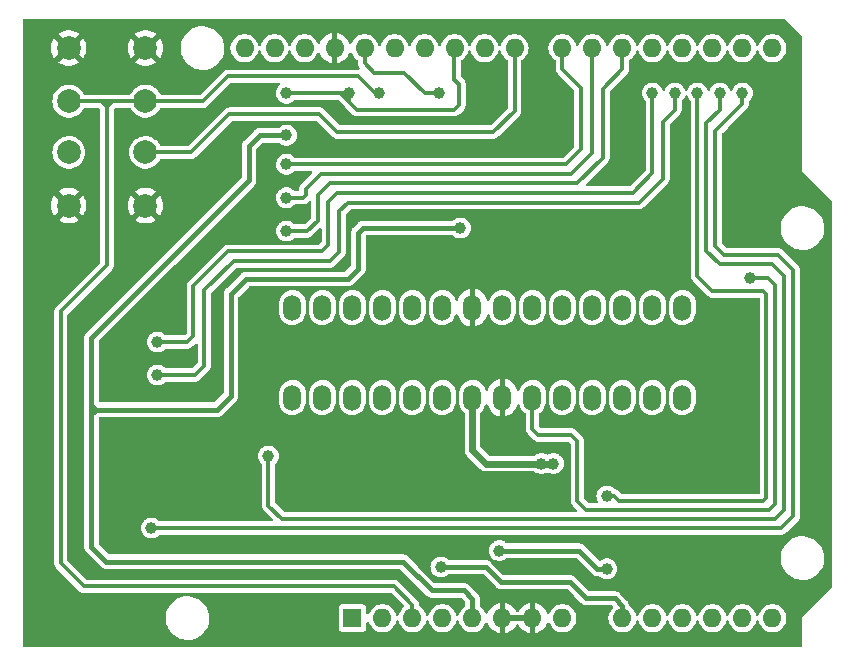
<source format=gbr>
%TF.GenerationSoftware,KiCad,Pcbnew,(7.0.0)*%
%TF.CreationDate,2023-03-08T16:41:05-05:00*%
%TF.ProjectId,RESTORE_AVR_FUSES_SPI,52455354-4f52-4455-9f41-56525f465553,rev?*%
%TF.SameCoordinates,Original*%
%TF.FileFunction,Copper,L2,Bot*%
%TF.FilePolarity,Positive*%
%FSLAX46Y46*%
G04 Gerber Fmt 4.6, Leading zero omitted, Abs format (unit mm)*
G04 Created by KiCad (PCBNEW (7.0.0)) date 2023-03-08 16:41:05*
%MOMM*%
%LPD*%
G01*
G04 APERTURE LIST*
%TA.AperFunction,ComponentPad*%
%ADD10C,2.000000*%
%TD*%
%TA.AperFunction,ComponentPad*%
%ADD11R,1.600000X1.600000*%
%TD*%
%TA.AperFunction,ComponentPad*%
%ADD12O,1.600000X1.600000*%
%TD*%
%TA.AperFunction,ComponentPad*%
%ADD13O,1.501140X2.199640*%
%TD*%
%TA.AperFunction,ViaPad*%
%ADD14C,1.000000*%
%TD*%
%TA.AperFunction,Conductor*%
%ADD15C,0.355600*%
%TD*%
%TA.AperFunction,Conductor*%
%ADD16C,0.558800*%
%TD*%
%TA.AperFunction,Conductor*%
%ADD17C,0.406400*%
%TD*%
%TA.AperFunction,Conductor*%
%ADD18C,0.457200*%
%TD*%
G04 APERTURE END LIST*
D10*
%TO.P,SW2,1,1*%
%TO.N,GND*%
X105514000Y-78740000D03*
X112014000Y-78740000D03*
%TO.P,SW2,2,4*%
%TO.N,RESET*%
X105514000Y-83240000D03*
X112014000Y-83240000D03*
%TD*%
D11*
%TO.P,A1,1,NC*%
%TO.N,unconnected-(A1-NC-Pad1)*%
X129539999Y-126999999D03*
D12*
%TO.P,A1,2,IOREF*%
%TO.N,unconnected-(A1-IOREF-Pad2)*%
X132079999Y-126999999D03*
%TO.P,A1,3,~{RESET}*%
%TO.N,RESET*%
X134619999Y-126999999D03*
%TO.P,A1,4,3V3*%
%TO.N,unconnected-(A1-3V3-Pad4)*%
X137159999Y-126999999D03*
%TO.P,A1,5,+5V*%
%TO.N,+5C*%
X139699999Y-126999999D03*
%TO.P,A1,6,GND*%
%TO.N,GND*%
X142239999Y-126999999D03*
%TO.P,A1,7,GND*%
X144779999Y-126999999D03*
%TO.P,A1,8,VIN*%
%TO.N,unconnected-(A1-VIN-Pad8)*%
X147319999Y-126999999D03*
%TO.P,A1,9,A0*%
%TO.N,ADC*%
X152399999Y-126999999D03*
%TO.P,A1,10,A1*%
%TO.N,Net-(A1-A1)*%
X154939999Y-126999999D03*
%TO.P,A1,11,A2*%
%TO.N,Net-(A1-A2)*%
X157479999Y-126999999D03*
%TO.P,A1,12,A3*%
%TO.N,Net-(A1-A3)*%
X160019999Y-126999999D03*
%TO.P,A1,13,SDA/A4*%
%TO.N,Net-(A1-SDA{slash}A4-Pad13)*%
X162559999Y-126999999D03*
%TO.P,A1,14,SCL/A5*%
%TO.N,Net-(A1-SCL{slash}A5-Pad14)*%
X165099999Y-126999999D03*
%TO.P,A1,15,D0/RX*%
%TO.N,Net-(A1-D0{slash}RX)*%
X165099999Y-78739999D03*
%TO.P,A1,16,D1/TX*%
%TO.N,HIGH*%
X162559999Y-78739999D03*
%TO.P,A1,17,D2*%
%TO.N,POWER*%
X160019999Y-78739999D03*
%TO.P,A1,18,D3*%
%TO.N,LED_2*%
X157479999Y-78739999D03*
%TO.P,A1,19,D4*%
%TO.N,LED_1*%
X154939999Y-78739999D03*
%TO.P,A1,20,D5*%
%TO.N,Net-(A1-D5)*%
X152399999Y-78739999D03*
%TO.P,A1,21,D6*%
%TO.N,Net-(A1-D6)*%
X149859999Y-78739999D03*
%TO.P,A1,22,D7*%
%TO.N,Net-(A1-D7)*%
X147319999Y-78739999D03*
%TO.P,A1,23,D8*%
%TO.N,BUTTON*%
X143259999Y-78739999D03*
%TO.P,A1,24,D9*%
%TO.N,PWM*%
X140719999Y-78739999D03*
%TO.P,A1,25,D10*%
%TO.N,CS*%
X138179999Y-78739999D03*
%TO.P,A1,26,D11*%
%TO.N,MOSI*%
X135639999Y-78739999D03*
%TO.P,A1,27,D12*%
%TO.N,MISO*%
X133099999Y-78739999D03*
%TO.P,A1,28,D13*%
%TO.N,SCK*%
X130559999Y-78739999D03*
%TO.P,A1,29,GND*%
%TO.N,GND*%
X128019999Y-78739999D03*
%TO.P,A1,30,AREF*%
%TO.N,unconnected-(A1-AREF-Pad30)*%
X125479999Y-78739999D03*
%TO.P,A1,31,SDA/A4*%
%TO.N,unconnected-(A1-SDA{slash}A4-Pad31)*%
X122939999Y-78739999D03*
%TO.P,A1,32,SCL/A5*%
%TO.N,unconnected-(A1-SCL{slash}A5-Pad32)*%
X120399999Y-78739999D03*
%TD*%
D13*
%TO.P,ZIF1,28*%
%TO.N,unconnected-(ZIF1-Pad28)*%
X124459999Y-100710999D03*
%TO.P,ZIF1,27*%
%TO.N,unconnected-(ZIF1-Pad27)*%
X126999999Y-100710999D03*
%TO.P,ZIF1,26*%
%TO.N,unconnected-(ZIF1-Pad26)*%
X129539999Y-100710999D03*
%TO.P,ZIF1,25*%
%TO.N,BS2*%
X132079999Y-100710999D03*
%TO.P,ZIF1,24*%
%TO.N,DAT7*%
X134619999Y-100710999D03*
%TO.P,ZIF1,23*%
%TO.N,DAT6*%
X137159999Y-100710999D03*
%TO.P,ZIF1,22*%
%TO.N,GND*%
X139699999Y-100710999D03*
%TO.P,ZIF1,21*%
%TO.N,unconnected-(ZIF1-Pad21)*%
X142239999Y-100710999D03*
%TO.P,ZIF1,20*%
%TO.N,VCC*%
X144779999Y-100710999D03*
%TO.P,ZIF1,19*%
%TO.N,DAT5*%
X147319999Y-100710999D03*
%TO.P,ZIF1,18*%
%TO.N,DAT4*%
X149859999Y-100710999D03*
%TO.P,ZIF1,17*%
%TO.N,DAT3*%
X152399999Y-100710999D03*
%TO.P,ZIF1,16*%
%TO.N,DAT2*%
X154939999Y-100710999D03*
%TO.P,ZIF1,15*%
%TO.N,DAT1*%
X157479999Y-100710999D03*
%TO.P,ZIF1,14*%
%TO.N,DAT0*%
X157479999Y-108330999D03*
%TO.P,ZIF1,13*%
%TO.N,PAGEL*%
X154939999Y-108330999D03*
%TO.P,ZIF1,12*%
%TO.N,XA1*%
X152399999Y-108330999D03*
%TO.P,ZIF1,11*%
%TO.N,XA0*%
X149859999Y-108330999D03*
%TO.P,ZIF1,10*%
%TO.N,unconnected-(ZIF1-Pad10)*%
X147319999Y-108330999D03*
%TO.P,ZIF1,9*%
%TO.N,PULSE*%
X144779999Y-108330999D03*
%TO.P,ZIF1,8*%
%TO.N,GND*%
X142239999Y-108330999D03*
%TO.P,ZIF1,7*%
%TO.N,VCC*%
X139699999Y-108330999D03*
%TO.P,ZIF1,6*%
%TO.N,BS1*%
X137159999Y-108330999D03*
%TO.P,ZIF1,5*%
%TO.N,WR*%
X134619999Y-108330999D03*
%TO.P,ZIF1,4*%
%TO.N,OE*%
X132079999Y-108330999D03*
%TO.P,ZIF1,3*%
%TO.N,RDY*%
X129539999Y-108330999D03*
%TO.P,ZIF1,2*%
%TO.N,unconnected-(ZIF1-Pad2)*%
X126999999Y-108330999D03*
%TO.P,ZIF1,1*%
%TO.N,VPP*%
X124459999Y-108330999D03*
%TD*%
D10*
%TO.P,SW1,1,1*%
%TO.N,BUTTON*%
X105514000Y-87575100D03*
X112014000Y-87575100D03*
%TO.P,SW1,2,2*%
%TO.N,GND*%
X105514000Y-92075100D03*
X112014000Y-92075100D03*
%TD*%
D14*
%TO.N,HIGH*%
X112522000Y-119380000D03*
X162560000Y-82550000D03*
%TO.N,POWER*%
X151080666Y-116662200D03*
X158750000Y-82550000D03*
%TO.N,PWM*%
X160655000Y-82550000D03*
X122428000Y-113284000D03*
%TO.N,VCC*%
X146558000Y-113919000D03*
X145542000Y-113919000D03*
%TO.N,PULSE*%
X163195000Y-98171000D03*
%TO.N,RESET*%
X131826000Y-82555487D03*
%TO.N,ADC*%
X137033000Y-122682000D03*
%TO.N,LED_1*%
X113030000Y-103631965D03*
X154940000Y-82550000D03*
%TO.N,LED_2*%
X156845000Y-82550000D03*
X113030000Y-106426000D03*
%TO.N,+5C*%
X138684000Y-93980000D03*
X123952000Y-86131749D03*
%TO.N,Net-(A1-D5)*%
X123952000Y-94234000D03*
%TO.N,Net-(A1-D6)*%
X123952000Y-91408250D03*
%TO.N,Net-(A1-D7)*%
X123952000Y-88582500D03*
%TO.N,CS*%
X123952000Y-82556000D03*
X129286000Y-82555487D03*
%TO.N,SCK*%
X136906000Y-82555487D03*
%TO.N,Net-(Q2-B)*%
X141986000Y-121285000D03*
X151080666Y-122834400D03*
%TD*%
D15*
%TO.N,HIGH*%
X165862000Y-119380000D02*
X166878000Y-118364000D01*
X166878000Y-97536000D02*
X165608000Y-96266000D01*
X166878000Y-118364000D02*
X166878000Y-97536000D01*
X162560000Y-83439000D02*
X162560000Y-82550000D01*
X112522000Y-119380000D02*
X147447000Y-119380000D01*
X161036000Y-96266000D02*
X160274000Y-95504000D01*
X160274000Y-85725000D02*
X162560000Y-83439000D01*
X160274000Y-95504000D02*
X160274000Y-85725000D01*
X112522000Y-119380000D02*
X165862000Y-119380000D01*
X165608000Y-96266000D02*
X161036000Y-96266000D01*
%TO.N,POWER*%
X164338000Y-117094000D02*
X164592000Y-116840000D01*
X164338000Y-99314000D02*
X160020000Y-99314000D01*
X151714200Y-116662200D02*
X152146000Y-117094000D01*
X164592000Y-99568000D02*
X164338000Y-99314000D01*
X151080666Y-116662200D02*
X151714200Y-116662200D01*
X164592000Y-116840000D02*
X164592000Y-99568000D01*
X158750000Y-98044000D02*
X158750000Y-82550000D01*
X152146000Y-117094000D02*
X164338000Y-117094000D01*
X160020000Y-99314000D02*
X158750000Y-98044000D01*
%TO.N,PWM*%
X159512000Y-85090000D02*
X160655000Y-83947000D01*
X166116000Y-117856000D02*
X166116000Y-98044000D01*
X160655000Y-97028000D02*
X159512000Y-95885000D01*
X165354000Y-118618000D02*
X166116000Y-117856000D01*
X122428000Y-113284000D02*
X122428000Y-117475000D01*
X165100000Y-97028000D02*
X160655000Y-97028000D01*
X159512000Y-95885000D02*
X159512000Y-85090000D01*
X123571000Y-118618000D02*
X165354000Y-118618000D01*
X122428000Y-117475000D02*
X123571000Y-118618000D01*
X166116000Y-98044000D02*
X165100000Y-97028000D01*
X160655000Y-83947000D02*
X160655000Y-82550000D01*
D16*
%TO.N,VCC*%
X146558000Y-113919000D02*
X140843000Y-113919000D01*
X145542000Y-113919000D02*
X146558000Y-113919000D01*
X139700000Y-112776000D02*
X139700000Y-108331000D01*
X140843000Y-113919000D02*
X139700000Y-112776000D01*
D15*
%TO.N,PULSE*%
X144780000Y-110998000D02*
X145288000Y-111506000D01*
X148082000Y-111506000D02*
X148590000Y-112014000D01*
X148590000Y-112014000D02*
X148590000Y-117094000D01*
X145288000Y-111506000D02*
X148082000Y-111506000D01*
X165354000Y-117348000D02*
X165354000Y-98806000D01*
X164719000Y-98171000D02*
X165354000Y-98806000D01*
X144780000Y-108331000D02*
X144780000Y-110998000D01*
X163195000Y-98171000D02*
X164719000Y-98171000D01*
X148590000Y-117094000D02*
X149352000Y-117856000D01*
X164846000Y-117856000D02*
X165354000Y-117348000D01*
X149352000Y-117856000D02*
X164846000Y-117856000D01*
%TO.N,RESET*%
X112014000Y-83240000D02*
X116912000Y-83240000D01*
X108763999Y-97128401D02*
X104851200Y-101041200D01*
X119024400Y-81127600D02*
X130022600Y-81127600D01*
X106781600Y-124307600D02*
X133045200Y-124307600D01*
X133045200Y-124307600D02*
X134620000Y-125882400D01*
X130022600Y-81127600D02*
X131450487Y-82555487D01*
X131450487Y-82555487D02*
X131826000Y-82555487D01*
X105514000Y-83240000D02*
X108305600Y-83240000D01*
X108305600Y-83240000D02*
X108763999Y-83698399D01*
X104851200Y-122377200D02*
X106781600Y-124307600D01*
X116912000Y-83240000D02*
X119024400Y-81127600D01*
X134620000Y-125882400D02*
X134620000Y-127000000D01*
X108763999Y-83698399D02*
X108763999Y-97128401D01*
X108762800Y-83698399D02*
X109221199Y-83240000D01*
X104851200Y-101041200D02*
X104851200Y-122377200D01*
X108305600Y-83240000D02*
X112014000Y-83240000D01*
D17*
%TO.N,ADC*%
X140843000Y-122682000D02*
X137033000Y-122682000D01*
X147955000Y-123952000D02*
X142113000Y-123952000D01*
X142113000Y-123952000D02*
X140843000Y-122682000D01*
X152400000Y-125984000D02*
X151739600Y-125323600D01*
X152400000Y-127000000D02*
X152400000Y-125984000D01*
X151739600Y-125323600D02*
X149326600Y-125323600D01*
X149326600Y-125323600D02*
X147955000Y-123952000D01*
D15*
%TO.N,BUTTON*%
X112014000Y-87575100D02*
X115878900Y-87575100D01*
X143260000Y-84070000D02*
X143260000Y-78740000D01*
X141478000Y-85852000D02*
X143260000Y-84070000D01*
X126746000Y-84328000D02*
X128270000Y-85852000D01*
X128270000Y-85852000D02*
X141478000Y-85852000D01*
X115878900Y-87575100D02*
X119126000Y-84328000D01*
X119126000Y-84328000D02*
X126746000Y-84328000D01*
%TO.N,LED_1*%
X153289000Y-91011375D02*
X154940000Y-89360375D01*
X127508000Y-95377000D02*
X127508000Y-91773375D01*
X128270000Y-91011375D02*
X153289000Y-91011375D01*
X116078000Y-103124000D02*
X116078000Y-98907600D01*
X154940000Y-89360375D02*
X154940000Y-82550000D01*
X126923800Y-95961200D02*
X127508000Y-95377000D01*
X113030000Y-103631965D02*
X115570035Y-103631965D01*
X127508000Y-91773375D02*
X128270000Y-91011375D01*
X115570035Y-103631965D02*
X116078000Y-103124000D01*
X119024400Y-95961200D02*
X126923800Y-95961200D01*
X116078000Y-98907600D02*
X119024400Y-95961200D01*
%TO.N,LED_2*%
X128422400Y-92557600D02*
X129159000Y-91821000D01*
X128422400Y-95986600D02*
X128422400Y-92557600D01*
X116205000Y-106426000D02*
X116992400Y-105638600D01*
X155829000Y-89789000D02*
X155829000Y-84963000D01*
X119481600Y-96774000D02*
X127635000Y-96774000D01*
X116992400Y-99263200D02*
X119481600Y-96774000D01*
X129159000Y-91821000D02*
X153797000Y-91821000D01*
X113030000Y-106426000D02*
X116205000Y-106426000D01*
X155829000Y-84963000D02*
X156845000Y-83947000D01*
X156845000Y-83947000D02*
X156845000Y-82550000D01*
X127635000Y-96774000D02*
X128422400Y-95986600D01*
X153797000Y-91821000D02*
X155829000Y-89789000D01*
X116992400Y-105638600D02*
X116992400Y-99263200D01*
D18*
%TO.N,+5C*%
X107442000Y-120954800D02*
X108712000Y-122224800D01*
X133807200Y-122224800D02*
X136245600Y-124663200D01*
X120523000Y-98298000D02*
X129159000Y-98298000D01*
X107823000Y-109347000D02*
X107442000Y-109728000D01*
X120802400Y-89916000D02*
X107442000Y-103276400D01*
X107823000Y-109347000D02*
X107442000Y-108966000D01*
X108712000Y-122224800D02*
X133807200Y-122224800D01*
X130048000Y-94361000D02*
X130429000Y-93980000D01*
X139700000Y-125374400D02*
X139700000Y-127000000D01*
X138988800Y-124663200D02*
X139700000Y-125374400D01*
X130048000Y-97409000D02*
X130048000Y-94361000D01*
X123952000Y-86131749D02*
X121691051Y-86131749D01*
X107442000Y-108966000D02*
X107442000Y-109347000D01*
X107442000Y-109347000D02*
X107442000Y-120954800D01*
X107442000Y-103276400D02*
X107442000Y-108966000D01*
X119253000Y-99568000D02*
X120523000Y-98298000D01*
X130429000Y-93980000D02*
X138684000Y-93980000D01*
X118110000Y-109347000D02*
X119253000Y-108204000D01*
X119253000Y-108204000D02*
X119253000Y-99568000D01*
X129159000Y-98298000D02*
X130048000Y-97409000D01*
X107823000Y-109347000D02*
X118110000Y-109347000D01*
X136245600Y-124663200D02*
X138988800Y-124663200D01*
X121691051Y-86131749D02*
X120802400Y-87020400D01*
X120802400Y-87020400D02*
X120802400Y-89916000D01*
D15*
%TO.N,Net-(A1-D5)*%
X148590000Y-90201750D02*
X148590000Y-90170000D01*
X127635000Y-90201750D02*
X148590000Y-90201750D01*
X126619000Y-91217750D02*
X127635000Y-90201750D01*
X148590000Y-90170000D02*
X150749000Y-88011000D01*
X125730000Y-94234000D02*
X126619000Y-93345000D01*
X126619000Y-93345000D02*
X126619000Y-91217750D01*
X150749000Y-82207100D02*
X152400000Y-80556100D01*
X150749000Y-88011000D02*
X150749000Y-82207100D01*
X123952000Y-94234000D02*
X125730000Y-94234000D01*
X152400000Y-80556100D02*
X152400000Y-78740000D01*
%TO.N,Net-(A1-D6)*%
X125380750Y-91408250D02*
X125603000Y-91186000D01*
X149860000Y-87614125D02*
X149860000Y-78740000D01*
X126873000Y-89392125D02*
X148082000Y-89392125D01*
X123952000Y-91408250D02*
X125380750Y-91408250D01*
X125603000Y-90662125D02*
X126873000Y-89392125D01*
X125603000Y-91186000D02*
X125603000Y-90662125D01*
X148082000Y-89392125D02*
X149860000Y-87614125D01*
%TO.N,Net-(A1-D7)*%
X148894800Y-82092800D02*
X147320000Y-80518000D01*
X147637500Y-88582500D02*
X148894800Y-87325200D01*
X147320000Y-80518000D02*
X147320000Y-78740000D01*
X123952000Y-88582500D02*
X147637500Y-88582500D01*
X148894800Y-87325200D02*
X148894800Y-82092800D01*
%TO.N,CS*%
X129921000Y-83947000D02*
X128524000Y-82550000D01*
X129286000Y-83312000D02*
X129286000Y-82555487D01*
X138176000Y-83947000D02*
X129921000Y-83947000D01*
X138176000Y-78744000D02*
X138176000Y-81407000D01*
X123952000Y-82550000D02*
X128524000Y-82550000D01*
X138557000Y-83566000D02*
X138176000Y-83947000D01*
X138180000Y-78740000D02*
X138176000Y-78744000D01*
X128524000Y-82550000D02*
X129286000Y-83312000D01*
X138557000Y-81788000D02*
X138557000Y-83566000D01*
X129280513Y-82550000D02*
X129286000Y-82555487D01*
X138176000Y-81407000D02*
X138557000Y-81788000D01*
X128524000Y-82550000D02*
X129280513Y-82550000D01*
%TO.N,SCK*%
X131394200Y-80848200D02*
X133934200Y-80848200D01*
X135641487Y-82555487D02*
X136906000Y-82555487D01*
X130560000Y-78740000D02*
X130560000Y-80014000D01*
X130560000Y-80014000D02*
X131394200Y-80848200D01*
X133934200Y-80848200D02*
X135641487Y-82555487D01*
D18*
%TO.N,Net-(Q2-B)*%
X150266400Y-122834400D02*
X151080666Y-122834400D01*
X141986000Y-121285000D02*
X148717000Y-121285000D01*
X148717000Y-121285000D02*
X150266400Y-122834400D01*
%TD*%
%TA.AperFunction,Conductor*%
%TO.N,GND*%
G36*
X166095173Y-76259939D02*
G01*
X166135401Y-76286819D01*
X167553181Y-77704599D01*
X167580061Y-77744827D01*
X167589500Y-77792280D01*
X167589500Y-89129083D01*
X167588094Y-89143348D01*
X167585339Y-89150000D01*
X167589500Y-89160045D01*
X167590012Y-89161282D01*
X167590013Y-89161285D01*
X167596674Y-89177366D01*
X167596675Y-89177368D01*
X167601349Y-89188651D01*
X167607999Y-89191405D01*
X167619083Y-89200501D01*
X168863951Y-90445369D01*
X170093181Y-91674598D01*
X170120061Y-91714826D01*
X170129500Y-91762279D01*
X170129500Y-124387721D01*
X170120061Y-124435174D01*
X170093181Y-124475402D01*
X167619080Y-126949500D01*
X167607997Y-126958594D01*
X167601349Y-126961349D01*
X167597188Y-126971393D01*
X167597188Y-126971394D01*
X167585339Y-127000000D01*
X167588094Y-127006652D01*
X167589500Y-127020918D01*
X167589500Y-129365500D01*
X167572887Y-129427500D01*
X167527500Y-129472887D01*
X167465500Y-129489500D01*
X101774500Y-129489500D01*
X101712500Y-129472887D01*
X101667113Y-129427500D01*
X101650500Y-129365500D01*
X101650500Y-127067765D01*
X113715788Y-127067765D01*
X113716282Y-127072262D01*
X113716283Y-127072267D01*
X113744917Y-127332506D01*
X113744918Y-127332513D01*
X113745414Y-127337018D01*
X113746559Y-127341398D01*
X113746561Y-127341408D01*
X113778830Y-127464838D01*
X113813928Y-127599088D01*
X113815693Y-127603242D01*
X113815696Y-127603250D01*
X113897098Y-127794804D01*
X113919870Y-127848390D01*
X113922226Y-127852251D01*
X113922229Y-127852256D01*
X114051599Y-128064236D01*
X114060982Y-128079610D01*
X114234255Y-128287820D01*
X114237630Y-128290844D01*
X114237631Y-128290845D01*
X114342330Y-128384656D01*
X114435998Y-128468582D01*
X114661910Y-128618044D01*
X114907176Y-128733020D01*
X115166569Y-128811060D01*
X115434561Y-128850500D01*
X115635369Y-128850500D01*
X115637631Y-128850500D01*
X115840156Y-128835677D01*
X116104553Y-128776780D01*
X116357558Y-128680014D01*
X116593777Y-128547441D01*
X116808177Y-128381888D01*
X116996186Y-128186881D01*
X117153799Y-127966579D01*
X117277656Y-127725675D01*
X117365118Y-127469305D01*
X117414319Y-127202933D01*
X117424212Y-126932235D01*
X117394586Y-126662982D01*
X117326072Y-126400912D01*
X117317391Y-126380485D01*
X117239314Y-126196754D01*
X117220130Y-126151610D01*
X117079018Y-125920390D01*
X116905745Y-125712180D01*
X116884523Y-125693165D01*
X116707382Y-125534446D01*
X116707378Y-125534442D01*
X116704002Y-125531418D01*
X116478090Y-125381956D01*
X116473996Y-125380036D01*
X116473991Y-125380034D01*
X116236929Y-125268904D01*
X116236925Y-125268902D01*
X116232824Y-125266980D01*
X116228477Y-125265672D01*
X116228474Y-125265671D01*
X115977772Y-125190246D01*
X115977771Y-125190245D01*
X115973431Y-125188940D01*
X115968957Y-125188281D01*
X115968950Y-125188280D01*
X115709913Y-125150158D01*
X115709907Y-125150157D01*
X115705439Y-125149500D01*
X115502369Y-125149500D01*
X115500120Y-125149664D01*
X115500109Y-125149665D01*
X115304363Y-125163992D01*
X115304359Y-125163992D01*
X115299844Y-125164323D01*
X115295426Y-125165307D01*
X115295420Y-125165308D01*
X115039877Y-125222232D01*
X115039861Y-125222236D01*
X115035447Y-125223220D01*
X115031216Y-125224838D01*
X115031210Y-125224840D01*
X114786673Y-125318367D01*
X114786663Y-125318371D01*
X114782442Y-125319986D01*
X114778494Y-125322201D01*
X114778489Y-125322204D01*
X114550176Y-125450340D01*
X114550171Y-125450343D01*
X114546223Y-125452559D01*
X114542639Y-125455325D01*
X114542635Y-125455329D01*
X114335407Y-125615343D01*
X114335394Y-125615354D01*
X114331823Y-125618112D01*
X114328685Y-125621366D01*
X114328678Y-125621373D01*
X114146958Y-125809857D01*
X114146952Y-125809864D01*
X114143814Y-125813119D01*
X114141189Y-125816787D01*
X114141179Y-125816800D01*
X113988834Y-126029740D01*
X113988830Y-126029745D01*
X113986201Y-126033421D01*
X113984132Y-126037444D01*
X113984129Y-126037450D01*
X113864416Y-126270293D01*
X113864411Y-126270304D01*
X113862344Y-126274325D01*
X113860884Y-126278602D01*
X113860879Y-126278616D01*
X113776348Y-126526395D01*
X113776344Y-126526407D01*
X113774882Y-126530695D01*
X113774057Y-126535159D01*
X113774057Y-126535161D01*
X113726504Y-126792606D01*
X113726502Y-126792619D01*
X113725681Y-126797067D01*
X113725515Y-126801593D01*
X113725515Y-126801599D01*
X113718056Y-127005709D01*
X113715788Y-127067765D01*
X101650500Y-127067765D01*
X101650500Y-93298348D01*
X104649749Y-93298348D01*
X104657855Y-93309539D01*
X104686717Y-93332003D01*
X104695279Y-93337596D01*
X104904885Y-93451029D01*
X104914239Y-93455132D01*
X105139656Y-93532517D01*
X105149568Y-93535028D01*
X105384643Y-93574255D01*
X105394839Y-93575100D01*
X105633161Y-93575100D01*
X105643356Y-93574255D01*
X105878431Y-93535028D01*
X105888343Y-93532517D01*
X106113760Y-93455132D01*
X106123114Y-93451029D01*
X106332723Y-93337595D01*
X106341281Y-93332003D01*
X106370146Y-93309537D01*
X106378250Y-93298350D01*
X106371589Y-93286242D01*
X105525542Y-92440195D01*
X105514000Y-92433531D01*
X105502457Y-92440195D01*
X104656408Y-93286243D01*
X104649749Y-93298348D01*
X101650500Y-93298348D01*
X101650500Y-92080217D01*
X104009283Y-92080217D01*
X104028962Y-92317718D01*
X104030646Y-92327812D01*
X104089153Y-92558847D01*
X104092472Y-92568514D01*
X104188208Y-92786773D01*
X104193070Y-92795756D01*
X104282999Y-92933404D01*
X104290963Y-92941124D01*
X104300345Y-92935200D01*
X105148904Y-92086642D01*
X105155568Y-92075100D01*
X105872431Y-92075100D01*
X105879095Y-92086642D01*
X106727653Y-92935200D01*
X106737034Y-92941124D01*
X106745002Y-92933399D01*
X106834924Y-92795764D01*
X106839792Y-92786769D01*
X106935527Y-92568514D01*
X106938846Y-92558847D01*
X106997353Y-92327812D01*
X106999037Y-92317718D01*
X107018717Y-92080217D01*
X107018717Y-92069983D01*
X106999037Y-91832481D01*
X106997353Y-91822387D01*
X106938846Y-91591352D01*
X106935527Y-91581685D01*
X106839792Y-91363430D01*
X106834924Y-91354435D01*
X106745002Y-91216799D01*
X106737034Y-91209074D01*
X106727653Y-91214998D01*
X105879095Y-92063557D01*
X105872431Y-92075100D01*
X105155568Y-92075100D01*
X105148904Y-92063557D01*
X104300345Y-91214998D01*
X104290964Y-91209074D01*
X104282997Y-91216799D01*
X104193072Y-91354438D01*
X104188207Y-91363428D01*
X104092472Y-91581685D01*
X104089153Y-91591352D01*
X104030646Y-91822387D01*
X104028962Y-91832481D01*
X104009283Y-92069983D01*
X104009283Y-92080217D01*
X101650500Y-92080217D01*
X101650500Y-90851849D01*
X104649748Y-90851849D01*
X104656408Y-90863955D01*
X105502457Y-91710004D01*
X105514000Y-91716668D01*
X105525542Y-91710004D01*
X106371590Y-90863955D01*
X106378250Y-90851849D01*
X106370143Y-90840659D01*
X106341286Y-90818199D01*
X106332719Y-90812603D01*
X106123114Y-90699170D01*
X106113760Y-90695067D01*
X105888343Y-90617682D01*
X105878431Y-90615171D01*
X105643356Y-90575944D01*
X105633161Y-90575100D01*
X105394839Y-90575100D01*
X105384643Y-90575944D01*
X105149568Y-90615171D01*
X105139656Y-90617682D01*
X104914239Y-90695067D01*
X104904885Y-90699170D01*
X104695276Y-90812604D01*
X104686717Y-90818196D01*
X104657854Y-90840660D01*
X104649748Y-90851849D01*
X101650500Y-90851849D01*
X101650500Y-87575100D01*
X104127765Y-87575100D01*
X104128189Y-87580217D01*
X104146246Y-87798148D01*
X104146247Y-87798157D01*
X104146671Y-87803267D01*
X104147928Y-87808234D01*
X104147930Y-87808241D01*
X104196532Y-88000164D01*
X104202875Y-88025210D01*
X104204935Y-88029906D01*
X104292783Y-88230180D01*
X104292786Y-88230185D01*
X104294843Y-88234875D01*
X104305792Y-88251633D01*
X104417264Y-88422255D01*
X104417267Y-88422259D01*
X104420066Y-88426543D01*
X104423531Y-88430307D01*
X104423535Y-88430312D01*
X104571657Y-88591215D01*
X104571660Y-88591218D01*
X104575129Y-88594986D01*
X104755801Y-88735609D01*
X104957156Y-88844577D01*
X105173699Y-88918917D01*
X105399526Y-88956600D01*
X105623340Y-88956600D01*
X105628474Y-88956600D01*
X105854301Y-88918917D01*
X106070844Y-88844577D01*
X106272199Y-88735609D01*
X106452871Y-88594986D01*
X106607934Y-88426543D01*
X106733157Y-88234875D01*
X106825125Y-88025210D01*
X106881329Y-87803267D01*
X106900235Y-87575100D01*
X106881329Y-87346933D01*
X106825125Y-87124990D01*
X106733157Y-86915325D01*
X106622744Y-86746325D01*
X106610735Y-86727944D01*
X106610733Y-86727942D01*
X106607934Y-86723657D01*
X106604466Y-86719890D01*
X106604464Y-86719887D01*
X106456342Y-86558984D01*
X106456338Y-86558981D01*
X106452871Y-86555214D01*
X106362535Y-86484902D01*
X106276248Y-86417742D01*
X106276244Y-86417739D01*
X106272199Y-86414591D01*
X106267694Y-86412153D01*
X106267691Y-86412151D01*
X106075348Y-86308060D01*
X106075343Y-86308058D01*
X106070844Y-86305623D01*
X106065998Y-86303959D01*
X106065995Y-86303958D01*
X105859151Y-86232948D01*
X105859150Y-86232947D01*
X105854301Y-86231283D01*
X105846318Y-86229950D01*
X105633537Y-86194444D01*
X105633526Y-86194443D01*
X105628474Y-86193600D01*
X105399526Y-86193600D01*
X105394474Y-86194443D01*
X105394462Y-86194444D01*
X105178756Y-86230439D01*
X105178754Y-86230439D01*
X105173699Y-86231283D01*
X105168852Y-86232946D01*
X105168848Y-86232948D01*
X104962004Y-86303958D01*
X104961997Y-86303961D01*
X104957156Y-86305623D01*
X104952660Y-86308055D01*
X104952651Y-86308060D01*
X104760308Y-86412151D01*
X104760299Y-86412156D01*
X104755801Y-86414591D01*
X104751760Y-86417735D01*
X104751751Y-86417742D01*
X104579177Y-86552063D01*
X104575129Y-86555214D01*
X104571666Y-86558975D01*
X104571657Y-86558984D01*
X104423535Y-86719887D01*
X104423526Y-86719897D01*
X104420066Y-86723657D01*
X104417271Y-86727934D01*
X104417264Y-86727944D01*
X104310888Y-86890766D01*
X104294843Y-86915325D01*
X104292788Y-86920009D01*
X104292783Y-86920019D01*
X104216674Y-87093531D01*
X104202875Y-87124990D01*
X104201617Y-87129955D01*
X104201616Y-87129960D01*
X104147930Y-87341958D01*
X104147928Y-87341967D01*
X104146671Y-87346933D01*
X104146247Y-87352040D01*
X104146246Y-87352051D01*
X104128258Y-87569150D01*
X104127765Y-87575100D01*
X101650500Y-87575100D01*
X101650500Y-83240000D01*
X104127765Y-83240000D01*
X104128189Y-83245117D01*
X104146246Y-83463048D01*
X104146247Y-83463057D01*
X104146671Y-83468167D01*
X104147928Y-83473134D01*
X104147930Y-83473141D01*
X104198078Y-83671166D01*
X104202875Y-83690110D01*
X104204935Y-83694806D01*
X104292783Y-83895080D01*
X104292786Y-83895085D01*
X104294843Y-83899775D01*
X104344428Y-83975671D01*
X104417264Y-84087155D01*
X104417267Y-84087159D01*
X104420066Y-84091443D01*
X104423531Y-84095207D01*
X104423535Y-84095212D01*
X104571657Y-84256115D01*
X104571660Y-84256118D01*
X104575129Y-84259886D01*
X104702134Y-84358738D01*
X104736003Y-84385100D01*
X104755801Y-84400509D01*
X104957156Y-84509477D01*
X105173699Y-84583817D01*
X105399526Y-84621500D01*
X105623340Y-84621500D01*
X105628474Y-84621500D01*
X105854301Y-84583817D01*
X106070844Y-84509477D01*
X106272199Y-84400509D01*
X106452871Y-84259886D01*
X106607934Y-84091443D01*
X106733157Y-83899775D01*
X106740008Y-83884156D01*
X106744687Y-83873490D01*
X106771778Y-83834419D01*
X106811581Y-83808415D01*
X106858243Y-83799300D01*
X108022568Y-83799300D01*
X108070021Y-83808739D01*
X108110249Y-83835619D01*
X108168380Y-83893750D01*
X108195260Y-83933978D01*
X108204699Y-83981431D01*
X108204699Y-96845369D01*
X108195260Y-96892822D01*
X108168380Y-96933050D01*
X104463969Y-100637460D01*
X104460926Y-100640401D01*
X104419464Y-100679124D01*
X104419459Y-100679129D01*
X104413266Y-100684914D01*
X104408860Y-100692158D01*
X104408860Y-100692159D01*
X104391521Y-100720670D01*
X104384381Y-100731161D01*
X104359097Y-100764504D01*
X104355987Y-100772389D01*
X104355983Y-100772397D01*
X104352346Y-100781621D01*
X104342946Y-100800546D01*
X104337788Y-100809028D01*
X104337782Y-100809040D01*
X104333381Y-100816279D01*
X104331095Y-100824437D01*
X104331092Y-100824444D01*
X104322089Y-100856574D01*
X104318045Y-100868599D01*
X104305804Y-100899643D01*
X104305802Y-100899650D01*
X104302694Y-100907533D01*
X104301827Y-100915957D01*
X104301825Y-100915969D01*
X104300810Y-100925844D01*
X104296865Y-100946603D01*
X104291900Y-100964326D01*
X104291900Y-100972808D01*
X104291900Y-101006171D01*
X104291250Y-101018852D01*
X104287838Y-101052035D01*
X104287838Y-101052039D01*
X104286971Y-101060474D01*
X104288411Y-101068830D01*
X104288412Y-101068834D01*
X104290097Y-101078604D01*
X104291900Y-101099673D01*
X104291900Y-122365537D01*
X104291828Y-122369770D01*
X104289891Y-122426455D01*
X104289891Y-122426459D01*
X104289602Y-122434934D01*
X104291609Y-122443172D01*
X104291610Y-122443176D01*
X104299507Y-122475581D01*
X104301877Y-122488050D01*
X104306421Y-122521111D01*
X104306422Y-122521116D01*
X104307577Y-122529516D01*
X104310956Y-122537296D01*
X104310957Y-122537298D01*
X104314910Y-122546399D01*
X104321647Y-122566434D01*
X104323995Y-122576068D01*
X104326004Y-122584310D01*
X104330158Y-122591699D01*
X104330159Y-122591700D01*
X104346514Y-122620788D01*
X104352160Y-122632157D01*
X104365451Y-122662756D01*
X104365454Y-122662761D01*
X104368831Y-122670535D01*
X104374181Y-122677111D01*
X104380438Y-122684802D01*
X104392334Y-122702281D01*
X104397199Y-122710934D01*
X104397203Y-122710939D01*
X104401357Y-122718327D01*
X104407353Y-122724323D01*
X104430947Y-122747917D01*
X104439454Y-122757343D01*
X104465859Y-122789799D01*
X104472791Y-122794692D01*
X104472792Y-122794693D01*
X104480888Y-122800408D01*
X104497062Y-122814032D01*
X106377858Y-124694827D01*
X106380801Y-124697872D01*
X106425314Y-124745534D01*
X106461081Y-124767284D01*
X106471550Y-124774409D01*
X106504904Y-124799703D01*
X106522020Y-124806452D01*
X106540959Y-124815859D01*
X106556679Y-124825419D01*
X106564845Y-124827707D01*
X106596973Y-124836709D01*
X106608999Y-124840752D01*
X106647933Y-124856106D01*
X106665962Y-124857959D01*
X106666233Y-124857987D01*
X106687010Y-124861936D01*
X106704726Y-124866900D01*
X106746571Y-124866900D01*
X106759251Y-124867549D01*
X106800874Y-124871829D01*
X106814486Y-124869481D01*
X106819006Y-124868703D01*
X106840074Y-124866900D01*
X132762168Y-124866900D01*
X132809621Y-124876339D01*
X132849849Y-124903219D01*
X133862697Y-125916067D01*
X133895271Y-125973503D01*
X133893746Y-126039514D01*
X133858555Y-126095385D01*
X133747353Y-126196759D01*
X133743120Y-126200618D01*
X133739666Y-126205190D01*
X133739663Y-126205195D01*
X133614619Y-126370780D01*
X133614611Y-126370791D01*
X133611165Y-126375356D01*
X133608615Y-126380476D01*
X133608610Y-126380485D01*
X133516118Y-126566233D01*
X133516114Y-126566241D01*
X133513564Y-126571364D01*
X133511998Y-126576867D01*
X133511994Y-126576878D01*
X133469266Y-126727054D01*
X133436867Y-126781608D01*
X133381724Y-126812993D01*
X133318276Y-126812993D01*
X133263133Y-126781608D01*
X133230734Y-126727054D01*
X133188005Y-126576878D01*
X133188004Y-126576876D01*
X133186436Y-126571364D01*
X133088835Y-126375356D01*
X133085382Y-126370784D01*
X133085380Y-126370780D01*
X132960336Y-126205195D01*
X132956880Y-126200618D01*
X132952645Y-126196757D01*
X132952642Y-126196754D01*
X132799298Y-126056963D01*
X132799293Y-126056959D01*
X132795063Y-126053103D01*
X132790197Y-126050090D01*
X132790193Y-126050087D01*
X132613767Y-125940849D01*
X132613766Y-125940848D01*
X132608896Y-125937833D01*
X132603558Y-125935765D01*
X132603554Y-125935763D01*
X132410065Y-125860805D01*
X132410060Y-125860803D01*
X132404718Y-125858734D01*
X132399083Y-125857680D01*
X132399081Y-125857680D01*
X132195112Y-125819552D01*
X132195107Y-125819551D01*
X132189482Y-125818500D01*
X131970518Y-125818500D01*
X131964893Y-125819551D01*
X131964887Y-125819552D01*
X131760918Y-125857680D01*
X131760913Y-125857681D01*
X131755282Y-125858734D01*
X131749942Y-125860802D01*
X131749934Y-125860805D01*
X131556445Y-125935763D01*
X131556436Y-125935766D01*
X131551104Y-125937833D01*
X131546237Y-125940846D01*
X131546232Y-125940849D01*
X131369806Y-126050087D01*
X131369796Y-126050093D01*
X131364937Y-126053103D01*
X131360711Y-126056955D01*
X131360701Y-126056963D01*
X131207357Y-126196754D01*
X131207349Y-126196762D01*
X131203120Y-126200618D01*
X131199666Y-126205190D01*
X131199663Y-126205195D01*
X131074619Y-126370780D01*
X131074611Y-126370791D01*
X131071165Y-126375356D01*
X131068615Y-126380476D01*
X131068610Y-126380485D01*
X130976118Y-126566233D01*
X130976114Y-126566241D01*
X130973564Y-126571364D01*
X130971995Y-126576876D01*
X130971995Y-126576878D01*
X130964766Y-126602286D01*
X130935840Y-126653291D01*
X130886712Y-126685303D01*
X130828369Y-126691163D01*
X130773856Y-126669560D01*
X130735364Y-126625326D01*
X130721500Y-126568352D01*
X130721500Y-126168280D01*
X130721500Y-126163794D01*
X130710696Y-126089639D01*
X130654776Y-125975254D01*
X130564746Y-125885224D01*
X130555513Y-125880710D01*
X130459010Y-125833532D01*
X130459008Y-125833531D01*
X130450361Y-125829304D01*
X130440835Y-125827916D01*
X130380642Y-125819146D01*
X130380637Y-125819145D01*
X130376206Y-125818500D01*
X128703794Y-125818500D01*
X128699363Y-125819145D01*
X128699357Y-125819146D01*
X128639164Y-125827916D01*
X128639162Y-125827916D01*
X128629639Y-125829304D01*
X128620993Y-125833530D01*
X128620989Y-125833532D01*
X128524486Y-125880710D01*
X128524482Y-125880712D01*
X128515254Y-125885224D01*
X128507990Y-125892487D01*
X128507987Y-125892490D01*
X128432490Y-125967987D01*
X128432487Y-125967990D01*
X128425224Y-125975254D01*
X128420712Y-125984482D01*
X128420710Y-125984486D01*
X128373532Y-126080989D01*
X128373530Y-126080993D01*
X128369304Y-126089639D01*
X128367916Y-126099162D01*
X128367916Y-126099164D01*
X128359439Y-126157352D01*
X128358500Y-126163794D01*
X128358500Y-127836206D01*
X128369304Y-127910361D01*
X128373531Y-127919008D01*
X128373532Y-127919010D01*
X128414479Y-128002767D01*
X128425224Y-128024746D01*
X128515254Y-128114776D01*
X128629639Y-128170696D01*
X128703794Y-128181500D01*
X130371720Y-128181500D01*
X130376206Y-128181500D01*
X130450361Y-128170696D01*
X130564746Y-128114776D01*
X130654776Y-128024746D01*
X130710696Y-127910361D01*
X130721500Y-127836206D01*
X130721500Y-127431648D01*
X130735364Y-127374674D01*
X130773856Y-127330440D01*
X130828369Y-127308837D01*
X130886712Y-127314697D01*
X130935840Y-127346709D01*
X130964765Y-127397713D01*
X130973564Y-127428636D01*
X130976116Y-127433761D01*
X130976118Y-127433766D01*
X131068610Y-127619514D01*
X131068612Y-127619518D01*
X131071165Y-127624644D01*
X131074615Y-127629212D01*
X131074619Y-127629219D01*
X131184401Y-127774594D01*
X131203120Y-127799382D01*
X131207354Y-127803242D01*
X131207357Y-127803245D01*
X131360701Y-127943036D01*
X131360704Y-127943038D01*
X131364937Y-127946897D01*
X131551104Y-128062167D01*
X131755282Y-128141266D01*
X131970518Y-128181500D01*
X132183753Y-128181500D01*
X132189482Y-128181500D01*
X132404718Y-128141266D01*
X132608896Y-128062167D01*
X132795063Y-127946897D01*
X132956880Y-127799382D01*
X133088835Y-127624644D01*
X133186436Y-127428636D01*
X133230734Y-127272944D01*
X133263133Y-127218391D01*
X133318276Y-127187006D01*
X133381724Y-127187006D01*
X133436867Y-127218391D01*
X133469266Y-127272945D01*
X133511994Y-127423121D01*
X133511997Y-127423129D01*
X133513564Y-127428636D01*
X133516116Y-127433761D01*
X133516118Y-127433766D01*
X133608610Y-127619514D01*
X133608612Y-127619518D01*
X133611165Y-127624644D01*
X133614615Y-127629212D01*
X133614619Y-127629219D01*
X133724401Y-127774594D01*
X133743120Y-127799382D01*
X133747354Y-127803242D01*
X133747357Y-127803245D01*
X133900701Y-127943036D01*
X133900704Y-127943038D01*
X133904937Y-127946897D01*
X134091104Y-128062167D01*
X134295282Y-128141266D01*
X134510518Y-128181500D01*
X134723753Y-128181500D01*
X134729482Y-128181500D01*
X134944718Y-128141266D01*
X135148896Y-128062167D01*
X135335063Y-127946897D01*
X135496880Y-127799382D01*
X135628835Y-127624644D01*
X135726436Y-127428636D01*
X135770734Y-127272944D01*
X135803133Y-127218391D01*
X135858276Y-127187006D01*
X135921724Y-127187006D01*
X135976867Y-127218391D01*
X136009266Y-127272945D01*
X136051994Y-127423121D01*
X136051997Y-127423129D01*
X136053564Y-127428636D01*
X136056116Y-127433761D01*
X136056118Y-127433766D01*
X136148610Y-127619514D01*
X136148612Y-127619518D01*
X136151165Y-127624644D01*
X136154615Y-127629212D01*
X136154619Y-127629219D01*
X136264401Y-127774594D01*
X136283120Y-127799382D01*
X136287354Y-127803242D01*
X136287357Y-127803245D01*
X136440701Y-127943036D01*
X136440704Y-127943038D01*
X136444937Y-127946897D01*
X136631104Y-128062167D01*
X136835282Y-128141266D01*
X137050518Y-128181500D01*
X137263753Y-128181500D01*
X137269482Y-128181500D01*
X137484718Y-128141266D01*
X137688896Y-128062167D01*
X137875063Y-127946897D01*
X138036880Y-127799382D01*
X138168835Y-127624644D01*
X138266436Y-127428636D01*
X138310734Y-127272944D01*
X138343133Y-127218391D01*
X138398276Y-127187006D01*
X138461724Y-127187006D01*
X138516867Y-127218391D01*
X138549266Y-127272945D01*
X138591994Y-127423121D01*
X138591997Y-127423129D01*
X138593564Y-127428636D01*
X138596116Y-127433761D01*
X138596118Y-127433766D01*
X138688610Y-127619514D01*
X138688612Y-127619518D01*
X138691165Y-127624644D01*
X138694615Y-127629212D01*
X138694619Y-127629219D01*
X138804401Y-127774594D01*
X138823120Y-127799382D01*
X138827354Y-127803242D01*
X138827357Y-127803245D01*
X138980701Y-127943036D01*
X138980704Y-127943038D01*
X138984937Y-127946897D01*
X139171104Y-128062167D01*
X139375282Y-128141266D01*
X139590518Y-128181500D01*
X139803753Y-128181500D01*
X139809482Y-128181500D01*
X140024718Y-128141266D01*
X140228896Y-128062167D01*
X140415063Y-127946897D01*
X140576880Y-127799382D01*
X140708835Y-127624644D01*
X140794561Y-127452483D01*
X140840960Y-127401913D01*
X140907151Y-127383767D01*
X140972855Y-127403606D01*
X141017942Y-127455352D01*
X141107579Y-127647580D01*
X141112967Y-127656912D01*
X141237232Y-127834381D01*
X141244169Y-127842647D01*
X141397352Y-127995830D01*
X141405618Y-128002767D01*
X141583087Y-128127032D01*
X141592419Y-128132420D01*
X141788765Y-128223977D01*
X141798907Y-128227669D01*
X141976219Y-128275179D01*
X141987448Y-128275547D01*
X141990000Y-128264605D01*
X142490000Y-128264605D01*
X142492551Y-128275547D01*
X142503780Y-128275179D01*
X142681092Y-128227669D01*
X142691234Y-128223977D01*
X142887580Y-128132420D01*
X142896912Y-128127032D01*
X143074381Y-128002767D01*
X143082647Y-127995830D01*
X143235830Y-127842647D01*
X143242767Y-127834381D01*
X143367032Y-127656912D01*
X143372422Y-127647576D01*
X143397618Y-127593544D01*
X143443375Y-127541368D01*
X143510000Y-127521948D01*
X143576625Y-127541368D01*
X143622382Y-127593544D01*
X143647577Y-127647576D01*
X143652967Y-127656912D01*
X143777232Y-127834381D01*
X143784169Y-127842647D01*
X143937352Y-127995830D01*
X143945618Y-128002767D01*
X144123087Y-128127032D01*
X144132419Y-128132420D01*
X144328765Y-128223977D01*
X144338907Y-128227669D01*
X144516219Y-128275179D01*
X144527448Y-128275547D01*
X144530000Y-128264605D01*
X145030000Y-128264605D01*
X145032551Y-128275547D01*
X145043780Y-128275179D01*
X145221092Y-128227669D01*
X145231234Y-128223977D01*
X145427580Y-128132420D01*
X145436912Y-128127032D01*
X145614381Y-128002767D01*
X145622647Y-127995830D01*
X145775830Y-127842647D01*
X145782767Y-127834381D01*
X145907032Y-127656912D01*
X145912422Y-127647576D01*
X146002057Y-127455353D01*
X146047144Y-127403606D01*
X146112847Y-127383767D01*
X146179038Y-127401913D01*
X146225439Y-127452485D01*
X146308610Y-127619514D01*
X146308612Y-127619518D01*
X146311165Y-127624644D01*
X146314615Y-127629212D01*
X146314619Y-127629219D01*
X146424401Y-127774594D01*
X146443120Y-127799382D01*
X146447354Y-127803242D01*
X146447357Y-127803245D01*
X146600701Y-127943036D01*
X146600704Y-127943038D01*
X146604937Y-127946897D01*
X146791104Y-128062167D01*
X146995282Y-128141266D01*
X147210518Y-128181500D01*
X147423753Y-128181500D01*
X147429482Y-128181500D01*
X147644718Y-128141266D01*
X147848896Y-128062167D01*
X148035063Y-127946897D01*
X148196880Y-127799382D01*
X148328835Y-127624644D01*
X148426436Y-127428636D01*
X148486359Y-127218030D01*
X148506562Y-127000000D01*
X148486359Y-126781970D01*
X148426436Y-126571364D01*
X148328835Y-126375356D01*
X148325382Y-126370784D01*
X148325380Y-126370780D01*
X148200336Y-126205195D01*
X148196880Y-126200618D01*
X148192645Y-126196757D01*
X148192642Y-126196754D01*
X148039298Y-126056963D01*
X148039293Y-126056959D01*
X148035063Y-126053103D01*
X148030197Y-126050090D01*
X148030193Y-126050087D01*
X147853767Y-125940849D01*
X147853766Y-125940848D01*
X147848896Y-125937833D01*
X147843558Y-125935765D01*
X147843554Y-125935763D01*
X147650065Y-125860805D01*
X147650060Y-125860803D01*
X147644718Y-125858734D01*
X147639083Y-125857680D01*
X147639081Y-125857680D01*
X147435112Y-125819552D01*
X147435107Y-125819551D01*
X147429482Y-125818500D01*
X147210518Y-125818500D01*
X147204893Y-125819551D01*
X147204887Y-125819552D01*
X147000918Y-125857680D01*
X147000913Y-125857681D01*
X146995282Y-125858734D01*
X146989942Y-125860802D01*
X146989934Y-125860805D01*
X146796445Y-125935763D01*
X146796436Y-125935766D01*
X146791104Y-125937833D01*
X146786237Y-125940846D01*
X146786232Y-125940849D01*
X146609806Y-126050087D01*
X146609796Y-126050093D01*
X146604937Y-126053103D01*
X146600711Y-126056955D01*
X146600701Y-126056963D01*
X146447357Y-126196754D01*
X146447349Y-126196762D01*
X146443120Y-126200618D01*
X146439666Y-126205190D01*
X146439663Y-126205195D01*
X146314619Y-126370780D01*
X146314611Y-126370791D01*
X146311165Y-126375356D01*
X146308615Y-126380476D01*
X146308610Y-126380485D01*
X146225439Y-126547514D01*
X146179038Y-126598086D01*
X146112847Y-126616232D01*
X146047144Y-126596393D01*
X146002057Y-126544647D01*
X145912420Y-126352419D01*
X145907032Y-126343087D01*
X145782767Y-126165618D01*
X145775830Y-126157352D01*
X145622647Y-126004169D01*
X145614381Y-125997232D01*
X145436912Y-125872967D01*
X145427580Y-125867579D01*
X145231234Y-125776022D01*
X145221092Y-125772330D01*
X145043780Y-125724820D01*
X145032551Y-125724452D01*
X145030000Y-125735395D01*
X145030000Y-128264605D01*
X144530000Y-128264605D01*
X144530000Y-127266326D01*
X144526549Y-127253450D01*
X144513674Y-127250000D01*
X142506326Y-127250000D01*
X142493450Y-127253450D01*
X142490000Y-127266326D01*
X142490000Y-128264605D01*
X141990000Y-128264605D01*
X141990000Y-126733674D01*
X142490000Y-126733674D01*
X142493450Y-126746549D01*
X142506326Y-126750000D01*
X144513674Y-126750000D01*
X144526549Y-126746549D01*
X144530000Y-126733674D01*
X144530000Y-125735395D01*
X144527448Y-125724452D01*
X144516219Y-125724820D01*
X144338907Y-125772330D01*
X144328765Y-125776022D01*
X144132419Y-125867579D01*
X144123087Y-125872967D01*
X143945618Y-125997232D01*
X143937352Y-126004169D01*
X143784169Y-126157352D01*
X143777232Y-126165618D01*
X143652967Y-126343087D01*
X143647579Y-126352419D01*
X143622382Y-126406456D01*
X143576625Y-126458632D01*
X143510000Y-126478051D01*
X143443375Y-126458632D01*
X143397618Y-126406456D01*
X143372420Y-126352419D01*
X143367032Y-126343087D01*
X143242767Y-126165618D01*
X143235830Y-126157352D01*
X143082647Y-126004169D01*
X143074381Y-125997232D01*
X142896912Y-125872967D01*
X142887580Y-125867579D01*
X142691234Y-125776022D01*
X142681092Y-125772330D01*
X142503780Y-125724820D01*
X142492551Y-125724452D01*
X142490000Y-125735395D01*
X142490000Y-126733674D01*
X141990000Y-126733674D01*
X141990000Y-125735395D01*
X141987448Y-125724452D01*
X141976219Y-125724820D01*
X141798907Y-125772330D01*
X141788765Y-125776022D01*
X141592419Y-125867579D01*
X141583087Y-125872967D01*
X141405618Y-125997232D01*
X141397352Y-126004169D01*
X141244169Y-126157352D01*
X141237232Y-126165618D01*
X141112967Y-126343087D01*
X141107579Y-126352419D01*
X141017942Y-126544647D01*
X140972855Y-126596393D01*
X140907151Y-126616232D01*
X140840960Y-126598086D01*
X140794560Y-126547514D01*
X140711389Y-126380485D01*
X140711388Y-126380484D01*
X140708835Y-126375356D01*
X140705382Y-126370784D01*
X140705380Y-126370780D01*
X140580336Y-126205195D01*
X140576880Y-126200618D01*
X140572645Y-126196757D01*
X140572642Y-126196754D01*
X140419297Y-126056963D01*
X140415063Y-126053103D01*
X140368819Y-126024470D01*
X140325771Y-125979385D01*
X140310100Y-125919046D01*
X140310100Y-125450153D01*
X140310602Y-125439508D01*
X140312220Y-125432272D01*
X140310161Y-125366755D01*
X140310100Y-125362860D01*
X140310100Y-125339909D01*
X140310100Y-125336017D01*
X140309611Y-125332152D01*
X140309587Y-125331760D01*
X140308711Y-125320633D01*
X140308365Y-125309619D01*
X140307378Y-125278201D01*
X140301992Y-125259664D01*
X140298046Y-125240606D01*
X140297940Y-125239763D01*
X140295629Y-125221468D01*
X140280001Y-125181997D01*
X140276218Y-125170947D01*
X140266551Y-125137671D01*
X140266550Y-125137669D01*
X140264373Y-125130175D01*
X140254538Y-125113544D01*
X140245991Y-125096096D01*
X140238884Y-125078146D01*
X140234300Y-125071836D01*
X140234297Y-125071831D01*
X140213927Y-125043794D01*
X140207514Y-125034031D01*
X140189878Y-125004211D01*
X140185906Y-124997494D01*
X140172263Y-124983851D01*
X140159625Y-124969054D01*
X140152868Y-124959754D01*
X140152866Y-124959752D01*
X140148279Y-124953438D01*
X140115552Y-124926364D01*
X140106922Y-124918510D01*
X139473771Y-124285359D01*
X139466600Y-124277479D01*
X139462626Y-124271217D01*
X139456938Y-124265876D01*
X139456936Y-124265873D01*
X139414852Y-124226354D01*
X139412055Y-124223643D01*
X139395821Y-124207409D01*
X139395820Y-124207408D01*
X139393065Y-124204653D01*
X139389987Y-124202265D01*
X139389704Y-124202016D01*
X139381205Y-124194756D01*
X139355947Y-124171038D01*
X139355945Y-124171036D01*
X139350258Y-124165696D01*
X139343426Y-124161940D01*
X139343423Y-124161938D01*
X139333345Y-124156398D01*
X139317082Y-124145715D01*
X139307997Y-124138668D01*
X139301834Y-124133887D01*
X139294675Y-124130789D01*
X139294672Y-124130787D01*
X139262865Y-124117022D01*
X139252381Y-124111886D01*
X139222015Y-124095193D01*
X139222011Y-124095191D01*
X139215178Y-124091435D01*
X139207622Y-124089494D01*
X139207618Y-124089493D01*
X139196484Y-124086634D01*
X139178089Y-124080336D01*
X139167527Y-124075766D01*
X139167519Y-124075763D01*
X139160365Y-124072668D01*
X139152663Y-124071448D01*
X139118435Y-124066026D01*
X139107001Y-124063658D01*
X139073435Y-124055040D01*
X139073425Y-124055038D01*
X139065874Y-124053100D01*
X139058070Y-124053100D01*
X139046575Y-124053100D01*
X139027177Y-124051573D01*
X139015824Y-124049774D01*
X139015817Y-124049773D01*
X139008116Y-124048554D01*
X139000350Y-124049288D01*
X139000348Y-124049288D01*
X138965844Y-124052550D01*
X138954174Y-124053100D01*
X136549674Y-124053100D01*
X136502221Y-124043661D01*
X136461993Y-124016781D01*
X135127212Y-122682000D01*
X136146644Y-122682000D01*
X136147323Y-122688460D01*
X136162510Y-122832960D01*
X136166013Y-122866284D01*
X136223274Y-123042513D01*
X136226521Y-123048138D01*
X136226523Y-123048141D01*
X136312674Y-123197360D01*
X136315923Y-123202987D01*
X136439912Y-123340691D01*
X136445170Y-123344511D01*
X136445171Y-123344512D01*
X136460139Y-123355387D01*
X136589822Y-123449607D01*
X136595757Y-123452249D01*
X136595758Y-123452250D01*
X136742803Y-123517718D01*
X136759101Y-123524975D01*
X136940351Y-123563500D01*
X137119145Y-123563500D01*
X137125649Y-123563500D01*
X137306899Y-123524975D01*
X137476178Y-123449607D01*
X137626088Y-123340691D01*
X137655768Y-123307727D01*
X137697483Y-123277420D01*
X137747918Y-123266700D01*
X140549448Y-123266700D01*
X140596901Y-123276139D01*
X140637129Y-123303019D01*
X141666705Y-124332595D01*
X141677395Y-124344783D01*
X141695987Y-124369013D01*
X141702433Y-124373959D01*
X141765645Y-124422463D01*
X141811679Y-124457787D01*
X141811682Y-124457789D01*
X141818127Y-124462734D01*
X141877042Y-124487137D01*
X141960363Y-124521650D01*
X142074679Y-124536700D01*
X142074681Y-124536700D01*
X142113000Y-124541745D01*
X142121059Y-124540684D01*
X142143262Y-124537761D01*
X142159447Y-124536700D01*
X147661448Y-124536700D01*
X147708901Y-124546139D01*
X147749128Y-124573018D01*
X148325609Y-125149500D01*
X148880308Y-125704199D01*
X148890998Y-125716387D01*
X148909587Y-125740613D01*
X148940251Y-125764142D01*
X149031727Y-125834334D01*
X149090634Y-125858734D01*
X149173963Y-125893250D01*
X149288279Y-125908300D01*
X149288281Y-125908300D01*
X149326600Y-125913345D01*
X149334659Y-125912284D01*
X149356862Y-125909361D01*
X149373047Y-125908300D01*
X151446048Y-125908300D01*
X151493501Y-125917739D01*
X151533729Y-125944619D01*
X151570758Y-125981648D01*
X151603332Y-126039083D01*
X151601807Y-126105095D01*
X151566616Y-126160965D01*
X151527358Y-126196753D01*
X151527353Y-126196759D01*
X151523120Y-126200618D01*
X151519666Y-126205190D01*
X151519663Y-126205195D01*
X151394619Y-126370780D01*
X151394611Y-126370791D01*
X151391165Y-126375356D01*
X151388615Y-126380476D01*
X151388610Y-126380485D01*
X151296118Y-126566233D01*
X151296114Y-126566241D01*
X151293564Y-126571364D01*
X151291998Y-126576867D01*
X151291994Y-126576878D01*
X151249266Y-126727054D01*
X151233641Y-126781970D01*
X151213438Y-127000000D01*
X151233641Y-127218030D01*
X151235210Y-127223544D01*
X151291994Y-127423121D01*
X151291997Y-127423129D01*
X151293564Y-127428636D01*
X151296116Y-127433761D01*
X151296118Y-127433766D01*
X151388610Y-127619514D01*
X151388612Y-127619518D01*
X151391165Y-127624644D01*
X151394615Y-127629212D01*
X151394619Y-127629219D01*
X151504401Y-127774594D01*
X151523120Y-127799382D01*
X151527354Y-127803242D01*
X151527357Y-127803245D01*
X151680701Y-127943036D01*
X151680704Y-127943038D01*
X151684937Y-127946897D01*
X151871104Y-128062167D01*
X152075282Y-128141266D01*
X152290518Y-128181500D01*
X152503753Y-128181500D01*
X152509482Y-128181500D01*
X152724718Y-128141266D01*
X152928896Y-128062167D01*
X153115063Y-127946897D01*
X153276880Y-127799382D01*
X153408835Y-127624644D01*
X153506436Y-127428636D01*
X153550734Y-127272944D01*
X153583133Y-127218391D01*
X153638276Y-127187006D01*
X153701724Y-127187006D01*
X153756867Y-127218391D01*
X153789266Y-127272945D01*
X153831994Y-127423121D01*
X153831997Y-127423129D01*
X153833564Y-127428636D01*
X153836116Y-127433761D01*
X153836118Y-127433766D01*
X153928610Y-127619514D01*
X153928612Y-127619518D01*
X153931165Y-127624644D01*
X153934615Y-127629212D01*
X153934619Y-127629219D01*
X154044401Y-127774594D01*
X154063120Y-127799382D01*
X154067354Y-127803242D01*
X154067357Y-127803245D01*
X154220701Y-127943036D01*
X154220704Y-127943038D01*
X154224937Y-127946897D01*
X154411104Y-128062167D01*
X154615282Y-128141266D01*
X154830518Y-128181500D01*
X155043753Y-128181500D01*
X155049482Y-128181500D01*
X155264718Y-128141266D01*
X155468896Y-128062167D01*
X155655063Y-127946897D01*
X155816880Y-127799382D01*
X155948835Y-127624644D01*
X156046436Y-127428636D01*
X156090734Y-127272944D01*
X156123133Y-127218391D01*
X156178276Y-127187006D01*
X156241724Y-127187006D01*
X156296867Y-127218391D01*
X156329266Y-127272945D01*
X156371994Y-127423121D01*
X156371997Y-127423129D01*
X156373564Y-127428636D01*
X156376116Y-127433761D01*
X156376118Y-127433766D01*
X156468610Y-127619514D01*
X156468612Y-127619518D01*
X156471165Y-127624644D01*
X156474615Y-127629212D01*
X156474619Y-127629219D01*
X156584401Y-127774594D01*
X156603120Y-127799382D01*
X156607354Y-127803242D01*
X156607357Y-127803245D01*
X156760701Y-127943036D01*
X156760704Y-127943038D01*
X156764937Y-127946897D01*
X156951104Y-128062167D01*
X157155282Y-128141266D01*
X157370518Y-128181500D01*
X157583753Y-128181500D01*
X157589482Y-128181500D01*
X157804718Y-128141266D01*
X158008896Y-128062167D01*
X158195063Y-127946897D01*
X158356880Y-127799382D01*
X158488835Y-127624644D01*
X158586436Y-127428636D01*
X158630734Y-127272944D01*
X158663133Y-127218391D01*
X158718276Y-127187006D01*
X158781724Y-127187006D01*
X158836867Y-127218391D01*
X158869266Y-127272945D01*
X158911994Y-127423121D01*
X158911997Y-127423129D01*
X158913564Y-127428636D01*
X158916116Y-127433761D01*
X158916118Y-127433766D01*
X159008610Y-127619514D01*
X159008612Y-127619518D01*
X159011165Y-127624644D01*
X159014615Y-127629212D01*
X159014619Y-127629219D01*
X159124401Y-127774594D01*
X159143120Y-127799382D01*
X159147354Y-127803242D01*
X159147357Y-127803245D01*
X159300701Y-127943036D01*
X159300704Y-127943038D01*
X159304937Y-127946897D01*
X159491104Y-128062167D01*
X159695282Y-128141266D01*
X159910518Y-128181500D01*
X160123753Y-128181500D01*
X160129482Y-128181500D01*
X160344718Y-128141266D01*
X160548896Y-128062167D01*
X160735063Y-127946897D01*
X160896880Y-127799382D01*
X161028835Y-127624644D01*
X161126436Y-127428636D01*
X161170734Y-127272944D01*
X161203133Y-127218391D01*
X161258276Y-127187006D01*
X161321724Y-127187006D01*
X161376867Y-127218391D01*
X161409266Y-127272945D01*
X161451994Y-127423121D01*
X161451997Y-127423129D01*
X161453564Y-127428636D01*
X161456116Y-127433761D01*
X161456118Y-127433766D01*
X161548610Y-127619514D01*
X161548612Y-127619518D01*
X161551165Y-127624644D01*
X161554615Y-127629212D01*
X161554619Y-127629219D01*
X161664401Y-127774594D01*
X161683120Y-127799382D01*
X161687354Y-127803242D01*
X161687357Y-127803245D01*
X161840701Y-127943036D01*
X161840704Y-127943038D01*
X161844937Y-127946897D01*
X162031104Y-128062167D01*
X162235282Y-128141266D01*
X162450518Y-128181500D01*
X162663753Y-128181500D01*
X162669482Y-128181500D01*
X162884718Y-128141266D01*
X163088896Y-128062167D01*
X163275063Y-127946897D01*
X163436880Y-127799382D01*
X163568835Y-127624644D01*
X163666436Y-127428636D01*
X163710734Y-127272944D01*
X163743133Y-127218391D01*
X163798276Y-127187006D01*
X163861724Y-127187006D01*
X163916867Y-127218391D01*
X163949266Y-127272945D01*
X163991994Y-127423121D01*
X163991997Y-127423129D01*
X163993564Y-127428636D01*
X163996116Y-127433761D01*
X163996118Y-127433766D01*
X164088610Y-127619514D01*
X164088612Y-127619518D01*
X164091165Y-127624644D01*
X164094615Y-127629212D01*
X164094619Y-127629219D01*
X164204401Y-127774594D01*
X164223120Y-127799382D01*
X164227354Y-127803242D01*
X164227357Y-127803245D01*
X164380701Y-127943036D01*
X164380704Y-127943038D01*
X164384937Y-127946897D01*
X164571104Y-128062167D01*
X164775282Y-128141266D01*
X164990518Y-128181500D01*
X165203753Y-128181500D01*
X165209482Y-128181500D01*
X165424718Y-128141266D01*
X165628896Y-128062167D01*
X165815063Y-127946897D01*
X165976880Y-127799382D01*
X166108835Y-127624644D01*
X166206436Y-127428636D01*
X166266359Y-127218030D01*
X166286562Y-127000000D01*
X166266359Y-126781970D01*
X166206436Y-126571364D01*
X166108835Y-126375356D01*
X166105382Y-126370784D01*
X166105380Y-126370780D01*
X165980336Y-126205195D01*
X165976880Y-126200618D01*
X165972645Y-126196757D01*
X165972642Y-126196754D01*
X165819298Y-126056963D01*
X165819293Y-126056959D01*
X165815063Y-126053103D01*
X165810197Y-126050090D01*
X165810193Y-126050087D01*
X165633767Y-125940849D01*
X165633766Y-125940848D01*
X165628896Y-125937833D01*
X165623558Y-125935765D01*
X165623554Y-125935763D01*
X165430065Y-125860805D01*
X165430060Y-125860803D01*
X165424718Y-125858734D01*
X165419083Y-125857680D01*
X165419081Y-125857680D01*
X165215112Y-125819552D01*
X165215107Y-125819551D01*
X165209482Y-125818500D01*
X164990518Y-125818500D01*
X164984893Y-125819551D01*
X164984887Y-125819552D01*
X164780918Y-125857680D01*
X164780913Y-125857681D01*
X164775282Y-125858734D01*
X164769942Y-125860802D01*
X164769934Y-125860805D01*
X164576445Y-125935763D01*
X164576436Y-125935766D01*
X164571104Y-125937833D01*
X164566237Y-125940846D01*
X164566232Y-125940849D01*
X164389806Y-126050087D01*
X164389796Y-126050093D01*
X164384937Y-126053103D01*
X164380711Y-126056955D01*
X164380701Y-126056963D01*
X164227357Y-126196754D01*
X164227349Y-126196762D01*
X164223120Y-126200618D01*
X164219666Y-126205190D01*
X164219663Y-126205195D01*
X164094619Y-126370780D01*
X164094611Y-126370791D01*
X164091165Y-126375356D01*
X164088615Y-126380476D01*
X164088610Y-126380485D01*
X163996118Y-126566233D01*
X163996114Y-126566241D01*
X163993564Y-126571364D01*
X163991998Y-126576867D01*
X163991994Y-126576878D01*
X163949266Y-126727054D01*
X163916867Y-126781608D01*
X163861724Y-126812993D01*
X163798276Y-126812993D01*
X163743133Y-126781608D01*
X163710734Y-126727054D01*
X163668005Y-126576878D01*
X163668004Y-126576876D01*
X163666436Y-126571364D01*
X163568835Y-126375356D01*
X163565382Y-126370784D01*
X163565380Y-126370780D01*
X163440336Y-126205195D01*
X163436880Y-126200618D01*
X163432645Y-126196757D01*
X163432642Y-126196754D01*
X163279298Y-126056963D01*
X163279293Y-126056959D01*
X163275063Y-126053103D01*
X163270197Y-126050090D01*
X163270193Y-126050087D01*
X163093767Y-125940849D01*
X163093766Y-125940848D01*
X163088896Y-125937833D01*
X163083558Y-125935765D01*
X163083554Y-125935763D01*
X162890065Y-125860805D01*
X162890060Y-125860803D01*
X162884718Y-125858734D01*
X162879083Y-125857680D01*
X162879081Y-125857680D01*
X162675112Y-125819552D01*
X162675107Y-125819551D01*
X162669482Y-125818500D01*
X162450518Y-125818500D01*
X162444893Y-125819551D01*
X162444887Y-125819552D01*
X162240918Y-125857680D01*
X162240913Y-125857681D01*
X162235282Y-125858734D01*
X162229942Y-125860802D01*
X162229934Y-125860805D01*
X162036445Y-125935763D01*
X162036436Y-125935766D01*
X162031104Y-125937833D01*
X162026237Y-125940846D01*
X162026232Y-125940849D01*
X161849806Y-126050087D01*
X161849796Y-126050093D01*
X161844937Y-126053103D01*
X161840711Y-126056955D01*
X161840701Y-126056963D01*
X161687357Y-126196754D01*
X161687349Y-126196762D01*
X161683120Y-126200618D01*
X161679666Y-126205190D01*
X161679663Y-126205195D01*
X161554619Y-126370780D01*
X161554611Y-126370791D01*
X161551165Y-126375356D01*
X161548615Y-126380476D01*
X161548610Y-126380485D01*
X161456118Y-126566233D01*
X161456114Y-126566241D01*
X161453564Y-126571364D01*
X161451998Y-126576867D01*
X161451994Y-126576878D01*
X161409266Y-126727054D01*
X161376867Y-126781608D01*
X161321724Y-126812993D01*
X161258276Y-126812993D01*
X161203133Y-126781608D01*
X161170734Y-126727054D01*
X161128005Y-126576878D01*
X161128004Y-126576876D01*
X161126436Y-126571364D01*
X161028835Y-126375356D01*
X161025382Y-126370784D01*
X161025380Y-126370780D01*
X160900336Y-126205195D01*
X160896880Y-126200618D01*
X160892645Y-126196757D01*
X160892642Y-126196754D01*
X160739298Y-126056963D01*
X160739293Y-126056959D01*
X160735063Y-126053103D01*
X160730197Y-126050090D01*
X160730193Y-126050087D01*
X160553767Y-125940849D01*
X160553766Y-125940848D01*
X160548896Y-125937833D01*
X160543558Y-125935765D01*
X160543554Y-125935763D01*
X160350065Y-125860805D01*
X160350060Y-125860803D01*
X160344718Y-125858734D01*
X160339083Y-125857680D01*
X160339081Y-125857680D01*
X160135112Y-125819552D01*
X160135107Y-125819551D01*
X160129482Y-125818500D01*
X159910518Y-125818500D01*
X159904893Y-125819551D01*
X159904887Y-125819552D01*
X159700918Y-125857680D01*
X159700913Y-125857681D01*
X159695282Y-125858734D01*
X159689942Y-125860802D01*
X159689934Y-125860805D01*
X159496445Y-125935763D01*
X159496436Y-125935766D01*
X159491104Y-125937833D01*
X159486237Y-125940846D01*
X159486232Y-125940849D01*
X159309806Y-126050087D01*
X159309796Y-126050093D01*
X159304937Y-126053103D01*
X159300711Y-126056955D01*
X159300701Y-126056963D01*
X159147357Y-126196754D01*
X159147349Y-126196762D01*
X159143120Y-126200618D01*
X159139666Y-126205190D01*
X159139663Y-126205195D01*
X159014619Y-126370780D01*
X159014611Y-126370791D01*
X159011165Y-126375356D01*
X159008615Y-126380476D01*
X159008610Y-126380485D01*
X158916118Y-126566233D01*
X158916114Y-126566241D01*
X158913564Y-126571364D01*
X158911998Y-126576867D01*
X158911994Y-126576878D01*
X158869266Y-126727054D01*
X158836867Y-126781608D01*
X158781724Y-126812993D01*
X158718276Y-126812993D01*
X158663133Y-126781608D01*
X158630734Y-126727054D01*
X158588005Y-126576878D01*
X158588004Y-126576876D01*
X158586436Y-126571364D01*
X158488835Y-126375356D01*
X158485382Y-126370784D01*
X158485380Y-126370780D01*
X158360336Y-126205195D01*
X158356880Y-126200618D01*
X158352645Y-126196757D01*
X158352642Y-126196754D01*
X158199298Y-126056963D01*
X158199293Y-126056959D01*
X158195063Y-126053103D01*
X158190197Y-126050090D01*
X158190193Y-126050087D01*
X158013767Y-125940849D01*
X158013766Y-125940848D01*
X158008896Y-125937833D01*
X158003558Y-125935765D01*
X158003554Y-125935763D01*
X157810065Y-125860805D01*
X157810060Y-125860803D01*
X157804718Y-125858734D01*
X157799083Y-125857680D01*
X157799081Y-125857680D01*
X157595112Y-125819552D01*
X157595107Y-125819551D01*
X157589482Y-125818500D01*
X157370518Y-125818500D01*
X157364893Y-125819551D01*
X157364887Y-125819552D01*
X157160918Y-125857680D01*
X157160913Y-125857681D01*
X157155282Y-125858734D01*
X157149942Y-125860802D01*
X157149934Y-125860805D01*
X156956445Y-125935763D01*
X156956436Y-125935766D01*
X156951104Y-125937833D01*
X156946237Y-125940846D01*
X156946232Y-125940849D01*
X156769806Y-126050087D01*
X156769796Y-126050093D01*
X156764937Y-126053103D01*
X156760711Y-126056955D01*
X156760701Y-126056963D01*
X156607357Y-126196754D01*
X156607349Y-126196762D01*
X156603120Y-126200618D01*
X156599666Y-126205190D01*
X156599663Y-126205195D01*
X156474619Y-126370780D01*
X156474611Y-126370791D01*
X156471165Y-126375356D01*
X156468615Y-126380476D01*
X156468610Y-126380485D01*
X156376118Y-126566233D01*
X156376114Y-126566241D01*
X156373564Y-126571364D01*
X156371998Y-126576867D01*
X156371994Y-126576878D01*
X156329266Y-126727054D01*
X156296867Y-126781608D01*
X156241724Y-126812993D01*
X156178276Y-126812993D01*
X156123133Y-126781608D01*
X156090734Y-126727054D01*
X156048005Y-126576878D01*
X156048004Y-126576876D01*
X156046436Y-126571364D01*
X155948835Y-126375356D01*
X155945382Y-126370784D01*
X155945380Y-126370780D01*
X155820336Y-126205195D01*
X155816880Y-126200618D01*
X155812645Y-126196757D01*
X155812642Y-126196754D01*
X155659298Y-126056963D01*
X155659293Y-126056959D01*
X155655063Y-126053103D01*
X155650197Y-126050090D01*
X155650193Y-126050087D01*
X155473767Y-125940849D01*
X155473766Y-125940848D01*
X155468896Y-125937833D01*
X155463558Y-125935765D01*
X155463554Y-125935763D01*
X155270065Y-125860805D01*
X155270060Y-125860803D01*
X155264718Y-125858734D01*
X155259083Y-125857680D01*
X155259081Y-125857680D01*
X155055112Y-125819552D01*
X155055107Y-125819551D01*
X155049482Y-125818500D01*
X154830518Y-125818500D01*
X154824893Y-125819551D01*
X154824887Y-125819552D01*
X154620918Y-125857680D01*
X154620913Y-125857681D01*
X154615282Y-125858734D01*
X154609942Y-125860802D01*
X154609934Y-125860805D01*
X154416445Y-125935763D01*
X154416436Y-125935766D01*
X154411104Y-125937833D01*
X154406237Y-125940846D01*
X154406232Y-125940849D01*
X154229806Y-126050087D01*
X154229796Y-126050093D01*
X154224937Y-126053103D01*
X154220711Y-126056955D01*
X154220701Y-126056963D01*
X154067357Y-126196754D01*
X154067349Y-126196762D01*
X154063120Y-126200618D01*
X154059666Y-126205190D01*
X154059663Y-126205195D01*
X153934619Y-126370780D01*
X153934611Y-126370791D01*
X153931165Y-126375356D01*
X153928615Y-126380476D01*
X153928610Y-126380485D01*
X153836118Y-126566233D01*
X153836114Y-126566241D01*
X153833564Y-126571364D01*
X153831998Y-126576867D01*
X153831994Y-126576878D01*
X153789266Y-126727054D01*
X153756867Y-126781608D01*
X153701724Y-126812993D01*
X153638276Y-126812993D01*
X153583133Y-126781608D01*
X153550734Y-126727054D01*
X153508005Y-126576878D01*
X153508004Y-126576876D01*
X153506436Y-126571364D01*
X153408835Y-126375356D01*
X153405382Y-126370784D01*
X153405380Y-126370780D01*
X153280336Y-126205195D01*
X153276880Y-126200618D01*
X153272645Y-126196757D01*
X153272642Y-126196754D01*
X153119297Y-126056963D01*
X153115063Y-126053103D01*
X153110192Y-126050087D01*
X153110191Y-126050086D01*
X153068825Y-126024474D01*
X153038513Y-126005705D01*
X152999641Y-125967575D01*
X152980854Y-125916467D01*
X152969650Y-125831363D01*
X152910734Y-125689128D01*
X152840543Y-125597652D01*
X152840542Y-125597650D01*
X152821960Y-125573433D01*
X152821956Y-125573429D01*
X152817013Y-125566987D01*
X152810566Y-125562040D01*
X152810564Y-125562038D01*
X152792789Y-125548398D01*
X152780595Y-125537704D01*
X152185893Y-124943003D01*
X152175197Y-124930807D01*
X152165761Y-124918510D01*
X152156613Y-124906587D01*
X152050832Y-124825419D01*
X152034473Y-124812866D01*
X152026968Y-124809757D01*
X152026964Y-124809755D01*
X151978180Y-124789549D01*
X151899746Y-124757060D01*
X151899743Y-124757059D01*
X151892237Y-124753950D01*
X151884183Y-124752889D01*
X151884177Y-124752888D01*
X151777921Y-124738900D01*
X151777915Y-124738898D01*
X151747663Y-124734916D01*
X151747659Y-124734916D01*
X151739600Y-124733855D01*
X151731541Y-124734916D01*
X151709338Y-124737839D01*
X151693153Y-124738900D01*
X149620153Y-124738900D01*
X149572700Y-124729461D01*
X149532472Y-124702581D01*
X148401293Y-123571403D01*
X148390597Y-123559207D01*
X148376958Y-123541432D01*
X148372013Y-123534987D01*
X148294386Y-123475422D01*
X148264188Y-123452250D01*
X148256323Y-123446215D01*
X148256321Y-123446214D01*
X148249873Y-123441266D01*
X148200748Y-123420918D01*
X148169815Y-123408105D01*
X148115146Y-123385460D01*
X148115143Y-123385459D01*
X148107637Y-123382350D01*
X148099583Y-123381289D01*
X148099577Y-123381288D01*
X147993321Y-123367300D01*
X147993315Y-123367298D01*
X147963063Y-123363316D01*
X147963059Y-123363316D01*
X147955000Y-123362255D01*
X147946941Y-123363316D01*
X147924738Y-123366239D01*
X147908553Y-123367300D01*
X142406552Y-123367300D01*
X142359099Y-123357861D01*
X142318871Y-123330981D01*
X141289293Y-122301403D01*
X141278597Y-122289207D01*
X141264958Y-122271432D01*
X141260013Y-122264987D01*
X141157318Y-122186187D01*
X141137873Y-122171266D01*
X141096212Y-122154010D01*
X141066305Y-122141622D01*
X141003146Y-122115460D01*
X141003143Y-122115459D01*
X140995637Y-122112350D01*
X140987583Y-122111289D01*
X140987577Y-122111288D01*
X140881321Y-122097300D01*
X140881315Y-122097298D01*
X140851063Y-122093316D01*
X140851059Y-122093316D01*
X140843000Y-122092255D01*
X140834941Y-122093316D01*
X140812738Y-122096239D01*
X140796553Y-122097300D01*
X137747918Y-122097300D01*
X137697483Y-122086580D01*
X137655768Y-122056272D01*
X137630437Y-122028139D01*
X137630436Y-122028138D01*
X137626088Y-122023309D01*
X137620830Y-122019488D01*
X137620828Y-122019487D01*
X137481436Y-121918213D01*
X137481434Y-121918212D01*
X137476178Y-121914393D01*
X137470246Y-121911751D01*
X137470241Y-121911749D01*
X137312832Y-121841666D01*
X137312827Y-121841664D01*
X137306899Y-121839025D01*
X137300549Y-121837675D01*
X137300542Y-121837673D01*
X137132012Y-121801852D01*
X137132007Y-121801851D01*
X137125649Y-121800500D01*
X136940351Y-121800500D01*
X136933993Y-121801851D01*
X136933987Y-121801852D01*
X136765457Y-121837673D01*
X136765447Y-121837675D01*
X136759101Y-121839025D01*
X136753175Y-121841663D01*
X136753167Y-121841666D01*
X136595758Y-121911749D01*
X136595749Y-121911753D01*
X136589822Y-121914393D01*
X136584568Y-121918209D01*
X136584563Y-121918213D01*
X136445171Y-122019487D01*
X136445164Y-122019492D01*
X136439912Y-122023309D01*
X136435567Y-122028133D01*
X136435562Y-122028139D01*
X136320270Y-122156185D01*
X136315923Y-122161013D01*
X136312678Y-122166633D01*
X136312674Y-122166639D01*
X136226523Y-122315858D01*
X136226520Y-122315864D01*
X136223274Y-122321487D01*
X136221267Y-122327663D01*
X136221266Y-122327666D01*
X136169154Y-122488050D01*
X136166013Y-122497716D01*
X136165334Y-122504171D01*
X136165334Y-122504174D01*
X136161853Y-122537298D01*
X136146644Y-122682000D01*
X135127212Y-122682000D01*
X134292171Y-121846959D01*
X134285000Y-121839079D01*
X134281026Y-121832817D01*
X134275338Y-121827476D01*
X134275336Y-121827473D01*
X134233252Y-121787954D01*
X134230455Y-121785243D01*
X134214221Y-121769009D01*
X134211465Y-121766253D01*
X134208387Y-121763865D01*
X134208104Y-121763616D01*
X134199605Y-121756356D01*
X134174347Y-121732638D01*
X134174345Y-121732636D01*
X134168658Y-121727296D01*
X134161826Y-121723540D01*
X134161823Y-121723538D01*
X134151745Y-121717998D01*
X134135482Y-121707315D01*
X134126397Y-121700268D01*
X134120234Y-121695487D01*
X134113075Y-121692389D01*
X134113072Y-121692387D01*
X134081265Y-121678622D01*
X134070781Y-121673486D01*
X134040415Y-121656793D01*
X134040411Y-121656791D01*
X134033578Y-121653035D01*
X134026022Y-121651094D01*
X134026018Y-121651093D01*
X134014884Y-121648234D01*
X133996489Y-121641936D01*
X133985927Y-121637366D01*
X133985919Y-121637363D01*
X133978765Y-121634268D01*
X133971063Y-121633048D01*
X133936835Y-121627626D01*
X133925401Y-121625258D01*
X133891835Y-121616640D01*
X133891825Y-121616638D01*
X133884274Y-121614700D01*
X133876470Y-121614700D01*
X133864975Y-121614700D01*
X133845577Y-121613173D01*
X133834224Y-121611374D01*
X133834217Y-121611373D01*
X133826516Y-121610154D01*
X133818750Y-121610888D01*
X133818748Y-121610888D01*
X133784244Y-121614150D01*
X133772574Y-121614700D01*
X109016073Y-121614700D01*
X108968620Y-121605261D01*
X108928392Y-121578381D01*
X108635011Y-121285000D01*
X141099644Y-121285000D01*
X141100323Y-121291460D01*
X141117528Y-121455161D01*
X141119013Y-121469284D01*
X141176274Y-121645513D01*
X141179521Y-121651138D01*
X141179523Y-121651141D01*
X141265674Y-121800360D01*
X141268923Y-121805987D01*
X141392912Y-121943691D01*
X141542822Y-122052607D01*
X141548757Y-122055249D01*
X141548758Y-122055250D01*
X141574684Y-122066793D01*
X141712101Y-122127975D01*
X141893351Y-122166500D01*
X142072145Y-122166500D01*
X142078649Y-122166500D01*
X142259899Y-122127975D01*
X142429178Y-122052607D01*
X142579088Y-121943691D01*
X142584749Y-121937403D01*
X142585900Y-121936126D01*
X142627614Y-121905820D01*
X142678048Y-121895100D01*
X148412927Y-121895100D01*
X148460380Y-121904539D01*
X148500608Y-121931419D01*
X149781422Y-123212233D01*
X149788597Y-123220118D01*
X149792574Y-123226383D01*
X149798262Y-123231724D01*
X149840363Y-123271260D01*
X149843160Y-123273971D01*
X149862135Y-123292946D01*
X149865206Y-123295327D01*
X149865517Y-123295602D01*
X149873997Y-123302844D01*
X149904942Y-123331904D01*
X149911774Y-123335660D01*
X149911777Y-123335662D01*
X149921857Y-123341203D01*
X149938119Y-123351885D01*
X149953366Y-123363712D01*
X149992339Y-123380577D01*
X150002798Y-123385701D01*
X150040022Y-123406165D01*
X150057600Y-123410677D01*
X150058711Y-123410963D01*
X150077126Y-123417268D01*
X150087668Y-123421830D01*
X150087669Y-123421830D01*
X150094834Y-123424931D01*
X150136770Y-123431572D01*
X150148197Y-123433939D01*
X150164612Y-123438154D01*
X150181770Y-123442560D01*
X150181771Y-123442560D01*
X150189326Y-123444500D01*
X150208625Y-123444500D01*
X150228023Y-123446026D01*
X150247084Y-123449046D01*
X150289355Y-123445050D01*
X150301026Y-123444500D01*
X150388618Y-123444500D01*
X150439052Y-123455220D01*
X150480766Y-123485526D01*
X150483226Y-123488258D01*
X150487578Y-123493091D01*
X150492836Y-123496911D01*
X150492837Y-123496912D01*
X150554114Y-123541432D01*
X150637488Y-123602007D01*
X150806767Y-123677375D01*
X150988017Y-123715900D01*
X151166811Y-123715900D01*
X151173315Y-123715900D01*
X151354565Y-123677375D01*
X151523844Y-123602007D01*
X151673754Y-123493091D01*
X151797743Y-123355387D01*
X151890392Y-123194913D01*
X151947653Y-123018684D01*
X151967022Y-122834400D01*
X151947653Y-122650116D01*
X151890392Y-122473887D01*
X151797743Y-122313413D01*
X151673754Y-122175709D01*
X151668496Y-122171888D01*
X151668494Y-122171887D01*
X151529102Y-122070613D01*
X151529100Y-122070612D01*
X151523844Y-122066793D01*
X151517912Y-122064151D01*
X151517907Y-122064149D01*
X151360498Y-121994066D01*
X151360493Y-121994064D01*
X151354565Y-121991425D01*
X151348215Y-121990075D01*
X151348208Y-121990073D01*
X151337349Y-121987765D01*
X165785788Y-121987765D01*
X165786282Y-121992262D01*
X165786283Y-121992267D01*
X165814917Y-122252506D01*
X165814918Y-122252513D01*
X165815414Y-122257018D01*
X165816559Y-122261398D01*
X165816561Y-122261408D01*
X165861927Y-122434934D01*
X165883928Y-122519088D01*
X165885693Y-122523242D01*
X165885696Y-122523250D01*
X165988099Y-122764223D01*
X165989870Y-122768390D01*
X165992226Y-122772251D01*
X165992229Y-122772256D01*
X166128618Y-122995737D01*
X166130982Y-122999610D01*
X166304255Y-123207820D01*
X166307630Y-123210844D01*
X166307631Y-123210845D01*
X166502513Y-123385460D01*
X166505998Y-123388582D01*
X166731910Y-123538044D01*
X166977176Y-123653020D01*
X167236569Y-123731060D01*
X167504561Y-123770500D01*
X167705369Y-123770500D01*
X167707631Y-123770500D01*
X167910156Y-123755677D01*
X168174553Y-123696780D01*
X168427558Y-123600014D01*
X168663777Y-123467441D01*
X168878177Y-123301888D01*
X169066186Y-123106881D01*
X169223799Y-122886579D01*
X169347656Y-122645675D01*
X169435118Y-122389305D01*
X169484319Y-122122933D01*
X169494212Y-121852235D01*
X169464586Y-121582982D01*
X169396072Y-121320912D01*
X169290130Y-121071610D01*
X169149018Y-120840390D01*
X168975745Y-120632180D01*
X168870759Y-120538112D01*
X168777382Y-120454446D01*
X168777378Y-120454442D01*
X168774002Y-120451418D01*
X168548090Y-120301956D01*
X168543996Y-120300036D01*
X168543991Y-120300034D01*
X168306929Y-120188904D01*
X168306925Y-120188902D01*
X168302824Y-120186980D01*
X168298477Y-120185672D01*
X168298474Y-120185671D01*
X168047772Y-120110246D01*
X168047771Y-120110245D01*
X168043431Y-120108940D01*
X168038957Y-120108281D01*
X168038950Y-120108280D01*
X167779913Y-120070158D01*
X167779907Y-120070157D01*
X167775439Y-120069500D01*
X167572369Y-120069500D01*
X167570120Y-120069664D01*
X167570109Y-120069665D01*
X167374363Y-120083992D01*
X167374359Y-120083992D01*
X167369844Y-120084323D01*
X167365426Y-120085307D01*
X167365420Y-120085308D01*
X167109877Y-120142232D01*
X167109861Y-120142236D01*
X167105447Y-120143220D01*
X167101216Y-120144838D01*
X167101210Y-120144840D01*
X166856673Y-120238367D01*
X166856663Y-120238371D01*
X166852442Y-120239986D01*
X166848494Y-120242201D01*
X166848489Y-120242204D01*
X166620176Y-120370340D01*
X166620171Y-120370343D01*
X166616223Y-120372559D01*
X166612639Y-120375325D01*
X166612635Y-120375329D01*
X166405407Y-120535343D01*
X166405394Y-120535354D01*
X166401823Y-120538112D01*
X166398685Y-120541366D01*
X166398678Y-120541373D01*
X166216958Y-120729857D01*
X166216952Y-120729864D01*
X166213814Y-120733119D01*
X166211189Y-120736787D01*
X166211179Y-120736800D01*
X166058834Y-120949740D01*
X166058830Y-120949745D01*
X166056201Y-120953421D01*
X166054132Y-120957444D01*
X166054129Y-120957450D01*
X165934416Y-121190293D01*
X165934411Y-121190304D01*
X165932344Y-121194325D01*
X165930884Y-121198602D01*
X165930879Y-121198616D01*
X165846348Y-121446395D01*
X165846344Y-121446407D01*
X165844882Y-121450695D01*
X165844057Y-121455159D01*
X165844057Y-121455161D01*
X165796504Y-121712606D01*
X165796502Y-121712619D01*
X165795681Y-121717067D01*
X165795515Y-121721593D01*
X165795515Y-121721599D01*
X165787013Y-121954252D01*
X165785788Y-121987765D01*
X151337349Y-121987765D01*
X151179678Y-121954252D01*
X151179673Y-121954251D01*
X151173315Y-121952900D01*
X150988017Y-121952900D01*
X150981659Y-121954251D01*
X150981653Y-121954252D01*
X150813123Y-121990073D01*
X150813113Y-121990075D01*
X150806767Y-121991425D01*
X150800841Y-121994063D01*
X150800833Y-121994066D01*
X150643424Y-122064149D01*
X150643415Y-122064153D01*
X150637488Y-122066793D01*
X150632234Y-122070609D01*
X150632229Y-122070613D01*
X150563378Y-122120637D01*
X150509891Y-122142792D01*
X150452175Y-122138250D01*
X150402812Y-122108000D01*
X149201971Y-120907159D01*
X149194800Y-120899279D01*
X149190826Y-120893017D01*
X149185138Y-120887676D01*
X149185136Y-120887673D01*
X149143052Y-120848154D01*
X149140255Y-120845443D01*
X149124021Y-120829209D01*
X149121265Y-120826453D01*
X149118187Y-120824065D01*
X149117904Y-120823816D01*
X149109405Y-120816556D01*
X149084147Y-120792838D01*
X149084145Y-120792836D01*
X149078458Y-120787496D01*
X149071626Y-120783740D01*
X149071623Y-120783738D01*
X149061545Y-120778198D01*
X149045282Y-120767515D01*
X149036197Y-120760468D01*
X149030034Y-120755687D01*
X149022875Y-120752589D01*
X149022872Y-120752587D01*
X148991065Y-120738822D01*
X148980581Y-120733686D01*
X148950215Y-120716993D01*
X148950211Y-120716991D01*
X148943378Y-120713235D01*
X148935822Y-120711294D01*
X148935818Y-120711293D01*
X148924684Y-120708434D01*
X148906289Y-120702136D01*
X148895727Y-120697566D01*
X148895719Y-120697563D01*
X148888565Y-120694468D01*
X148880863Y-120693248D01*
X148846635Y-120687826D01*
X148835201Y-120685458D01*
X148801635Y-120676840D01*
X148801625Y-120676838D01*
X148794074Y-120674900D01*
X148786270Y-120674900D01*
X148774775Y-120674900D01*
X148755377Y-120673373D01*
X148744024Y-120671574D01*
X148744017Y-120671573D01*
X148736316Y-120670354D01*
X148728550Y-120671088D01*
X148728548Y-120671088D01*
X148694044Y-120674350D01*
X148682374Y-120674900D01*
X142678048Y-120674900D01*
X142627614Y-120664180D01*
X142585900Y-120633874D01*
X142583439Y-120631141D01*
X142583437Y-120631139D01*
X142579088Y-120626309D01*
X142573830Y-120622488D01*
X142573828Y-120622487D01*
X142434436Y-120521213D01*
X142434434Y-120521212D01*
X142429178Y-120517393D01*
X142423246Y-120514751D01*
X142423241Y-120514749D01*
X142265832Y-120444666D01*
X142265827Y-120444664D01*
X142259899Y-120442025D01*
X142253549Y-120440675D01*
X142253542Y-120440673D01*
X142085012Y-120404852D01*
X142085007Y-120404851D01*
X142078649Y-120403500D01*
X141893351Y-120403500D01*
X141886993Y-120404851D01*
X141886987Y-120404852D01*
X141718457Y-120440673D01*
X141718447Y-120440675D01*
X141712101Y-120442025D01*
X141706175Y-120444663D01*
X141706167Y-120444666D01*
X141548758Y-120514749D01*
X141548749Y-120514753D01*
X141542822Y-120517393D01*
X141537568Y-120521209D01*
X141537563Y-120521213D01*
X141398171Y-120622487D01*
X141398164Y-120622492D01*
X141392912Y-120626309D01*
X141388567Y-120631133D01*
X141388562Y-120631139D01*
X141291605Y-120738822D01*
X141268923Y-120764013D01*
X141265678Y-120769633D01*
X141265674Y-120769639D01*
X141179523Y-120918858D01*
X141179520Y-120918864D01*
X141176274Y-120924487D01*
X141174267Y-120930663D01*
X141174266Y-120930666D01*
X141126101Y-121078903D01*
X141119013Y-121100716D01*
X141118334Y-121107171D01*
X141118334Y-121107174D01*
X141106934Y-121215638D01*
X141099644Y-121285000D01*
X108635011Y-121285000D01*
X108088419Y-120738407D01*
X108061539Y-120698179D01*
X108052100Y-120650726D01*
X108052100Y-119380000D01*
X111635644Y-119380000D01*
X111655013Y-119564284D01*
X111712274Y-119740513D01*
X111715521Y-119746138D01*
X111715523Y-119746141D01*
X111779535Y-119857014D01*
X111804923Y-119900987D01*
X111928912Y-120038691D01*
X112078822Y-120147607D01*
X112248101Y-120222975D01*
X112429351Y-120261500D01*
X112608145Y-120261500D01*
X112614649Y-120261500D01*
X112795899Y-120222975D01*
X112965178Y-120147607D01*
X113115088Y-120038691D01*
X113167638Y-119980327D01*
X113209353Y-119950020D01*
X113259788Y-119939300D01*
X147485255Y-119939300D01*
X165850337Y-119939300D01*
X165854569Y-119939371D01*
X165919734Y-119941598D01*
X165960398Y-119931687D01*
X165972843Y-119929322D01*
X166014316Y-119923623D01*
X166031198Y-119916289D01*
X166051231Y-119909552D01*
X166069110Y-119905196D01*
X166105600Y-119884678D01*
X166116943Y-119879044D01*
X166155335Y-119862369D01*
X166169605Y-119850758D01*
X166187085Y-119838862D01*
X166203127Y-119829843D01*
X166232723Y-119800245D01*
X166242129Y-119791755D01*
X166274599Y-119765341D01*
X166285204Y-119750315D01*
X166298826Y-119734142D01*
X167265255Y-118767712D01*
X167268240Y-118764826D01*
X167315934Y-118720286D01*
X167337688Y-118684511D01*
X167344811Y-118674046D01*
X167370103Y-118640696D01*
X167376851Y-118623582D01*
X167386259Y-118604640D01*
X167395819Y-118588921D01*
X167407115Y-118548602D01*
X167411150Y-118536606D01*
X167426506Y-118497667D01*
X167428387Y-118479360D01*
X167432334Y-118458595D01*
X167437300Y-118440874D01*
X167437300Y-118399029D01*
X167437950Y-118386348D01*
X167442229Y-118344726D01*
X167439102Y-118326595D01*
X167437300Y-118305527D01*
X167437300Y-97547663D01*
X167437372Y-97543430D01*
X167437938Y-97526850D01*
X167439598Y-97478266D01*
X167429688Y-97437605D01*
X167427323Y-97425162D01*
X167421623Y-97383684D01*
X167414291Y-97366805D01*
X167407548Y-97346752D01*
X167406570Y-97342739D01*
X167403196Y-97328890D01*
X167382687Y-97292415D01*
X167377040Y-97281045D01*
X167367789Y-97259748D01*
X167360369Y-97242665D01*
X167348760Y-97228396D01*
X167336862Y-97210914D01*
X167331999Y-97202264D01*
X167331997Y-97202262D01*
X167327843Y-97194873D01*
X167298251Y-97165281D01*
X167289743Y-97155854D01*
X167286917Y-97152380D01*
X167263341Y-97123401D01*
X167256411Y-97118509D01*
X167248308Y-97112789D01*
X167232137Y-97099167D01*
X166011740Y-95878771D01*
X166008797Y-95875726D01*
X165970077Y-95834267D01*
X165970078Y-95834267D01*
X165964286Y-95828066D01*
X165957040Y-95823659D01*
X165957032Y-95823653D01*
X165928527Y-95806319D01*
X165918031Y-95799176D01*
X165891453Y-95779021D01*
X165891452Y-95779020D01*
X165884696Y-95773897D01*
X165867571Y-95767143D01*
X165848640Y-95757740D01*
X165847061Y-95756780D01*
X165832921Y-95748181D01*
X165824759Y-95745894D01*
X165824757Y-95745893D01*
X165792622Y-95736889D01*
X165780591Y-95732843D01*
X165749557Y-95720605D01*
X165749555Y-95720604D01*
X165741667Y-95717494D01*
X165733235Y-95716627D01*
X165733231Y-95716626D01*
X165724362Y-95715714D01*
X165723361Y-95715611D01*
X165702591Y-95711664D01*
X165693039Y-95708987D01*
X165693034Y-95708986D01*
X165684874Y-95706700D01*
X165676394Y-95706700D01*
X165643029Y-95706700D01*
X165630348Y-95706050D01*
X165597164Y-95702638D01*
X165597160Y-95702638D01*
X165588726Y-95701771D01*
X165580369Y-95703211D01*
X165580365Y-95703212D01*
X165570596Y-95704897D01*
X165549527Y-95706700D01*
X161319032Y-95706700D01*
X161271579Y-95697261D01*
X161231351Y-95670381D01*
X160869619Y-95308650D01*
X160842739Y-95268422D01*
X160833300Y-95220969D01*
X160833300Y-94047765D01*
X165785788Y-94047765D01*
X165786282Y-94052262D01*
X165786283Y-94052267D01*
X165814917Y-94312506D01*
X165814918Y-94312513D01*
X165815414Y-94317018D01*
X165816559Y-94321398D01*
X165816561Y-94321408D01*
X165863510Y-94500987D01*
X165883928Y-94579088D01*
X165885693Y-94583242D01*
X165885696Y-94583250D01*
X165975935Y-94795598D01*
X165989870Y-94828390D01*
X165992226Y-94832251D01*
X165992229Y-94832256D01*
X166093251Y-94997786D01*
X166130982Y-95059610D01*
X166304255Y-95267820D01*
X166307630Y-95270844D01*
X166307631Y-95270845D01*
X166489716Y-95433994D01*
X166505998Y-95448582D01*
X166731910Y-95598044D01*
X166977176Y-95713020D01*
X167236569Y-95791060D01*
X167504561Y-95830500D01*
X167705369Y-95830500D01*
X167707631Y-95830500D01*
X167910156Y-95815677D01*
X168174553Y-95756780D01*
X168427558Y-95660014D01*
X168663777Y-95527441D01*
X168878177Y-95361888D01*
X169066186Y-95166881D01*
X169223799Y-94946579D01*
X169347656Y-94705675D01*
X169435118Y-94449305D01*
X169484319Y-94182933D01*
X169494212Y-93912235D01*
X169464586Y-93642982D01*
X169396072Y-93380912D01*
X169391904Y-93371105D01*
X169355842Y-93286243D01*
X169290130Y-93131610D01*
X169149018Y-92900390D01*
X168975745Y-92692180D01*
X168870759Y-92598112D01*
X168777382Y-92514446D01*
X168777378Y-92514442D01*
X168774002Y-92511418D01*
X168548090Y-92361956D01*
X168543996Y-92360036D01*
X168543991Y-92360034D01*
X168306929Y-92248904D01*
X168306925Y-92248902D01*
X168302824Y-92246980D01*
X168298477Y-92245672D01*
X168298474Y-92245671D01*
X168047772Y-92170246D01*
X168047771Y-92170245D01*
X168043431Y-92168940D01*
X168038957Y-92168281D01*
X168038950Y-92168280D01*
X167779913Y-92130158D01*
X167779907Y-92130157D01*
X167775439Y-92129500D01*
X167572369Y-92129500D01*
X167570120Y-92129664D01*
X167570109Y-92129665D01*
X167374363Y-92143992D01*
X167374359Y-92143992D01*
X167369844Y-92144323D01*
X167365426Y-92145307D01*
X167365420Y-92145308D01*
X167109877Y-92202232D01*
X167109861Y-92202236D01*
X167105447Y-92203220D01*
X167101216Y-92204838D01*
X167101210Y-92204840D01*
X166856673Y-92298367D01*
X166856663Y-92298371D01*
X166852442Y-92299986D01*
X166848494Y-92302201D01*
X166848489Y-92302204D01*
X166620176Y-92430340D01*
X166620171Y-92430343D01*
X166616223Y-92432559D01*
X166612639Y-92435325D01*
X166612635Y-92435329D01*
X166405407Y-92595343D01*
X166405394Y-92595354D01*
X166401823Y-92598112D01*
X166398685Y-92601366D01*
X166398678Y-92601373D01*
X166216958Y-92789857D01*
X166216952Y-92789864D01*
X166213814Y-92793119D01*
X166211189Y-92796787D01*
X166211179Y-92796800D01*
X166058834Y-93009740D01*
X166058830Y-93009745D01*
X166056201Y-93013421D01*
X166054132Y-93017444D01*
X166054129Y-93017450D01*
X165934416Y-93250293D01*
X165934411Y-93250304D01*
X165932344Y-93254325D01*
X165930884Y-93258602D01*
X165930879Y-93258616D01*
X165846348Y-93506395D01*
X165846344Y-93506407D01*
X165844882Y-93510695D01*
X165844057Y-93515159D01*
X165844057Y-93515161D01*
X165796504Y-93772606D01*
X165796502Y-93772619D01*
X165795681Y-93777067D01*
X165795515Y-93781593D01*
X165795515Y-93781599D01*
X165786620Y-94025004D01*
X165785788Y-94047765D01*
X160833300Y-94047765D01*
X160833300Y-86008032D01*
X160842739Y-85960579D01*
X160869619Y-85920351D01*
X161320734Y-85469236D01*
X162947273Y-83842696D01*
X162950255Y-83839812D01*
X162997934Y-83795286D01*
X163019671Y-83759538D01*
X163026814Y-83749043D01*
X163044480Y-83725748D01*
X163046979Y-83722453D01*
X163046979Y-83722452D01*
X163052103Y-83715696D01*
X163058854Y-83698575D01*
X163068261Y-83679638D01*
X163073413Y-83671166D01*
X163077819Y-83663921D01*
X163089108Y-83623624D01*
X163093153Y-83611595D01*
X163108505Y-83572667D01*
X163110386Y-83554361D01*
X163114334Y-83533594D01*
X163119300Y-83515874D01*
X163119300Y-83474028D01*
X163119950Y-83461346D01*
X163120115Y-83459733D01*
X163124229Y-83419726D01*
X163121102Y-83401595D01*
X163119300Y-83380527D01*
X163119300Y-83293408D01*
X163130020Y-83242973D01*
X163154199Y-83209691D01*
X163153088Y-83208691D01*
X163165300Y-83195128D01*
X163277077Y-83070987D01*
X163369726Y-82910513D01*
X163426987Y-82734284D01*
X163446356Y-82550000D01*
X163426987Y-82365716D01*
X163369726Y-82189487D01*
X163277077Y-82029013D01*
X163153088Y-81891309D01*
X163147830Y-81887488D01*
X163147828Y-81887487D01*
X163008436Y-81786213D01*
X163008434Y-81786212D01*
X163003178Y-81782393D01*
X162997246Y-81779751D01*
X162997241Y-81779749D01*
X162839832Y-81709666D01*
X162839827Y-81709664D01*
X162833899Y-81707025D01*
X162827549Y-81705675D01*
X162827542Y-81705673D01*
X162659012Y-81669852D01*
X162659007Y-81669851D01*
X162652649Y-81668500D01*
X162467351Y-81668500D01*
X162460993Y-81669851D01*
X162460987Y-81669852D01*
X162292457Y-81705673D01*
X162292447Y-81705675D01*
X162286101Y-81707025D01*
X162280175Y-81709663D01*
X162280167Y-81709666D01*
X162122758Y-81779749D01*
X162122749Y-81779753D01*
X162116822Y-81782393D01*
X162111568Y-81786209D01*
X162111563Y-81786213D01*
X161972171Y-81887487D01*
X161972164Y-81887492D01*
X161966912Y-81891309D01*
X161962567Y-81896133D01*
X161962562Y-81896139D01*
X161851335Y-82019670D01*
X161842923Y-82029013D01*
X161839678Y-82034633D01*
X161839674Y-82034639D01*
X161753523Y-82183858D01*
X161753520Y-82183864D01*
X161750274Y-82189487D01*
X161748267Y-82195663D01*
X161748266Y-82195666D01*
X161725431Y-82265944D01*
X161692383Y-82318017D01*
X161638337Y-82347729D01*
X161576663Y-82347729D01*
X161522617Y-82318017D01*
X161489569Y-82265944D01*
X161474677Y-82220114D01*
X161464726Y-82189487D01*
X161372077Y-82029013D01*
X161248088Y-81891309D01*
X161242830Y-81887488D01*
X161242828Y-81887487D01*
X161103436Y-81786213D01*
X161103434Y-81786212D01*
X161098178Y-81782393D01*
X161092246Y-81779751D01*
X161092241Y-81779749D01*
X160934832Y-81709666D01*
X160934827Y-81709664D01*
X160928899Y-81707025D01*
X160922549Y-81705675D01*
X160922542Y-81705673D01*
X160754012Y-81669852D01*
X160754007Y-81669851D01*
X160747649Y-81668500D01*
X160562351Y-81668500D01*
X160555993Y-81669851D01*
X160555987Y-81669852D01*
X160387457Y-81705673D01*
X160387447Y-81705675D01*
X160381101Y-81707025D01*
X160375175Y-81709663D01*
X160375167Y-81709666D01*
X160217758Y-81779749D01*
X160217749Y-81779753D01*
X160211822Y-81782393D01*
X160206568Y-81786209D01*
X160206563Y-81786213D01*
X160067171Y-81887487D01*
X160067164Y-81887492D01*
X160061912Y-81891309D01*
X160057567Y-81896133D01*
X160057562Y-81896139D01*
X159946335Y-82019670D01*
X159937923Y-82029013D01*
X159934678Y-82034633D01*
X159934674Y-82034639D01*
X159848523Y-82183858D01*
X159848520Y-82183864D01*
X159845274Y-82189487D01*
X159843267Y-82195663D01*
X159843266Y-82195666D01*
X159820431Y-82265944D01*
X159787383Y-82318017D01*
X159733337Y-82347729D01*
X159671663Y-82347729D01*
X159617617Y-82318017D01*
X159584569Y-82265944D01*
X159569677Y-82220114D01*
X159559726Y-82189487D01*
X159467077Y-82029013D01*
X159343088Y-81891309D01*
X159337830Y-81887488D01*
X159337828Y-81887487D01*
X159198436Y-81786213D01*
X159198434Y-81786212D01*
X159193178Y-81782393D01*
X159187246Y-81779751D01*
X159187241Y-81779749D01*
X159029832Y-81709666D01*
X159029827Y-81709664D01*
X159023899Y-81707025D01*
X159017549Y-81705675D01*
X159017542Y-81705673D01*
X158849012Y-81669852D01*
X158849007Y-81669851D01*
X158842649Y-81668500D01*
X158657351Y-81668500D01*
X158650993Y-81669851D01*
X158650987Y-81669852D01*
X158482457Y-81705673D01*
X158482447Y-81705675D01*
X158476101Y-81707025D01*
X158470175Y-81709663D01*
X158470167Y-81709666D01*
X158312758Y-81779749D01*
X158312749Y-81779753D01*
X158306822Y-81782393D01*
X158301568Y-81786209D01*
X158301563Y-81786213D01*
X158162171Y-81887487D01*
X158162164Y-81887492D01*
X158156912Y-81891309D01*
X158152567Y-81896133D01*
X158152562Y-81896139D01*
X158041335Y-82019670D01*
X158032923Y-82029013D01*
X158029678Y-82034633D01*
X158029674Y-82034639D01*
X157943523Y-82183858D01*
X157943520Y-82183864D01*
X157940274Y-82189487D01*
X157938267Y-82195663D01*
X157938266Y-82195666D01*
X157915431Y-82265944D01*
X157882383Y-82318017D01*
X157828337Y-82347729D01*
X157766663Y-82347729D01*
X157712617Y-82318017D01*
X157679569Y-82265944D01*
X157664677Y-82220114D01*
X157654726Y-82189487D01*
X157562077Y-82029013D01*
X157438088Y-81891309D01*
X157432830Y-81887488D01*
X157432828Y-81887487D01*
X157293436Y-81786213D01*
X157293434Y-81786212D01*
X157288178Y-81782393D01*
X157282246Y-81779751D01*
X157282241Y-81779749D01*
X157124832Y-81709666D01*
X157124827Y-81709664D01*
X157118899Y-81707025D01*
X157112549Y-81705675D01*
X157112542Y-81705673D01*
X156944012Y-81669852D01*
X156944007Y-81669851D01*
X156937649Y-81668500D01*
X156752351Y-81668500D01*
X156745993Y-81669851D01*
X156745987Y-81669852D01*
X156577457Y-81705673D01*
X156577447Y-81705675D01*
X156571101Y-81707025D01*
X156565175Y-81709663D01*
X156565167Y-81709666D01*
X156407758Y-81779749D01*
X156407749Y-81779753D01*
X156401822Y-81782393D01*
X156396568Y-81786209D01*
X156396563Y-81786213D01*
X156257171Y-81887487D01*
X156257164Y-81887492D01*
X156251912Y-81891309D01*
X156247567Y-81896133D01*
X156247562Y-81896139D01*
X156136335Y-82019670D01*
X156127923Y-82029013D01*
X156124678Y-82034633D01*
X156124674Y-82034639D01*
X156038523Y-82183858D01*
X156038520Y-82183864D01*
X156035274Y-82189487D01*
X156033267Y-82195663D01*
X156033266Y-82195666D01*
X156010431Y-82265944D01*
X155977383Y-82318017D01*
X155923337Y-82347729D01*
X155861663Y-82347729D01*
X155807617Y-82318017D01*
X155774569Y-82265944D01*
X155759677Y-82220114D01*
X155749726Y-82189487D01*
X155657077Y-82029013D01*
X155533088Y-81891309D01*
X155527830Y-81887488D01*
X155527828Y-81887487D01*
X155388436Y-81786213D01*
X155388434Y-81786212D01*
X155383178Y-81782393D01*
X155377246Y-81779751D01*
X155377241Y-81779749D01*
X155219832Y-81709666D01*
X155219827Y-81709664D01*
X155213899Y-81707025D01*
X155207549Y-81705675D01*
X155207542Y-81705673D01*
X155039012Y-81669852D01*
X155039007Y-81669851D01*
X155032649Y-81668500D01*
X154847351Y-81668500D01*
X154840993Y-81669851D01*
X154840987Y-81669852D01*
X154672457Y-81705673D01*
X154672447Y-81705675D01*
X154666101Y-81707025D01*
X154660175Y-81709663D01*
X154660167Y-81709666D01*
X154502758Y-81779749D01*
X154502749Y-81779753D01*
X154496822Y-81782393D01*
X154491568Y-81786209D01*
X154491563Y-81786213D01*
X154352171Y-81887487D01*
X154352164Y-81887492D01*
X154346912Y-81891309D01*
X154342567Y-81896133D01*
X154342562Y-81896139D01*
X154231335Y-82019670D01*
X154222923Y-82029013D01*
X154219678Y-82034633D01*
X154219674Y-82034639D01*
X154133523Y-82183858D01*
X154133520Y-82183864D01*
X154130274Y-82189487D01*
X154128267Y-82195663D01*
X154128266Y-82195666D01*
X154085145Y-82328379D01*
X154073013Y-82365716D01*
X154072334Y-82372171D01*
X154072334Y-82372174D01*
X154070612Y-82388557D01*
X154053644Y-82550000D01*
X154054323Y-82556460D01*
X154067373Y-82680628D01*
X154073013Y-82734284D01*
X154130274Y-82910513D01*
X154133521Y-82916138D01*
X154133523Y-82916141D01*
X154206455Y-83042464D01*
X154222923Y-83070987D01*
X154334700Y-83195128D01*
X154346912Y-83208691D01*
X154345800Y-83209691D01*
X154369980Y-83242973D01*
X154380700Y-83293408D01*
X154380700Y-89077344D01*
X154371261Y-89124797D01*
X154344381Y-89165025D01*
X153093650Y-90415756D01*
X153053422Y-90442636D01*
X153005969Y-90452075D01*
X149398257Y-90452075D01*
X149341962Y-90438560D01*
X149297939Y-90400960D01*
X149275784Y-90347473D01*
X149280326Y-90289757D01*
X149310576Y-90240394D01*
X149739622Y-89811348D01*
X151136270Y-88414698D01*
X151139255Y-88411812D01*
X151186934Y-88367286D01*
X151208671Y-88331538D01*
X151215814Y-88321043D01*
X151241103Y-88287696D01*
X151247851Y-88270582D01*
X151257259Y-88251640D01*
X151266819Y-88235921D01*
X151278115Y-88195602D01*
X151282150Y-88183606D01*
X151297506Y-88144667D01*
X151299387Y-88126360D01*
X151303334Y-88105595D01*
X151308300Y-88087874D01*
X151308300Y-88046029D01*
X151308950Y-88033348D01*
X151309993Y-88023200D01*
X151313229Y-87991726D01*
X151310102Y-87973595D01*
X151308300Y-87952527D01*
X151308300Y-82490132D01*
X151317739Y-82442679D01*
X151344619Y-82402451D01*
X151563212Y-82183858D01*
X152787255Y-80959812D01*
X152790240Y-80956926D01*
X152837934Y-80912386D01*
X152859688Y-80876611D01*
X152866811Y-80866146D01*
X152892103Y-80832796D01*
X152898851Y-80815682D01*
X152908259Y-80796740D01*
X152917819Y-80781021D01*
X152929115Y-80740702D01*
X152933150Y-80728706D01*
X152948506Y-80689767D01*
X152950387Y-80671460D01*
X152954334Y-80650695D01*
X152959300Y-80632974D01*
X152959300Y-80591129D01*
X152959950Y-80578448D01*
X152961101Y-80567255D01*
X152964229Y-80536825D01*
X152961103Y-80518693D01*
X152959300Y-80497625D01*
X152959300Y-79852410D01*
X152974971Y-79792071D01*
X153018022Y-79746983D01*
X153077332Y-79710259D01*
X153115063Y-79686897D01*
X153276880Y-79539382D01*
X153408835Y-79364644D01*
X153506436Y-79168636D01*
X153550734Y-79012944D01*
X153583133Y-78958391D01*
X153638276Y-78927006D01*
X153701724Y-78927006D01*
X153756867Y-78958391D01*
X153789266Y-79012945D01*
X153831994Y-79163121D01*
X153831997Y-79163129D01*
X153833564Y-79168636D01*
X153836116Y-79173761D01*
X153836118Y-79173766D01*
X153928610Y-79359514D01*
X153928612Y-79359518D01*
X153931165Y-79364644D01*
X153934615Y-79369212D01*
X153934619Y-79369219D01*
X154044401Y-79514594D01*
X154063120Y-79539382D01*
X154067354Y-79543242D01*
X154067357Y-79543245D01*
X154220701Y-79683036D01*
X154220704Y-79683038D01*
X154224937Y-79686897D01*
X154411104Y-79802167D01*
X154615282Y-79881266D01*
X154830518Y-79921500D01*
X155043753Y-79921500D01*
X155049482Y-79921500D01*
X155264718Y-79881266D01*
X155468896Y-79802167D01*
X155655063Y-79686897D01*
X155816880Y-79539382D01*
X155948835Y-79364644D01*
X156046436Y-79168636D01*
X156090734Y-79012944D01*
X156123133Y-78958391D01*
X156178276Y-78927006D01*
X156241724Y-78927006D01*
X156296867Y-78958391D01*
X156329266Y-79012945D01*
X156371994Y-79163121D01*
X156371997Y-79163129D01*
X156373564Y-79168636D01*
X156376116Y-79173761D01*
X156376118Y-79173766D01*
X156468610Y-79359514D01*
X156468612Y-79359518D01*
X156471165Y-79364644D01*
X156474615Y-79369212D01*
X156474619Y-79369219D01*
X156584401Y-79514594D01*
X156603120Y-79539382D01*
X156607354Y-79543242D01*
X156607357Y-79543245D01*
X156760701Y-79683036D01*
X156760704Y-79683038D01*
X156764937Y-79686897D01*
X156951104Y-79802167D01*
X157155282Y-79881266D01*
X157370518Y-79921500D01*
X157583753Y-79921500D01*
X157589482Y-79921500D01*
X157804718Y-79881266D01*
X158008896Y-79802167D01*
X158195063Y-79686897D01*
X158356880Y-79539382D01*
X158488835Y-79364644D01*
X158586436Y-79168636D01*
X158630734Y-79012944D01*
X158663133Y-78958391D01*
X158718276Y-78927006D01*
X158781724Y-78927006D01*
X158836867Y-78958391D01*
X158869266Y-79012945D01*
X158911994Y-79163121D01*
X158911997Y-79163129D01*
X158913564Y-79168636D01*
X158916116Y-79173761D01*
X158916118Y-79173766D01*
X159008610Y-79359514D01*
X159008612Y-79359518D01*
X159011165Y-79364644D01*
X159014615Y-79369212D01*
X159014619Y-79369219D01*
X159124401Y-79514594D01*
X159143120Y-79539382D01*
X159147354Y-79543242D01*
X159147357Y-79543245D01*
X159300701Y-79683036D01*
X159300704Y-79683038D01*
X159304937Y-79686897D01*
X159491104Y-79802167D01*
X159695282Y-79881266D01*
X159910518Y-79921500D01*
X160123753Y-79921500D01*
X160129482Y-79921500D01*
X160344718Y-79881266D01*
X160548896Y-79802167D01*
X160735063Y-79686897D01*
X160896880Y-79539382D01*
X161028835Y-79364644D01*
X161126436Y-79168636D01*
X161170734Y-79012944D01*
X161203133Y-78958391D01*
X161258276Y-78927006D01*
X161321724Y-78927006D01*
X161376867Y-78958391D01*
X161409266Y-79012945D01*
X161451994Y-79163121D01*
X161451997Y-79163129D01*
X161453564Y-79168636D01*
X161456116Y-79173761D01*
X161456118Y-79173766D01*
X161548610Y-79359514D01*
X161548612Y-79359518D01*
X161551165Y-79364644D01*
X161554615Y-79369212D01*
X161554619Y-79369219D01*
X161664401Y-79514594D01*
X161683120Y-79539382D01*
X161687354Y-79543242D01*
X161687357Y-79543245D01*
X161840701Y-79683036D01*
X161840704Y-79683038D01*
X161844937Y-79686897D01*
X162031104Y-79802167D01*
X162235282Y-79881266D01*
X162450518Y-79921500D01*
X162663753Y-79921500D01*
X162669482Y-79921500D01*
X162884718Y-79881266D01*
X163088896Y-79802167D01*
X163275063Y-79686897D01*
X163436880Y-79539382D01*
X163568835Y-79364644D01*
X163666436Y-79168636D01*
X163710734Y-79012944D01*
X163743133Y-78958391D01*
X163798276Y-78927006D01*
X163861724Y-78927006D01*
X163916867Y-78958391D01*
X163949266Y-79012945D01*
X163991994Y-79163121D01*
X163991997Y-79163129D01*
X163993564Y-79168636D01*
X163996116Y-79173761D01*
X163996118Y-79173766D01*
X164088610Y-79359514D01*
X164088612Y-79359518D01*
X164091165Y-79364644D01*
X164094615Y-79369212D01*
X164094619Y-79369219D01*
X164204401Y-79514594D01*
X164223120Y-79539382D01*
X164227354Y-79543242D01*
X164227357Y-79543245D01*
X164380701Y-79683036D01*
X164380704Y-79683038D01*
X164384937Y-79686897D01*
X164571104Y-79802167D01*
X164775282Y-79881266D01*
X164990518Y-79921500D01*
X165203753Y-79921500D01*
X165209482Y-79921500D01*
X165424718Y-79881266D01*
X165628896Y-79802167D01*
X165815063Y-79686897D01*
X165976880Y-79539382D01*
X166108835Y-79364644D01*
X166206436Y-79168636D01*
X166266359Y-78958030D01*
X166286562Y-78740000D01*
X166266359Y-78521970D01*
X166206436Y-78311364D01*
X166108835Y-78115356D01*
X166105382Y-78110784D01*
X166105380Y-78110780D01*
X165980336Y-77945195D01*
X165976880Y-77940618D01*
X165972645Y-77936757D01*
X165972642Y-77936754D01*
X165819298Y-77796963D01*
X165819293Y-77796959D01*
X165815063Y-77793103D01*
X165810197Y-77790090D01*
X165810193Y-77790087D01*
X165633767Y-77680849D01*
X165633766Y-77680848D01*
X165628896Y-77677833D01*
X165623558Y-77675765D01*
X165623554Y-77675763D01*
X165430065Y-77600805D01*
X165430060Y-77600803D01*
X165424718Y-77598734D01*
X165419083Y-77597680D01*
X165419081Y-77597680D01*
X165215112Y-77559552D01*
X165215107Y-77559551D01*
X165209482Y-77558500D01*
X164990518Y-77558500D01*
X164984893Y-77559551D01*
X164984887Y-77559552D01*
X164780918Y-77597680D01*
X164780913Y-77597681D01*
X164775282Y-77598734D01*
X164769942Y-77600802D01*
X164769934Y-77600805D01*
X164576445Y-77675763D01*
X164576436Y-77675766D01*
X164571104Y-77677833D01*
X164566237Y-77680846D01*
X164566232Y-77680849D01*
X164389806Y-77790087D01*
X164389796Y-77790093D01*
X164384937Y-77793103D01*
X164380711Y-77796955D01*
X164380701Y-77796963D01*
X164227357Y-77936754D01*
X164227349Y-77936762D01*
X164223120Y-77940618D01*
X164219666Y-77945190D01*
X164219663Y-77945195D01*
X164094619Y-78110780D01*
X164094611Y-78110791D01*
X164091165Y-78115356D01*
X164088615Y-78120476D01*
X164088610Y-78120485D01*
X163996118Y-78306233D01*
X163996114Y-78306241D01*
X163993564Y-78311364D01*
X163991998Y-78316867D01*
X163991994Y-78316878D01*
X163949266Y-78467054D01*
X163916867Y-78521608D01*
X163861724Y-78552993D01*
X163798276Y-78552993D01*
X163743133Y-78521608D01*
X163710734Y-78467054D01*
X163668005Y-78316878D01*
X163668004Y-78316876D01*
X163666436Y-78311364D01*
X163568835Y-78115356D01*
X163565382Y-78110784D01*
X163565380Y-78110780D01*
X163440336Y-77945195D01*
X163436880Y-77940618D01*
X163432645Y-77936757D01*
X163432642Y-77936754D01*
X163279298Y-77796963D01*
X163279293Y-77796959D01*
X163275063Y-77793103D01*
X163270197Y-77790090D01*
X163270193Y-77790087D01*
X163093767Y-77680849D01*
X163093766Y-77680848D01*
X163088896Y-77677833D01*
X163083558Y-77675765D01*
X163083554Y-77675763D01*
X162890065Y-77600805D01*
X162890060Y-77600803D01*
X162884718Y-77598734D01*
X162879083Y-77597680D01*
X162879081Y-77597680D01*
X162675112Y-77559552D01*
X162675107Y-77559551D01*
X162669482Y-77558500D01*
X162450518Y-77558500D01*
X162444893Y-77559551D01*
X162444887Y-77559552D01*
X162240918Y-77597680D01*
X162240913Y-77597681D01*
X162235282Y-77598734D01*
X162229942Y-77600802D01*
X162229934Y-77600805D01*
X162036445Y-77675763D01*
X162036436Y-77675766D01*
X162031104Y-77677833D01*
X162026237Y-77680846D01*
X162026232Y-77680849D01*
X161849806Y-77790087D01*
X161849796Y-77790093D01*
X161844937Y-77793103D01*
X161840711Y-77796955D01*
X161840701Y-77796963D01*
X161687357Y-77936754D01*
X161687349Y-77936762D01*
X161683120Y-77940618D01*
X161679666Y-77945190D01*
X161679663Y-77945195D01*
X161554619Y-78110780D01*
X161554611Y-78110791D01*
X161551165Y-78115356D01*
X161548615Y-78120476D01*
X161548610Y-78120485D01*
X161456118Y-78306233D01*
X161456114Y-78306241D01*
X161453564Y-78311364D01*
X161451998Y-78316867D01*
X161451994Y-78316878D01*
X161409266Y-78467054D01*
X161376867Y-78521608D01*
X161321724Y-78552993D01*
X161258276Y-78552993D01*
X161203133Y-78521608D01*
X161170734Y-78467054D01*
X161128005Y-78316878D01*
X161128004Y-78316876D01*
X161126436Y-78311364D01*
X161028835Y-78115356D01*
X161025382Y-78110784D01*
X161025380Y-78110780D01*
X160900336Y-77945195D01*
X160896880Y-77940618D01*
X160892645Y-77936757D01*
X160892642Y-77936754D01*
X160739298Y-77796963D01*
X160739293Y-77796959D01*
X160735063Y-77793103D01*
X160730197Y-77790090D01*
X160730193Y-77790087D01*
X160553767Y-77680849D01*
X160553766Y-77680848D01*
X160548896Y-77677833D01*
X160543558Y-77675765D01*
X160543554Y-77675763D01*
X160350065Y-77600805D01*
X160350060Y-77600803D01*
X160344718Y-77598734D01*
X160339083Y-77597680D01*
X160339081Y-77597680D01*
X160135112Y-77559552D01*
X160135107Y-77559551D01*
X160129482Y-77558500D01*
X159910518Y-77558500D01*
X159904893Y-77559551D01*
X159904887Y-77559552D01*
X159700918Y-77597680D01*
X159700913Y-77597681D01*
X159695282Y-77598734D01*
X159689942Y-77600802D01*
X159689934Y-77600805D01*
X159496445Y-77675763D01*
X159496436Y-77675766D01*
X159491104Y-77677833D01*
X159486237Y-77680846D01*
X159486232Y-77680849D01*
X159309806Y-77790087D01*
X159309796Y-77790093D01*
X159304937Y-77793103D01*
X159300711Y-77796955D01*
X159300701Y-77796963D01*
X159147357Y-77936754D01*
X159147349Y-77936762D01*
X159143120Y-77940618D01*
X159139666Y-77945190D01*
X159139663Y-77945195D01*
X159014619Y-78110780D01*
X159014611Y-78110791D01*
X159011165Y-78115356D01*
X159008615Y-78120476D01*
X159008610Y-78120485D01*
X158916118Y-78306233D01*
X158916114Y-78306241D01*
X158913564Y-78311364D01*
X158911998Y-78316867D01*
X158911994Y-78316878D01*
X158869266Y-78467054D01*
X158836867Y-78521608D01*
X158781724Y-78552993D01*
X158718276Y-78552993D01*
X158663133Y-78521608D01*
X158630734Y-78467054D01*
X158588005Y-78316878D01*
X158588004Y-78316876D01*
X158586436Y-78311364D01*
X158488835Y-78115356D01*
X158485382Y-78110784D01*
X158485380Y-78110780D01*
X158360336Y-77945195D01*
X158356880Y-77940618D01*
X158352645Y-77936757D01*
X158352642Y-77936754D01*
X158199298Y-77796963D01*
X158199293Y-77796959D01*
X158195063Y-77793103D01*
X158190197Y-77790090D01*
X158190193Y-77790087D01*
X158013767Y-77680849D01*
X158013766Y-77680848D01*
X158008896Y-77677833D01*
X158003558Y-77675765D01*
X158003554Y-77675763D01*
X157810065Y-77600805D01*
X157810060Y-77600803D01*
X157804718Y-77598734D01*
X157799083Y-77597680D01*
X157799081Y-77597680D01*
X157595112Y-77559552D01*
X157595107Y-77559551D01*
X157589482Y-77558500D01*
X157370518Y-77558500D01*
X157364893Y-77559551D01*
X157364887Y-77559552D01*
X157160918Y-77597680D01*
X157160913Y-77597681D01*
X157155282Y-77598734D01*
X157149942Y-77600802D01*
X157149934Y-77600805D01*
X156956445Y-77675763D01*
X156956436Y-77675766D01*
X156951104Y-77677833D01*
X156946237Y-77680846D01*
X156946232Y-77680849D01*
X156769806Y-77790087D01*
X156769796Y-77790093D01*
X156764937Y-77793103D01*
X156760711Y-77796955D01*
X156760701Y-77796963D01*
X156607357Y-77936754D01*
X156607349Y-77936762D01*
X156603120Y-77940618D01*
X156599666Y-77945190D01*
X156599663Y-77945195D01*
X156474619Y-78110780D01*
X156474611Y-78110791D01*
X156471165Y-78115356D01*
X156468615Y-78120476D01*
X156468610Y-78120485D01*
X156376118Y-78306233D01*
X156376114Y-78306241D01*
X156373564Y-78311364D01*
X156371998Y-78316867D01*
X156371994Y-78316878D01*
X156329266Y-78467054D01*
X156296867Y-78521608D01*
X156241724Y-78552993D01*
X156178276Y-78552993D01*
X156123133Y-78521608D01*
X156090734Y-78467054D01*
X156048005Y-78316878D01*
X156048004Y-78316876D01*
X156046436Y-78311364D01*
X155948835Y-78115356D01*
X155945382Y-78110784D01*
X155945380Y-78110780D01*
X155820336Y-77945195D01*
X155816880Y-77940618D01*
X155812645Y-77936757D01*
X155812642Y-77936754D01*
X155659298Y-77796963D01*
X155659293Y-77796959D01*
X155655063Y-77793103D01*
X155650197Y-77790090D01*
X155650193Y-77790087D01*
X155473767Y-77680849D01*
X155473766Y-77680848D01*
X155468896Y-77677833D01*
X155463558Y-77675765D01*
X155463554Y-77675763D01*
X155270065Y-77600805D01*
X155270060Y-77600803D01*
X155264718Y-77598734D01*
X155259083Y-77597680D01*
X155259081Y-77597680D01*
X155055112Y-77559552D01*
X155055107Y-77559551D01*
X155049482Y-77558500D01*
X154830518Y-77558500D01*
X154824893Y-77559551D01*
X154824887Y-77559552D01*
X154620918Y-77597680D01*
X154620913Y-77597681D01*
X154615282Y-77598734D01*
X154609942Y-77600802D01*
X154609934Y-77600805D01*
X154416445Y-77675763D01*
X154416436Y-77675766D01*
X154411104Y-77677833D01*
X154406237Y-77680846D01*
X154406232Y-77680849D01*
X154229806Y-77790087D01*
X154229796Y-77790093D01*
X154224937Y-77793103D01*
X154220711Y-77796955D01*
X154220701Y-77796963D01*
X154067357Y-77936754D01*
X154067349Y-77936762D01*
X154063120Y-77940618D01*
X154059666Y-77945190D01*
X154059663Y-77945195D01*
X153934619Y-78110780D01*
X153934611Y-78110791D01*
X153931165Y-78115356D01*
X153928615Y-78120476D01*
X153928610Y-78120485D01*
X153836118Y-78306233D01*
X153836114Y-78306241D01*
X153833564Y-78311364D01*
X153831998Y-78316867D01*
X153831994Y-78316878D01*
X153789266Y-78467054D01*
X153756867Y-78521608D01*
X153701724Y-78552993D01*
X153638276Y-78552993D01*
X153583133Y-78521608D01*
X153550734Y-78467054D01*
X153508005Y-78316878D01*
X153508004Y-78316876D01*
X153506436Y-78311364D01*
X153408835Y-78115356D01*
X153405382Y-78110784D01*
X153405380Y-78110780D01*
X153280336Y-77945195D01*
X153276880Y-77940618D01*
X153272645Y-77936757D01*
X153272642Y-77936754D01*
X153119298Y-77796963D01*
X153119293Y-77796959D01*
X153115063Y-77793103D01*
X153110197Y-77790090D01*
X153110193Y-77790087D01*
X152933767Y-77680849D01*
X152933766Y-77680848D01*
X152928896Y-77677833D01*
X152923558Y-77675765D01*
X152923554Y-77675763D01*
X152730065Y-77600805D01*
X152730060Y-77600803D01*
X152724718Y-77598734D01*
X152719083Y-77597680D01*
X152719081Y-77597680D01*
X152515112Y-77559552D01*
X152515107Y-77559551D01*
X152509482Y-77558500D01*
X152290518Y-77558500D01*
X152284893Y-77559551D01*
X152284887Y-77559552D01*
X152080918Y-77597680D01*
X152080913Y-77597681D01*
X152075282Y-77598734D01*
X152069942Y-77600802D01*
X152069934Y-77600805D01*
X151876445Y-77675763D01*
X151876436Y-77675766D01*
X151871104Y-77677833D01*
X151866237Y-77680846D01*
X151866232Y-77680849D01*
X151689806Y-77790087D01*
X151689796Y-77790093D01*
X151684937Y-77793103D01*
X151680711Y-77796955D01*
X151680701Y-77796963D01*
X151527357Y-77936754D01*
X151527349Y-77936762D01*
X151523120Y-77940618D01*
X151519666Y-77945190D01*
X151519663Y-77945195D01*
X151394619Y-78110780D01*
X151394611Y-78110791D01*
X151391165Y-78115356D01*
X151388615Y-78120476D01*
X151388610Y-78120485D01*
X151296118Y-78306233D01*
X151296114Y-78306241D01*
X151293564Y-78311364D01*
X151291998Y-78316867D01*
X151291994Y-78316878D01*
X151249266Y-78467054D01*
X151216867Y-78521608D01*
X151161724Y-78552993D01*
X151098276Y-78552993D01*
X151043133Y-78521608D01*
X151010734Y-78467054D01*
X150968005Y-78316878D01*
X150968004Y-78316876D01*
X150966436Y-78311364D01*
X150868835Y-78115356D01*
X150865382Y-78110784D01*
X150865380Y-78110780D01*
X150740336Y-77945195D01*
X150736880Y-77940618D01*
X150732645Y-77936757D01*
X150732642Y-77936754D01*
X150579298Y-77796963D01*
X150579293Y-77796959D01*
X150575063Y-77793103D01*
X150570197Y-77790090D01*
X150570193Y-77790087D01*
X150393767Y-77680849D01*
X150393766Y-77680848D01*
X150388896Y-77677833D01*
X150383558Y-77675765D01*
X150383554Y-77675763D01*
X150190065Y-77600805D01*
X150190060Y-77600803D01*
X150184718Y-77598734D01*
X150179083Y-77597680D01*
X150179081Y-77597680D01*
X149975112Y-77559552D01*
X149975107Y-77559551D01*
X149969482Y-77558500D01*
X149750518Y-77558500D01*
X149744893Y-77559551D01*
X149744887Y-77559552D01*
X149540918Y-77597680D01*
X149540913Y-77597681D01*
X149535282Y-77598734D01*
X149529942Y-77600802D01*
X149529934Y-77600805D01*
X149336445Y-77675763D01*
X149336436Y-77675766D01*
X149331104Y-77677833D01*
X149326237Y-77680846D01*
X149326232Y-77680849D01*
X149149806Y-77790087D01*
X149149796Y-77790093D01*
X149144937Y-77793103D01*
X149140711Y-77796955D01*
X149140701Y-77796963D01*
X148987357Y-77936754D01*
X148987349Y-77936762D01*
X148983120Y-77940618D01*
X148979666Y-77945190D01*
X148979663Y-77945195D01*
X148854619Y-78110780D01*
X148854611Y-78110791D01*
X148851165Y-78115356D01*
X148848615Y-78120476D01*
X148848610Y-78120485D01*
X148756118Y-78306233D01*
X148756114Y-78306241D01*
X148753564Y-78311364D01*
X148751998Y-78316867D01*
X148751994Y-78316878D01*
X148709266Y-78467054D01*
X148676867Y-78521608D01*
X148621724Y-78552993D01*
X148558276Y-78552993D01*
X148503133Y-78521608D01*
X148470734Y-78467054D01*
X148428005Y-78316878D01*
X148428004Y-78316876D01*
X148426436Y-78311364D01*
X148328835Y-78115356D01*
X148325382Y-78110784D01*
X148325380Y-78110780D01*
X148200336Y-77945195D01*
X148196880Y-77940618D01*
X148192645Y-77936757D01*
X148192642Y-77936754D01*
X148039298Y-77796963D01*
X148039293Y-77796959D01*
X148035063Y-77793103D01*
X148030197Y-77790090D01*
X148030193Y-77790087D01*
X147853767Y-77680849D01*
X147853766Y-77680848D01*
X147848896Y-77677833D01*
X147843558Y-77675765D01*
X147843554Y-77675763D01*
X147650065Y-77600805D01*
X147650060Y-77600803D01*
X147644718Y-77598734D01*
X147639083Y-77597680D01*
X147639081Y-77597680D01*
X147435112Y-77559552D01*
X147435107Y-77559551D01*
X147429482Y-77558500D01*
X147210518Y-77558500D01*
X147204893Y-77559551D01*
X147204887Y-77559552D01*
X147000918Y-77597680D01*
X147000913Y-77597681D01*
X146995282Y-77598734D01*
X146989942Y-77600802D01*
X146989934Y-77600805D01*
X146796445Y-77675763D01*
X146796436Y-77675766D01*
X146791104Y-77677833D01*
X146786237Y-77680846D01*
X146786232Y-77680849D01*
X146609806Y-77790087D01*
X146609796Y-77790093D01*
X146604937Y-77793103D01*
X146600711Y-77796955D01*
X146600701Y-77796963D01*
X146447357Y-77936754D01*
X146447349Y-77936762D01*
X146443120Y-77940618D01*
X146439666Y-77945190D01*
X146439663Y-77945195D01*
X146314619Y-78110780D01*
X146314611Y-78110791D01*
X146311165Y-78115356D01*
X146308615Y-78120476D01*
X146308610Y-78120485D01*
X146216118Y-78306233D01*
X146216114Y-78306241D01*
X146213564Y-78311364D01*
X146211998Y-78316867D01*
X146211994Y-78316878D01*
X146169266Y-78467054D01*
X146153641Y-78521970D01*
X146133438Y-78740000D01*
X146153641Y-78958030D01*
X146155210Y-78963544D01*
X146211994Y-79163121D01*
X146211997Y-79163129D01*
X146213564Y-79168636D01*
X146216116Y-79173761D01*
X146216118Y-79173766D01*
X146308610Y-79359514D01*
X146308612Y-79359518D01*
X146311165Y-79364644D01*
X146314615Y-79369212D01*
X146314619Y-79369219D01*
X146424401Y-79514594D01*
X146443120Y-79539382D01*
X146447354Y-79543242D01*
X146447357Y-79543245D01*
X146600701Y-79683036D01*
X146600704Y-79683038D01*
X146604937Y-79686897D01*
X146609804Y-79689910D01*
X146609806Y-79689912D01*
X146701978Y-79746983D01*
X146745029Y-79792071D01*
X146760700Y-79852410D01*
X146760700Y-80506337D01*
X146760628Y-80510570D01*
X146758691Y-80567255D01*
X146758691Y-80567259D01*
X146758402Y-80575734D01*
X146760409Y-80583972D01*
X146760410Y-80583976D01*
X146768307Y-80616381D01*
X146770677Y-80628850D01*
X146775221Y-80661911D01*
X146775222Y-80661916D01*
X146776377Y-80670316D01*
X146779756Y-80678096D01*
X146779757Y-80678098D01*
X146783710Y-80687199D01*
X146790447Y-80707234D01*
X146791571Y-80711844D01*
X146794804Y-80725110D01*
X146808342Y-80749189D01*
X146815314Y-80761588D01*
X146820960Y-80772957D01*
X146834251Y-80803556D01*
X146834254Y-80803561D01*
X146837631Y-80811335D01*
X146842981Y-80817911D01*
X146849238Y-80825602D01*
X146861134Y-80843081D01*
X146865999Y-80851734D01*
X146866003Y-80851739D01*
X146870157Y-80859127D01*
X146876153Y-80865123D01*
X146899748Y-80888718D01*
X146908255Y-80898144D01*
X146934659Y-80930599D01*
X146941591Y-80935492D01*
X146941592Y-80935493D01*
X146949688Y-80941208D01*
X146965862Y-80954832D01*
X148299181Y-82288151D01*
X148326061Y-82328379D01*
X148335500Y-82375832D01*
X148335500Y-87042169D01*
X148326061Y-87089622D01*
X148299181Y-87129850D01*
X147442150Y-87986881D01*
X147401922Y-88013761D01*
X147354469Y-88023200D01*
X124689788Y-88023200D01*
X124639353Y-88012480D01*
X124597638Y-87982172D01*
X124578071Y-87960441D01*
X124556734Y-87936743D01*
X124549437Y-87928639D01*
X124549436Y-87928638D01*
X124545088Y-87923809D01*
X124539830Y-87919988D01*
X124539828Y-87919987D01*
X124400436Y-87818713D01*
X124400434Y-87818712D01*
X124395178Y-87814893D01*
X124389246Y-87812251D01*
X124389241Y-87812249D01*
X124231832Y-87742166D01*
X124231827Y-87742164D01*
X124225899Y-87739525D01*
X124219549Y-87738175D01*
X124219542Y-87738173D01*
X124051012Y-87702352D01*
X124051007Y-87702351D01*
X124044649Y-87701000D01*
X123859351Y-87701000D01*
X123852993Y-87702351D01*
X123852987Y-87702352D01*
X123684457Y-87738173D01*
X123684447Y-87738175D01*
X123678101Y-87739525D01*
X123672175Y-87742163D01*
X123672167Y-87742166D01*
X123514758Y-87812249D01*
X123514749Y-87812253D01*
X123508822Y-87814893D01*
X123503568Y-87818709D01*
X123503563Y-87818713D01*
X123364171Y-87919987D01*
X123364164Y-87919992D01*
X123358912Y-87923809D01*
X123354567Y-87928633D01*
X123354562Y-87928639D01*
X123249012Y-88045865D01*
X123234923Y-88061513D01*
X123231678Y-88067133D01*
X123231674Y-88067139D01*
X123145523Y-88216358D01*
X123145520Y-88216364D01*
X123142274Y-88221987D01*
X123140267Y-88228163D01*
X123140266Y-88228166D01*
X123110091Y-88321036D01*
X123085013Y-88398216D01*
X123084334Y-88404671D01*
X123084334Y-88404674D01*
X123068198Y-88558192D01*
X123065644Y-88582500D01*
X123085013Y-88766784D01*
X123142274Y-88943013D01*
X123145521Y-88948638D01*
X123145523Y-88948641D01*
X123150118Y-88956600D01*
X123234923Y-89103487D01*
X123358912Y-89241191D01*
X123508822Y-89350107D01*
X123678101Y-89425475D01*
X123859351Y-89464000D01*
X124038145Y-89464000D01*
X124044649Y-89464000D01*
X124225899Y-89425475D01*
X124395178Y-89350107D01*
X124545088Y-89241191D01*
X124597638Y-89182827D01*
X124639353Y-89152520D01*
X124689788Y-89141800D01*
X126032993Y-89141800D01*
X126089288Y-89155315D01*
X126133311Y-89192915D01*
X126155466Y-89246402D01*
X126150924Y-89304118D01*
X126120674Y-89353481D01*
X125215769Y-90258385D01*
X125212726Y-90261326D01*
X125171264Y-90300049D01*
X125171259Y-90300054D01*
X125165066Y-90305839D01*
X125160660Y-90313083D01*
X125160660Y-90313084D01*
X125143321Y-90341595D01*
X125136181Y-90352086D01*
X125110897Y-90385429D01*
X125107787Y-90393314D01*
X125107783Y-90393322D01*
X125104146Y-90402546D01*
X125094746Y-90421471D01*
X125089588Y-90429953D01*
X125089582Y-90429965D01*
X125085181Y-90437204D01*
X125082895Y-90445362D01*
X125082892Y-90445369D01*
X125073889Y-90477499D01*
X125069845Y-90489524D01*
X125057604Y-90520568D01*
X125057602Y-90520575D01*
X125054494Y-90528458D01*
X125053627Y-90536882D01*
X125053625Y-90536894D01*
X125052610Y-90546769D01*
X125048665Y-90567528D01*
X125043700Y-90585251D01*
X125043700Y-90593733D01*
X125043700Y-90627096D01*
X125043050Y-90639777D01*
X125039638Y-90672960D01*
X125039638Y-90672964D01*
X125038771Y-90681399D01*
X125040211Y-90689755D01*
X125040212Y-90689759D01*
X125041897Y-90699529D01*
X125043700Y-90720598D01*
X125043700Y-90724950D01*
X125027087Y-90786950D01*
X124981700Y-90832337D01*
X124919700Y-90848950D01*
X124689788Y-90848950D01*
X124639353Y-90838230D01*
X124597638Y-90807922D01*
X124549437Y-90754389D01*
X124549436Y-90754388D01*
X124545088Y-90749559D01*
X124539830Y-90745738D01*
X124539828Y-90745737D01*
X124400436Y-90644463D01*
X124400434Y-90644462D01*
X124395178Y-90640643D01*
X124389246Y-90638001D01*
X124389241Y-90637999D01*
X124231832Y-90567916D01*
X124231827Y-90567914D01*
X124225899Y-90565275D01*
X124219549Y-90563925D01*
X124219542Y-90563923D01*
X124051012Y-90528102D01*
X124051007Y-90528101D01*
X124044649Y-90526750D01*
X123859351Y-90526750D01*
X123852993Y-90528101D01*
X123852987Y-90528102D01*
X123684457Y-90563923D01*
X123684447Y-90563925D01*
X123678101Y-90565275D01*
X123672175Y-90567913D01*
X123672167Y-90567916D01*
X123514758Y-90637999D01*
X123514749Y-90638003D01*
X123508822Y-90640643D01*
X123503568Y-90644459D01*
X123503563Y-90644463D01*
X123364171Y-90745737D01*
X123364164Y-90745742D01*
X123358912Y-90749559D01*
X123354567Y-90754383D01*
X123354562Y-90754389D01*
X123239270Y-90882435D01*
X123234923Y-90887263D01*
X123231678Y-90892883D01*
X123231674Y-90892889D01*
X123145523Y-91042108D01*
X123145520Y-91042114D01*
X123142274Y-91047737D01*
X123140267Y-91053913D01*
X123140266Y-91053916D01*
X123087342Y-91216799D01*
X123085013Y-91223966D01*
X123065644Y-91408250D01*
X123066323Y-91414710D01*
X123082715Y-91570675D01*
X123085013Y-91592534D01*
X123142274Y-91768763D01*
X123145521Y-91774388D01*
X123145523Y-91774391D01*
X123209535Y-91885264D01*
X123234923Y-91929237D01*
X123358912Y-92066941D01*
X123508822Y-92175857D01*
X123514757Y-92178499D01*
X123514758Y-92178500D01*
X123568061Y-92202232D01*
X123678101Y-92251225D01*
X123859351Y-92289750D01*
X124038145Y-92289750D01*
X124044649Y-92289750D01*
X124225899Y-92251225D01*
X124395178Y-92175857D01*
X124545088Y-92066941D01*
X124597638Y-92008577D01*
X124639353Y-91978270D01*
X124689788Y-91967550D01*
X125369087Y-91967550D01*
X125373319Y-91967621D01*
X125438484Y-91969848D01*
X125479148Y-91959937D01*
X125491593Y-91957572D01*
X125533066Y-91951873D01*
X125549948Y-91944539D01*
X125569981Y-91937802D01*
X125587860Y-91933446D01*
X125624350Y-91912928D01*
X125635693Y-91907294D01*
X125674085Y-91890619D01*
X125688355Y-91879008D01*
X125705835Y-91867112D01*
X125721877Y-91858093D01*
X125751473Y-91828495D01*
X125760879Y-91820005D01*
X125793349Y-91793591D01*
X125803963Y-91778553D01*
X125817573Y-91762395D01*
X125848021Y-91731947D01*
X125897385Y-91701699D01*
X125955100Y-91697158D01*
X126008587Y-91719314D01*
X126046185Y-91763337D01*
X126059700Y-91819631D01*
X126059700Y-93061968D01*
X126050261Y-93109421D01*
X126023381Y-93149649D01*
X125534650Y-93638381D01*
X125494422Y-93665261D01*
X125446969Y-93674700D01*
X124689788Y-93674700D01*
X124639353Y-93663980D01*
X124597638Y-93633672D01*
X124590429Y-93625666D01*
X124545088Y-93575309D01*
X124539830Y-93571488D01*
X124539828Y-93571487D01*
X124400436Y-93470213D01*
X124400434Y-93470212D01*
X124395178Y-93466393D01*
X124389246Y-93463751D01*
X124389241Y-93463749D01*
X124231832Y-93393666D01*
X124231827Y-93393664D01*
X124225899Y-93391025D01*
X124219549Y-93389675D01*
X124219542Y-93389673D01*
X124051012Y-93353852D01*
X124051007Y-93353851D01*
X124044649Y-93352500D01*
X123859351Y-93352500D01*
X123852993Y-93353851D01*
X123852987Y-93353852D01*
X123684457Y-93389673D01*
X123684447Y-93389675D01*
X123678101Y-93391025D01*
X123672175Y-93393663D01*
X123672167Y-93393666D01*
X123514758Y-93463749D01*
X123514749Y-93463753D01*
X123508822Y-93466393D01*
X123503568Y-93470209D01*
X123503563Y-93470213D01*
X123364171Y-93571487D01*
X123364164Y-93571492D01*
X123358912Y-93575309D01*
X123354567Y-93580133D01*
X123354562Y-93580139D01*
X123293917Y-93647493D01*
X123234923Y-93713013D01*
X123231678Y-93718633D01*
X123231674Y-93718639D01*
X123145523Y-93867858D01*
X123145520Y-93867864D01*
X123142274Y-93873487D01*
X123140267Y-93879663D01*
X123140266Y-93879666D01*
X123093043Y-94025004D01*
X123085013Y-94049716D01*
X123084334Y-94056171D01*
X123084334Y-94056174D01*
X123080000Y-94097409D01*
X123065644Y-94234000D01*
X123066323Y-94240460D01*
X123082631Y-94395626D01*
X123085013Y-94418284D01*
X123142274Y-94594513D01*
X123145521Y-94600138D01*
X123145523Y-94600141D01*
X123206453Y-94705675D01*
X123234923Y-94754987D01*
X123358912Y-94892691D01*
X123508822Y-95001607D01*
X123678101Y-95076975D01*
X123859351Y-95115500D01*
X124038145Y-95115500D01*
X124044649Y-95115500D01*
X124225899Y-95076975D01*
X124395178Y-95001607D01*
X124545088Y-94892691D01*
X124597638Y-94834327D01*
X124639353Y-94804020D01*
X124689788Y-94793300D01*
X125718337Y-94793300D01*
X125722569Y-94793371D01*
X125787734Y-94795598D01*
X125828398Y-94785687D01*
X125840843Y-94783322D01*
X125882316Y-94777623D01*
X125899198Y-94770289D01*
X125919231Y-94763552D01*
X125937110Y-94759196D01*
X125973600Y-94738678D01*
X125984943Y-94733044D01*
X126023335Y-94716369D01*
X126037605Y-94704758D01*
X126055085Y-94692862D01*
X126071127Y-94683843D01*
X126100723Y-94654245D01*
X126110129Y-94645755D01*
X126142599Y-94619341D01*
X126153208Y-94604308D01*
X126166825Y-94588142D01*
X126737018Y-94017950D01*
X126786382Y-93987700D01*
X126844098Y-93983158D01*
X126897585Y-94005313D01*
X126935185Y-94049336D01*
X126948700Y-94105631D01*
X126948700Y-95093969D01*
X126939261Y-95141422D01*
X126912381Y-95181650D01*
X126728450Y-95365581D01*
X126688222Y-95392461D01*
X126640769Y-95401900D01*
X119036063Y-95401900D01*
X119031830Y-95401828D01*
X118975141Y-95399891D01*
X118975137Y-95399891D01*
X118966666Y-95399602D01*
X118958426Y-95401609D01*
X118958423Y-95401610D01*
X118926010Y-95409508D01*
X118913542Y-95411878D01*
X118880482Y-95416422D01*
X118880477Y-95416423D01*
X118872084Y-95417577D01*
X118864307Y-95420954D01*
X118864303Y-95420956D01*
X118855204Y-95424908D01*
X118835170Y-95431645D01*
X118825531Y-95433994D01*
X118825526Y-95433995D01*
X118817290Y-95436003D01*
X118809906Y-95440154D01*
X118809895Y-95440159D01*
X118780803Y-95456517D01*
X118769438Y-95462162D01*
X118731065Y-95478831D01*
X118724493Y-95484177D01*
X118724489Y-95484180D01*
X118716794Y-95490441D01*
X118699321Y-95502332D01*
X118690670Y-95507196D01*
X118690660Y-95507203D01*
X118683273Y-95511357D01*
X118677282Y-95517347D01*
X118677271Y-95517356D01*
X118653672Y-95540955D01*
X118644252Y-95549457D01*
X118618376Y-95570509D01*
X118618373Y-95570511D01*
X118611801Y-95575859D01*
X118606915Y-95582780D01*
X118606907Y-95582789D01*
X118601186Y-95590894D01*
X118587567Y-95607061D01*
X115690769Y-98503860D01*
X115687726Y-98506801D01*
X115646264Y-98545524D01*
X115646259Y-98545529D01*
X115640066Y-98551314D01*
X115635660Y-98558558D01*
X115635660Y-98558559D01*
X115618321Y-98587070D01*
X115611181Y-98597561D01*
X115585897Y-98630904D01*
X115582787Y-98638789D01*
X115582783Y-98638797D01*
X115579146Y-98648021D01*
X115569746Y-98666946D01*
X115564588Y-98675428D01*
X115564582Y-98675440D01*
X115560181Y-98682679D01*
X115557895Y-98690837D01*
X115557892Y-98690844D01*
X115548889Y-98722974D01*
X115544845Y-98734999D01*
X115532604Y-98766043D01*
X115532602Y-98766050D01*
X115529494Y-98773933D01*
X115528627Y-98782357D01*
X115528625Y-98782369D01*
X115527610Y-98792244D01*
X115523665Y-98813003D01*
X115518700Y-98830726D01*
X115518700Y-98839208D01*
X115518700Y-98872571D01*
X115518050Y-98885252D01*
X115514638Y-98918435D01*
X115514638Y-98918439D01*
X115513771Y-98926874D01*
X115515211Y-98935230D01*
X115515212Y-98935234D01*
X115516897Y-98945004D01*
X115518700Y-98966073D01*
X115518700Y-102840968D01*
X115509261Y-102888420D01*
X115482383Y-102928646D01*
X115374682Y-103036348D01*
X115334457Y-103063226D01*
X115287004Y-103072665D01*
X113767788Y-103072665D01*
X113717353Y-103061945D01*
X113675638Y-103031637D01*
X113654082Y-103007697D01*
X113623088Y-102973274D01*
X113617830Y-102969453D01*
X113617828Y-102969452D01*
X113478436Y-102868178D01*
X113478434Y-102868177D01*
X113473178Y-102864358D01*
X113467246Y-102861716D01*
X113467241Y-102861714D01*
X113309832Y-102791631D01*
X113309827Y-102791629D01*
X113303899Y-102788990D01*
X113297549Y-102787640D01*
X113297542Y-102787638D01*
X113129012Y-102751817D01*
X113129007Y-102751816D01*
X113122649Y-102750465D01*
X112937351Y-102750465D01*
X112930993Y-102751816D01*
X112930987Y-102751817D01*
X112762457Y-102787638D01*
X112762447Y-102787640D01*
X112756101Y-102788990D01*
X112750175Y-102791628D01*
X112750167Y-102791631D01*
X112592758Y-102861714D01*
X112592749Y-102861718D01*
X112586822Y-102864358D01*
X112581568Y-102868174D01*
X112581563Y-102868178D01*
X112442171Y-102969452D01*
X112442164Y-102969457D01*
X112436912Y-102973274D01*
X112432567Y-102978098D01*
X112432562Y-102978104D01*
X112318454Y-103104835D01*
X112312923Y-103110978D01*
X112309678Y-103116598D01*
X112309674Y-103116604D01*
X112223523Y-103265823D01*
X112223520Y-103265829D01*
X112220274Y-103271452D01*
X112163013Y-103447681D01*
X112162334Y-103454136D01*
X112162334Y-103454139D01*
X112151222Y-103559869D01*
X112143644Y-103631965D01*
X112144323Y-103638425D01*
X112155135Y-103741300D01*
X112163013Y-103816249D01*
X112220274Y-103992478D01*
X112223521Y-103998103D01*
X112223523Y-103998106D01*
X112287535Y-104108979D01*
X112312923Y-104152952D01*
X112436912Y-104290656D01*
X112586822Y-104399572D01*
X112756101Y-104474940D01*
X112937351Y-104513465D01*
X113116145Y-104513465D01*
X113122649Y-104513465D01*
X113303899Y-104474940D01*
X113473178Y-104399572D01*
X113623088Y-104290656D01*
X113675638Y-104232292D01*
X113717353Y-104201985D01*
X113767788Y-104191265D01*
X115558372Y-104191265D01*
X115562604Y-104191336D01*
X115627769Y-104193563D01*
X115668433Y-104183652D01*
X115680878Y-104181287D01*
X115722351Y-104175588D01*
X115739233Y-104168254D01*
X115759266Y-104161517D01*
X115777145Y-104157161D01*
X115813635Y-104136643D01*
X115824978Y-104131009D01*
X115863370Y-104114334D01*
X115877640Y-104102723D01*
X115895120Y-104090827D01*
X115911162Y-104081808D01*
X115940758Y-104052210D01*
X115950164Y-104043720D01*
X115982634Y-104017306D01*
X115993241Y-104002277D01*
X116006860Y-103986108D01*
X116221419Y-103771550D01*
X116270782Y-103741300D01*
X116328498Y-103736758D01*
X116381985Y-103758913D01*
X116419585Y-103802936D01*
X116433100Y-103859231D01*
X116433100Y-105355568D01*
X116423661Y-105403021D01*
X116396781Y-105443249D01*
X116009650Y-105830381D01*
X115969422Y-105857261D01*
X115921969Y-105866700D01*
X113767788Y-105866700D01*
X113717353Y-105855980D01*
X113675638Y-105825672D01*
X113627437Y-105772139D01*
X113627436Y-105772138D01*
X113623088Y-105767309D01*
X113617830Y-105763488D01*
X113617828Y-105763487D01*
X113478436Y-105662213D01*
X113478434Y-105662212D01*
X113473178Y-105658393D01*
X113467246Y-105655751D01*
X113467241Y-105655749D01*
X113309832Y-105585666D01*
X113309827Y-105585664D01*
X113303899Y-105583025D01*
X113297549Y-105581675D01*
X113297542Y-105581673D01*
X113129012Y-105545852D01*
X113129007Y-105545851D01*
X113122649Y-105544500D01*
X112937351Y-105544500D01*
X112930993Y-105545851D01*
X112930987Y-105545852D01*
X112762457Y-105581673D01*
X112762447Y-105581675D01*
X112756101Y-105583025D01*
X112750175Y-105585663D01*
X112750167Y-105585666D01*
X112592758Y-105655749D01*
X112592749Y-105655753D01*
X112586822Y-105658393D01*
X112581568Y-105662209D01*
X112581563Y-105662213D01*
X112442171Y-105763487D01*
X112442164Y-105763492D01*
X112436912Y-105767309D01*
X112432567Y-105772133D01*
X112432562Y-105772139D01*
X112336135Y-105879233D01*
X112312923Y-105905013D01*
X112309678Y-105910633D01*
X112309674Y-105910639D01*
X112223523Y-106059858D01*
X112223520Y-106059864D01*
X112220274Y-106065487D01*
X112163013Y-106241716D01*
X112143644Y-106426000D01*
X112163013Y-106610284D01*
X112220274Y-106786513D01*
X112223521Y-106792138D01*
X112223523Y-106792141D01*
X112292578Y-106911748D01*
X112312923Y-106946987D01*
X112436912Y-107084691D01*
X112586822Y-107193607D01*
X112592757Y-107196249D01*
X112592758Y-107196250D01*
X112604828Y-107201624D01*
X112756101Y-107268975D01*
X112937351Y-107307500D01*
X113116145Y-107307500D01*
X113122649Y-107307500D01*
X113303899Y-107268975D01*
X113473178Y-107193607D01*
X113623088Y-107084691D01*
X113675638Y-107026327D01*
X113717353Y-106996020D01*
X113767788Y-106985300D01*
X116193337Y-106985300D01*
X116197569Y-106985371D01*
X116262734Y-106987598D01*
X116303398Y-106977687D01*
X116315843Y-106975322D01*
X116357316Y-106969623D01*
X116374198Y-106962289D01*
X116394231Y-106955552D01*
X116412110Y-106951196D01*
X116448600Y-106930678D01*
X116459943Y-106925044D01*
X116498335Y-106908369D01*
X116512605Y-106896758D01*
X116530085Y-106884862D01*
X116546127Y-106875843D01*
X116575723Y-106846245D01*
X116585129Y-106837755D01*
X116617599Y-106811341D01*
X116628208Y-106796308D01*
X116641825Y-106780142D01*
X117379655Y-106042312D01*
X117382640Y-106039426D01*
X117430334Y-105994886D01*
X117452088Y-105959111D01*
X117459211Y-105948646D01*
X117484503Y-105915296D01*
X117491251Y-105898182D01*
X117500659Y-105879240D01*
X117510219Y-105863521D01*
X117521515Y-105823202D01*
X117525550Y-105811206D01*
X117540906Y-105772267D01*
X117542787Y-105753960D01*
X117546734Y-105733195D01*
X117551700Y-105715474D01*
X117551700Y-105673629D01*
X117552350Y-105660948D01*
X117552613Y-105658393D01*
X117556629Y-105619326D01*
X117553503Y-105601194D01*
X117551700Y-105580126D01*
X117551700Y-99546232D01*
X117561139Y-99498779D01*
X117588019Y-99458551D01*
X119676951Y-97369619D01*
X119717179Y-97342739D01*
X119764632Y-97333300D01*
X127623337Y-97333300D01*
X127627569Y-97333371D01*
X127692734Y-97335598D01*
X127733398Y-97325687D01*
X127745843Y-97323322D01*
X127787316Y-97317623D01*
X127804198Y-97310289D01*
X127824231Y-97303552D01*
X127842110Y-97299196D01*
X127878600Y-97278678D01*
X127889943Y-97273044D01*
X127928335Y-97256369D01*
X127942605Y-97244758D01*
X127960085Y-97232862D01*
X127976127Y-97223843D01*
X128005723Y-97194245D01*
X128015129Y-97185755D01*
X128047599Y-97159341D01*
X128058208Y-97144308D01*
X128071825Y-97128142D01*
X128809655Y-96390312D01*
X128812640Y-96387426D01*
X128860334Y-96342886D01*
X128882088Y-96307111D01*
X128889211Y-96296646D01*
X128914503Y-96263296D01*
X128921251Y-96246182D01*
X128930659Y-96227240D01*
X128940219Y-96211521D01*
X128951515Y-96171202D01*
X128955550Y-96159206D01*
X128970906Y-96120267D01*
X128972787Y-96101960D01*
X128976734Y-96081195D01*
X128981700Y-96063474D01*
X128981700Y-96021629D01*
X128982350Y-96008948D01*
X128986629Y-95967326D01*
X128983503Y-95949194D01*
X128981700Y-95928126D01*
X128981700Y-92840632D01*
X128991139Y-92793179D01*
X129018019Y-92752951D01*
X129354350Y-92416619D01*
X129394578Y-92389739D01*
X129442031Y-92380300D01*
X153785337Y-92380300D01*
X153789569Y-92380371D01*
X153854734Y-92382598D01*
X153895398Y-92372687D01*
X153907843Y-92370322D01*
X153949316Y-92364623D01*
X153966198Y-92357289D01*
X153986231Y-92350552D01*
X154004110Y-92346196D01*
X154040600Y-92325678D01*
X154051943Y-92320044D01*
X154090335Y-92303369D01*
X154104605Y-92291758D01*
X154122085Y-92279862D01*
X154138127Y-92270843D01*
X154167723Y-92241245D01*
X154177129Y-92232755D01*
X154209599Y-92206341D01*
X154220204Y-92191315D01*
X154233826Y-92175142D01*
X156216255Y-90192712D01*
X156219240Y-90189826D01*
X156266934Y-90145286D01*
X156288688Y-90109511D01*
X156295811Y-90099046D01*
X156321103Y-90065696D01*
X156327851Y-90048582D01*
X156337259Y-90029640D01*
X156346819Y-90013921D01*
X156358115Y-89973602D01*
X156362150Y-89961606D01*
X156377506Y-89922667D01*
X156379387Y-89904360D01*
X156383334Y-89883595D01*
X156388300Y-89865874D01*
X156388300Y-89824029D01*
X156388950Y-89811348D01*
X156393229Y-89769726D01*
X156390102Y-89751595D01*
X156388300Y-89730527D01*
X156388300Y-85246032D01*
X156397739Y-85198579D01*
X156424619Y-85158351D01*
X156695669Y-84887300D01*
X157232255Y-84350712D01*
X157235240Y-84347826D01*
X157282934Y-84303286D01*
X157304688Y-84267511D01*
X157311811Y-84257046D01*
X157337103Y-84223696D01*
X157343851Y-84206582D01*
X157353259Y-84187640D01*
X157362819Y-84171921D01*
X157374115Y-84131602D01*
X157378150Y-84119606D01*
X157393506Y-84080667D01*
X157395387Y-84062360D01*
X157399334Y-84041595D01*
X157404300Y-84023874D01*
X157404300Y-83982029D01*
X157404950Y-83969348D01*
X157406981Y-83949589D01*
X157409229Y-83927726D01*
X157406102Y-83909595D01*
X157404300Y-83888527D01*
X157404300Y-83293408D01*
X157415020Y-83242973D01*
X157439199Y-83209691D01*
X157438088Y-83208691D01*
X157450300Y-83195128D01*
X157562077Y-83070987D01*
X157654726Y-82910513D01*
X157679569Y-82834054D01*
X157712616Y-82781982D01*
X157766663Y-82752270D01*
X157828337Y-82752270D01*
X157882384Y-82781982D01*
X157915430Y-82834054D01*
X157940274Y-82910513D01*
X157943521Y-82916138D01*
X157943523Y-82916141D01*
X158016455Y-83042464D01*
X158032923Y-83070987D01*
X158144700Y-83195128D01*
X158156912Y-83208691D01*
X158155800Y-83209691D01*
X158179980Y-83242973D01*
X158190700Y-83293408D01*
X158190700Y-98032337D01*
X158190628Y-98036570D01*
X158188691Y-98093255D01*
X158188691Y-98093259D01*
X158188402Y-98101734D01*
X158190409Y-98109972D01*
X158190410Y-98109976D01*
X158198307Y-98142381D01*
X158200677Y-98154850D01*
X158205221Y-98187911D01*
X158205222Y-98187916D01*
X158206377Y-98196316D01*
X158209756Y-98204096D01*
X158209757Y-98204098D01*
X158213710Y-98213199D01*
X158220447Y-98233234D01*
X158222795Y-98242868D01*
X158224804Y-98251110D01*
X158228958Y-98258499D01*
X158228959Y-98258500D01*
X158245314Y-98287588D01*
X158250960Y-98298957D01*
X158264251Y-98329556D01*
X158264254Y-98329561D01*
X158267631Y-98337335D01*
X158272981Y-98343911D01*
X158279238Y-98351602D01*
X158291134Y-98369081D01*
X158295999Y-98377734D01*
X158296003Y-98377739D01*
X158300157Y-98385127D01*
X158306153Y-98391123D01*
X158329748Y-98414718D01*
X158338255Y-98424144D01*
X158364659Y-98456599D01*
X158371591Y-98461492D01*
X158371592Y-98461493D01*
X158379688Y-98467208D01*
X158395862Y-98480832D01*
X159616272Y-99701242D01*
X159619215Y-99704287D01*
X159663714Y-99751934D01*
X159691070Y-99768569D01*
X159699464Y-99773674D01*
X159709961Y-99780818D01*
X159743304Y-99806103D01*
X159760422Y-99812853D01*
X159779351Y-99822255D01*
X159795079Y-99831819D01*
X159835379Y-99843110D01*
X159847416Y-99847158D01*
X159886333Y-99862505D01*
X159904639Y-99864386D01*
X159925394Y-99868331D01*
X159943126Y-99873300D01*
X159984972Y-99873300D01*
X159997654Y-99873950D01*
X160039274Y-99878229D01*
X160057404Y-99875102D01*
X160078473Y-99873300D01*
X163908700Y-99873300D01*
X163970700Y-99889913D01*
X164016087Y-99935300D01*
X164032700Y-99997300D01*
X164032700Y-116410700D01*
X164016087Y-116472700D01*
X163970700Y-116518087D01*
X163908700Y-116534700D01*
X152429032Y-116534700D01*
X152381579Y-116525261D01*
X152341351Y-116498381D01*
X152117940Y-116274971D01*
X152114997Y-116271926D01*
X152076277Y-116230467D01*
X152076278Y-116230467D01*
X152070486Y-116224266D01*
X152063240Y-116219859D01*
X152063232Y-116219853D01*
X152034727Y-116202519D01*
X152024231Y-116195376D01*
X151997653Y-116175221D01*
X151997652Y-116175220D01*
X151990896Y-116170097D01*
X151973771Y-116163343D01*
X151954840Y-116153940D01*
X151946363Y-116148785D01*
X151939121Y-116144381D01*
X151930959Y-116142094D01*
X151930957Y-116142093D01*
X151898822Y-116133089D01*
X151886791Y-116129043D01*
X151855757Y-116116805D01*
X151855755Y-116116804D01*
X151847867Y-116113694D01*
X151839435Y-116112827D01*
X151839431Y-116112826D01*
X151830562Y-116111914D01*
X151829561Y-116111811D01*
X151808791Y-116107864D01*
X151791074Y-116102900D01*
X151791456Y-116101534D01*
X151764257Y-116092759D01*
X151730171Y-116066167D01*
X151673754Y-116003509D01*
X151668496Y-115999688D01*
X151668494Y-115999687D01*
X151529102Y-115898413D01*
X151529100Y-115898412D01*
X151523844Y-115894593D01*
X151517912Y-115891951D01*
X151517907Y-115891949D01*
X151360498Y-115821866D01*
X151360493Y-115821864D01*
X151354565Y-115819225D01*
X151348215Y-115817875D01*
X151348208Y-115817873D01*
X151179678Y-115782052D01*
X151179673Y-115782051D01*
X151173315Y-115780700D01*
X150988017Y-115780700D01*
X150981659Y-115782051D01*
X150981653Y-115782052D01*
X150813123Y-115817873D01*
X150813113Y-115817875D01*
X150806767Y-115819225D01*
X150800841Y-115821863D01*
X150800833Y-115821866D01*
X150643424Y-115891949D01*
X150643415Y-115891953D01*
X150637488Y-115894593D01*
X150632234Y-115898409D01*
X150632229Y-115898413D01*
X150492837Y-115999687D01*
X150492830Y-115999692D01*
X150487578Y-116003509D01*
X150483233Y-116008333D01*
X150483228Y-116008339D01*
X150388367Y-116113694D01*
X150363589Y-116141213D01*
X150360344Y-116146833D01*
X150360340Y-116146839D01*
X150274189Y-116296058D01*
X150274186Y-116296064D01*
X150270940Y-116301687D01*
X150213679Y-116477916D01*
X150194310Y-116662200D01*
X150213679Y-116846484D01*
X150270940Y-117022713D01*
X150274187Y-117028338D01*
X150274189Y-117028341D01*
X150321739Y-117110700D01*
X150338352Y-117172700D01*
X150321739Y-117234700D01*
X150276352Y-117280087D01*
X150214352Y-117296700D01*
X149635032Y-117296700D01*
X149587579Y-117287261D01*
X149547351Y-117260381D01*
X149185619Y-116898650D01*
X149158739Y-116858422D01*
X149149300Y-116810969D01*
X149149300Y-112025651D01*
X149149372Y-112021417D01*
X149150062Y-112001213D01*
X149151598Y-111956266D01*
X149141688Y-111915605D01*
X149139323Y-111903162D01*
X149133623Y-111861684D01*
X149126291Y-111844805D01*
X149119552Y-111824764D01*
X149117204Y-111815131D01*
X149115196Y-111806889D01*
X149094689Y-111770418D01*
X149089039Y-111759044D01*
X149075747Y-111728442D01*
X149075746Y-111728441D01*
X149072369Y-111720665D01*
X149060760Y-111706396D01*
X149048862Y-111688914D01*
X149043999Y-111680264D01*
X149043997Y-111680262D01*
X149039843Y-111672873D01*
X149010251Y-111643281D01*
X149001743Y-111633854D01*
X148975341Y-111601401D01*
X148960303Y-111590786D01*
X148944137Y-111577167D01*
X148485740Y-111118771D01*
X148482797Y-111115726D01*
X148444077Y-111074267D01*
X148444078Y-111074267D01*
X148438286Y-111068066D01*
X148431040Y-111063659D01*
X148431032Y-111063653D01*
X148402527Y-111046319D01*
X148392031Y-111039176D01*
X148365453Y-111019021D01*
X148365452Y-111019020D01*
X148358696Y-111013897D01*
X148341571Y-111007143D01*
X148322640Y-110997740D01*
X148314163Y-110992585D01*
X148306921Y-110988181D01*
X148298759Y-110985894D01*
X148298757Y-110985893D01*
X148266622Y-110976889D01*
X148254591Y-110972843D01*
X148223557Y-110960605D01*
X148223555Y-110960604D01*
X148215667Y-110957494D01*
X148207235Y-110956627D01*
X148207231Y-110956626D01*
X148198362Y-110955714D01*
X148197361Y-110955611D01*
X148176591Y-110951664D01*
X148167039Y-110948987D01*
X148167034Y-110948986D01*
X148158874Y-110946700D01*
X148150394Y-110946700D01*
X148117029Y-110946700D01*
X148104348Y-110946050D01*
X148071164Y-110942638D01*
X148071160Y-110942638D01*
X148062726Y-110941771D01*
X148054369Y-110943211D01*
X148054365Y-110943212D01*
X148044596Y-110944897D01*
X148023527Y-110946700D01*
X145571032Y-110946700D01*
X145523580Y-110937261D01*
X145483353Y-110910383D01*
X145375616Y-110802647D01*
X145348739Y-110762422D01*
X145339300Y-110714969D01*
X145339300Y-109735666D01*
X145353084Y-109678846D01*
X145391373Y-109634659D01*
X145403083Y-109626319D01*
X145524720Y-109539703D01*
X145673915Y-109383232D01*
X145790801Y-109201354D01*
X145871154Y-109000642D01*
X145912070Y-108788350D01*
X145912070Y-108734173D01*
X146187930Y-108734173D01*
X146188209Y-108737102D01*
X146188210Y-108737108D01*
X146192539Y-108782447D01*
X146203332Y-108895470D01*
X146204996Y-108901139D01*
X146204997Y-108901141D01*
X146239752Y-109019508D01*
X146264242Y-109102912D01*
X146363310Y-109295077D01*
X146496956Y-109465021D01*
X146660348Y-109606601D01*
X146847582Y-109714701D01*
X147051890Y-109785413D01*
X147265889Y-109816181D01*
X147481843Y-109805894D01*
X147691948Y-109754923D01*
X147888609Y-109665111D01*
X148064720Y-109539703D01*
X148213915Y-109383232D01*
X148330801Y-109201354D01*
X148411154Y-109000642D01*
X148452070Y-108788350D01*
X148452070Y-108734173D01*
X148727930Y-108734173D01*
X148728209Y-108737102D01*
X148728210Y-108737108D01*
X148732539Y-108782447D01*
X148743332Y-108895470D01*
X148744996Y-108901139D01*
X148744997Y-108901141D01*
X148779752Y-109019508D01*
X148804242Y-109102912D01*
X148903310Y-109295077D01*
X149036956Y-109465021D01*
X149200348Y-109606601D01*
X149387582Y-109714701D01*
X149591890Y-109785413D01*
X149805889Y-109816181D01*
X150021843Y-109805894D01*
X150231948Y-109754923D01*
X150428609Y-109665111D01*
X150604720Y-109539703D01*
X150753915Y-109383232D01*
X150870801Y-109201354D01*
X150951154Y-109000642D01*
X150992070Y-108788350D01*
X150992070Y-108734173D01*
X151267930Y-108734173D01*
X151268209Y-108737102D01*
X151268210Y-108737108D01*
X151272539Y-108782447D01*
X151283332Y-108895470D01*
X151284996Y-108901139D01*
X151284997Y-108901141D01*
X151319752Y-109019508D01*
X151344242Y-109102912D01*
X151443310Y-109295077D01*
X151576956Y-109465021D01*
X151740348Y-109606601D01*
X151927582Y-109714701D01*
X152131890Y-109785413D01*
X152345889Y-109816181D01*
X152561843Y-109805894D01*
X152771948Y-109754923D01*
X152968609Y-109665111D01*
X153144720Y-109539703D01*
X153293915Y-109383232D01*
X153410801Y-109201354D01*
X153491154Y-109000642D01*
X153532070Y-108788350D01*
X153532070Y-108734173D01*
X153807930Y-108734173D01*
X153808209Y-108737102D01*
X153808210Y-108737108D01*
X153812539Y-108782447D01*
X153823332Y-108895470D01*
X153824996Y-108901139D01*
X153824997Y-108901141D01*
X153859752Y-109019508D01*
X153884242Y-109102912D01*
X153983310Y-109295077D01*
X154116956Y-109465021D01*
X154280348Y-109606601D01*
X154467582Y-109714701D01*
X154671890Y-109785413D01*
X154885889Y-109816181D01*
X155101843Y-109805894D01*
X155311948Y-109754923D01*
X155508609Y-109665111D01*
X155684720Y-109539703D01*
X155833915Y-109383232D01*
X155950801Y-109201354D01*
X156031154Y-109000642D01*
X156072070Y-108788350D01*
X156072070Y-108734173D01*
X156347930Y-108734173D01*
X156348209Y-108737102D01*
X156348210Y-108737108D01*
X156352539Y-108782447D01*
X156363332Y-108895470D01*
X156364996Y-108901139D01*
X156364997Y-108901141D01*
X156399752Y-109019508D01*
X156424242Y-109102912D01*
X156523310Y-109295077D01*
X156656956Y-109465021D01*
X156820348Y-109606601D01*
X157007582Y-109714701D01*
X157211890Y-109785413D01*
X157425889Y-109816181D01*
X157641843Y-109805894D01*
X157851948Y-109754923D01*
X158048609Y-109665111D01*
X158224720Y-109539703D01*
X158373915Y-109383232D01*
X158490801Y-109201354D01*
X158571154Y-109000642D01*
X158612070Y-108788350D01*
X158612070Y-107927827D01*
X158596668Y-107766530D01*
X158535758Y-107559088D01*
X158436690Y-107366923D01*
X158303044Y-107196979D01*
X158294743Y-107189786D01*
X158144114Y-107059265D01*
X158144111Y-107059263D01*
X158139652Y-107055399D01*
X157952418Y-106947299D01*
X157946833Y-106945366D01*
X157753696Y-106878520D01*
X157753692Y-106878519D01*
X157748110Y-106876587D01*
X157742264Y-106875746D01*
X157742258Y-106875745D01*
X157539950Y-106846658D01*
X157539944Y-106846657D01*
X157534111Y-106845819D01*
X157528225Y-106846099D01*
X157528219Y-106846099D01*
X157324054Y-106855825D01*
X157324053Y-106855825D01*
X157318157Y-106856106D01*
X157312419Y-106857497D01*
X157312419Y-106857498D01*
X157113792Y-106905684D01*
X157113787Y-106905685D01*
X157108052Y-106907077D01*
X157102683Y-106909528D01*
X157102674Y-106909532D01*
X156916771Y-106994431D01*
X156916762Y-106994435D01*
X156911391Y-106996889D01*
X156906579Y-107000315D01*
X156906573Y-107000319D01*
X156740097Y-107118866D01*
X156740091Y-107118870D01*
X156735280Y-107122297D01*
X156731205Y-107126570D01*
X156731200Y-107126575D01*
X156590159Y-107274494D01*
X156590153Y-107274501D01*
X156586085Y-107278768D01*
X156582896Y-107283728D01*
X156582892Y-107283735D01*
X156472394Y-107455673D01*
X156472390Y-107455680D01*
X156469199Y-107460646D01*
X156467007Y-107466121D01*
X156467002Y-107466131D01*
X156391040Y-107655875D01*
X156391039Y-107655880D01*
X156388846Y-107661358D01*
X156387729Y-107667149D01*
X156387727Y-107667159D01*
X156367442Y-107772410D01*
X156347930Y-107873650D01*
X156347930Y-108734173D01*
X156072070Y-108734173D01*
X156072070Y-107927827D01*
X156056668Y-107766530D01*
X155995758Y-107559088D01*
X155896690Y-107366923D01*
X155763044Y-107196979D01*
X155754743Y-107189786D01*
X155604114Y-107059265D01*
X155604111Y-107059263D01*
X155599652Y-107055399D01*
X155412418Y-106947299D01*
X155406833Y-106945366D01*
X155213696Y-106878520D01*
X155213692Y-106878519D01*
X155208110Y-106876587D01*
X155202264Y-106875746D01*
X155202258Y-106875745D01*
X154999950Y-106846658D01*
X154999944Y-106846657D01*
X154994111Y-106845819D01*
X154988225Y-106846099D01*
X154988219Y-106846099D01*
X154784054Y-106855825D01*
X154784053Y-106855825D01*
X154778157Y-106856106D01*
X154772419Y-106857497D01*
X154772419Y-106857498D01*
X154573792Y-106905684D01*
X154573787Y-106905685D01*
X154568052Y-106907077D01*
X154562683Y-106909528D01*
X154562674Y-106909532D01*
X154376771Y-106994431D01*
X154376762Y-106994435D01*
X154371391Y-106996889D01*
X154366579Y-107000315D01*
X154366573Y-107000319D01*
X154200097Y-107118866D01*
X154200091Y-107118870D01*
X154195280Y-107122297D01*
X154191205Y-107126570D01*
X154191200Y-107126575D01*
X154050159Y-107274494D01*
X154050153Y-107274501D01*
X154046085Y-107278768D01*
X154042896Y-107283728D01*
X154042892Y-107283735D01*
X153932394Y-107455673D01*
X153932390Y-107455680D01*
X153929199Y-107460646D01*
X153927007Y-107466121D01*
X153927002Y-107466131D01*
X153851040Y-107655875D01*
X153851039Y-107655880D01*
X153848846Y-107661358D01*
X153847729Y-107667149D01*
X153847727Y-107667159D01*
X153827442Y-107772410D01*
X153807930Y-107873650D01*
X153807930Y-108734173D01*
X153532070Y-108734173D01*
X153532070Y-107927827D01*
X153516668Y-107766530D01*
X153455758Y-107559088D01*
X153356690Y-107366923D01*
X153223044Y-107196979D01*
X153214743Y-107189786D01*
X153064114Y-107059265D01*
X153064111Y-107059263D01*
X153059652Y-107055399D01*
X152872418Y-106947299D01*
X152866833Y-106945366D01*
X152673696Y-106878520D01*
X152673692Y-106878519D01*
X152668110Y-106876587D01*
X152662264Y-106875746D01*
X152662258Y-106875745D01*
X152459950Y-106846658D01*
X152459944Y-106846657D01*
X152454111Y-106845819D01*
X152448225Y-106846099D01*
X152448219Y-106846099D01*
X152244054Y-106855825D01*
X152244053Y-106855825D01*
X152238157Y-106856106D01*
X152232419Y-106857497D01*
X152232419Y-106857498D01*
X152033792Y-106905684D01*
X152033787Y-106905685D01*
X152028052Y-106907077D01*
X152022683Y-106909528D01*
X152022674Y-106909532D01*
X151836771Y-106994431D01*
X151836762Y-106994435D01*
X151831391Y-106996889D01*
X151826579Y-107000315D01*
X151826573Y-107000319D01*
X151660097Y-107118866D01*
X151660091Y-107118870D01*
X151655280Y-107122297D01*
X151651205Y-107126570D01*
X151651200Y-107126575D01*
X151510159Y-107274494D01*
X151510153Y-107274501D01*
X151506085Y-107278768D01*
X151502896Y-107283728D01*
X151502892Y-107283735D01*
X151392394Y-107455673D01*
X151392390Y-107455680D01*
X151389199Y-107460646D01*
X151387007Y-107466121D01*
X151387002Y-107466131D01*
X151311040Y-107655875D01*
X151311039Y-107655880D01*
X151308846Y-107661358D01*
X151307729Y-107667149D01*
X151307727Y-107667159D01*
X151287442Y-107772410D01*
X151267930Y-107873650D01*
X151267930Y-108734173D01*
X150992070Y-108734173D01*
X150992070Y-107927827D01*
X150976668Y-107766530D01*
X150915758Y-107559088D01*
X150816690Y-107366923D01*
X150683044Y-107196979D01*
X150674743Y-107189786D01*
X150524114Y-107059265D01*
X150524111Y-107059263D01*
X150519652Y-107055399D01*
X150332418Y-106947299D01*
X150326833Y-106945366D01*
X150133696Y-106878520D01*
X150133692Y-106878519D01*
X150128110Y-106876587D01*
X150122264Y-106875746D01*
X150122258Y-106875745D01*
X149919950Y-106846658D01*
X149919944Y-106846657D01*
X149914111Y-106845819D01*
X149908225Y-106846099D01*
X149908219Y-106846099D01*
X149704054Y-106855825D01*
X149704053Y-106855825D01*
X149698157Y-106856106D01*
X149692419Y-106857497D01*
X149692419Y-106857498D01*
X149493792Y-106905684D01*
X149493787Y-106905685D01*
X149488052Y-106907077D01*
X149482683Y-106909528D01*
X149482674Y-106909532D01*
X149296771Y-106994431D01*
X149296762Y-106994435D01*
X149291391Y-106996889D01*
X149286579Y-107000315D01*
X149286573Y-107000319D01*
X149120097Y-107118866D01*
X149120091Y-107118870D01*
X149115280Y-107122297D01*
X149111205Y-107126570D01*
X149111200Y-107126575D01*
X148970159Y-107274494D01*
X148970153Y-107274501D01*
X148966085Y-107278768D01*
X148962896Y-107283728D01*
X148962892Y-107283735D01*
X148852394Y-107455673D01*
X148852390Y-107455680D01*
X148849199Y-107460646D01*
X148847007Y-107466121D01*
X148847002Y-107466131D01*
X148771040Y-107655875D01*
X148771039Y-107655880D01*
X148768846Y-107661358D01*
X148767729Y-107667149D01*
X148767727Y-107667159D01*
X148747442Y-107772410D01*
X148727930Y-107873650D01*
X148727930Y-108734173D01*
X148452070Y-108734173D01*
X148452070Y-107927827D01*
X148436668Y-107766530D01*
X148375758Y-107559088D01*
X148276690Y-107366923D01*
X148143044Y-107196979D01*
X148134743Y-107189786D01*
X147984114Y-107059265D01*
X147984111Y-107059263D01*
X147979652Y-107055399D01*
X147792418Y-106947299D01*
X147786833Y-106945366D01*
X147593696Y-106878520D01*
X147593692Y-106878519D01*
X147588110Y-106876587D01*
X147582264Y-106875746D01*
X147582258Y-106875745D01*
X147379950Y-106846658D01*
X147379944Y-106846657D01*
X147374111Y-106845819D01*
X147368225Y-106846099D01*
X147368219Y-106846099D01*
X147164054Y-106855825D01*
X147164053Y-106855825D01*
X147158157Y-106856106D01*
X147152419Y-106857497D01*
X147152419Y-106857498D01*
X146953792Y-106905684D01*
X146953787Y-106905685D01*
X146948052Y-106907077D01*
X146942683Y-106909528D01*
X146942674Y-106909532D01*
X146756771Y-106994431D01*
X146756762Y-106994435D01*
X146751391Y-106996889D01*
X146746579Y-107000315D01*
X146746573Y-107000319D01*
X146580097Y-107118866D01*
X146580091Y-107118870D01*
X146575280Y-107122297D01*
X146571205Y-107126570D01*
X146571200Y-107126575D01*
X146430159Y-107274494D01*
X146430153Y-107274501D01*
X146426085Y-107278768D01*
X146422896Y-107283728D01*
X146422892Y-107283735D01*
X146312394Y-107455673D01*
X146312390Y-107455680D01*
X146309199Y-107460646D01*
X146307007Y-107466121D01*
X146307002Y-107466131D01*
X146231040Y-107655875D01*
X146231039Y-107655880D01*
X146228846Y-107661358D01*
X146227729Y-107667149D01*
X146227727Y-107667159D01*
X146207442Y-107772410D01*
X146187930Y-107873650D01*
X146187930Y-108734173D01*
X145912070Y-108734173D01*
X145912070Y-107927827D01*
X145896668Y-107766530D01*
X145835758Y-107559088D01*
X145736690Y-107366923D01*
X145603044Y-107196979D01*
X145594743Y-107189786D01*
X145444114Y-107059265D01*
X145444111Y-107059263D01*
X145439652Y-107055399D01*
X145252418Y-106947299D01*
X145246833Y-106945366D01*
X145053696Y-106878520D01*
X145053692Y-106878519D01*
X145048110Y-106876587D01*
X145042264Y-106875746D01*
X145042258Y-106875745D01*
X144839950Y-106846658D01*
X144839944Y-106846657D01*
X144834111Y-106845819D01*
X144828225Y-106846099D01*
X144828219Y-106846099D01*
X144624054Y-106855825D01*
X144624053Y-106855825D01*
X144618157Y-106856106D01*
X144612419Y-106857497D01*
X144612419Y-106857498D01*
X144413792Y-106905684D01*
X144413787Y-106905685D01*
X144408052Y-106907077D01*
X144402683Y-106909528D01*
X144402674Y-106909532D01*
X144216771Y-106994431D01*
X144216762Y-106994435D01*
X144211391Y-106996889D01*
X144206579Y-107000315D01*
X144206573Y-107000319D01*
X144040097Y-107118866D01*
X144040091Y-107118870D01*
X144035280Y-107122297D01*
X144031205Y-107126570D01*
X144031200Y-107126575D01*
X143890159Y-107274494D01*
X143890153Y-107274501D01*
X143886085Y-107278768D01*
X143882896Y-107283728D01*
X143882892Y-107283735D01*
X143772394Y-107455673D01*
X143772390Y-107455680D01*
X143769199Y-107460646D01*
X143767007Y-107466121D01*
X143767002Y-107466131D01*
X143691038Y-107655880D01*
X143691035Y-107655889D01*
X143688846Y-107661358D01*
X143687918Y-107666169D01*
X143655264Y-107720124D01*
X143599874Y-107751047D01*
X143536438Y-107750530D01*
X143481560Y-107718707D01*
X143449603Y-107663907D01*
X143417042Y-107545928D01*
X143413142Y-107535534D01*
X143320305Y-107342757D01*
X143314617Y-107333237D01*
X143188844Y-107160126D01*
X143181554Y-107151782D01*
X143026896Y-107003913D01*
X143018215Y-106996991D01*
X142839648Y-106879119D01*
X142829884Y-106873864D01*
X142633128Y-106789768D01*
X142622578Y-106786340D01*
X142503621Y-106759189D01*
X142492479Y-106759189D01*
X142490000Y-106770052D01*
X142490000Y-109890636D01*
X142493884Y-109903931D01*
X142507580Y-109905995D01*
X142513883Y-109905141D01*
X142524701Y-109902672D01*
X142728195Y-109836553D01*
X142738394Y-109832193D01*
X142926823Y-109730796D01*
X142936068Y-109724692D01*
X143103364Y-109591278D01*
X143111378Y-109583616D01*
X143252155Y-109422484D01*
X143258680Y-109413504D01*
X143368422Y-109229825D01*
X143373235Y-109219831D01*
X143448418Y-109019508D01*
X143451369Y-109008816D01*
X143451558Y-109007775D01*
X143451790Y-109007290D01*
X143452851Y-109003447D01*
X143453541Y-109003637D01*
X143479912Y-108948630D01*
X143534471Y-108912224D01*
X143599968Y-108908742D01*
X143658079Y-108939159D01*
X143692545Y-108994964D01*
X143722579Y-109097249D01*
X143724242Y-109102912D01*
X143823310Y-109295077D01*
X143956956Y-109465021D01*
X144120348Y-109606601D01*
X144158701Y-109628744D01*
X144204087Y-109674129D01*
X144220700Y-109736130D01*
X144220700Y-110986337D01*
X144220628Y-110990570D01*
X144218691Y-111047255D01*
X144218691Y-111047259D01*
X144218402Y-111055734D01*
X144220409Y-111063972D01*
X144220410Y-111063976D01*
X144228307Y-111096381D01*
X144230677Y-111108850D01*
X144235221Y-111141911D01*
X144235222Y-111141916D01*
X144236377Y-111150316D01*
X144239756Y-111158096D01*
X144239757Y-111158098D01*
X144243710Y-111167199D01*
X144250447Y-111187234D01*
X144252795Y-111196868D01*
X144254804Y-111205110D01*
X144258958Y-111212499D01*
X144258959Y-111212500D01*
X144275314Y-111241588D01*
X144280960Y-111252957D01*
X144294251Y-111283556D01*
X144294254Y-111283561D01*
X144297631Y-111291335D01*
X144302981Y-111297911D01*
X144309238Y-111305602D01*
X144321134Y-111323081D01*
X144325999Y-111331734D01*
X144326003Y-111331739D01*
X144330157Y-111339127D01*
X144336153Y-111345122D01*
X144336153Y-111345123D01*
X144359748Y-111368718D01*
X144368255Y-111378144D01*
X144394659Y-111410599D01*
X144401591Y-111415492D01*
X144401592Y-111415493D01*
X144409688Y-111421208D01*
X144425862Y-111434832D01*
X144884272Y-111893242D01*
X144887215Y-111896287D01*
X144931714Y-111943934D01*
X144959070Y-111960569D01*
X144967464Y-111965674D01*
X144977961Y-111972818D01*
X145011304Y-111998103D01*
X145028420Y-112004852D01*
X145047359Y-112014259D01*
X145063079Y-112023819D01*
X145103380Y-112035111D01*
X145115397Y-112039151D01*
X145154332Y-112054505D01*
X145172624Y-112056385D01*
X145193402Y-112060334D01*
X145202959Y-112063012D01*
X145202961Y-112063012D01*
X145211126Y-112065300D01*
X145252980Y-112065300D01*
X145265660Y-112065949D01*
X145307274Y-112070228D01*
X145322123Y-112067667D01*
X145325400Y-112067103D01*
X145346468Y-112065300D01*
X147798968Y-112065300D01*
X147846421Y-112074739D01*
X147886649Y-112101619D01*
X147994381Y-112209351D01*
X148021261Y-112249579D01*
X148030700Y-112297032D01*
X148030700Y-117082337D01*
X148030628Y-117086570D01*
X148028691Y-117143255D01*
X148028691Y-117143259D01*
X148028402Y-117151734D01*
X148030409Y-117159972D01*
X148030410Y-117159976D01*
X148038307Y-117192381D01*
X148040677Y-117204850D01*
X148045221Y-117237911D01*
X148045222Y-117237916D01*
X148046377Y-117246316D01*
X148049756Y-117254096D01*
X148049757Y-117254098D01*
X148053710Y-117263199D01*
X148060447Y-117283234D01*
X148062795Y-117292868D01*
X148064804Y-117301110D01*
X148068958Y-117308499D01*
X148068959Y-117308500D01*
X148085314Y-117337588D01*
X148090960Y-117348957D01*
X148104251Y-117379556D01*
X148104254Y-117379561D01*
X148107631Y-117387335D01*
X148112981Y-117393911D01*
X148119238Y-117401602D01*
X148131134Y-117419081D01*
X148135999Y-117427734D01*
X148136003Y-117427739D01*
X148140157Y-117435127D01*
X148146153Y-117441122D01*
X148146153Y-117441123D01*
X148169747Y-117464717D01*
X148178254Y-117474143D01*
X148204659Y-117506599D01*
X148211587Y-117511489D01*
X148219688Y-117517207D01*
X148235863Y-117530832D01*
X148552050Y-117847019D01*
X148582300Y-117896382D01*
X148586842Y-117954098D01*
X148564687Y-118007585D01*
X148520664Y-118045185D01*
X148464369Y-118058700D01*
X123854032Y-118058700D01*
X123806579Y-118049261D01*
X123766351Y-118022381D01*
X123023619Y-117279650D01*
X122996739Y-117239422D01*
X122987300Y-117191969D01*
X122987300Y-114027408D01*
X122998020Y-113976973D01*
X123022199Y-113943691D01*
X123021088Y-113942691D01*
X123048236Y-113912540D01*
X123145077Y-113804987D01*
X123237726Y-113644513D01*
X123294987Y-113468284D01*
X123314356Y-113284000D01*
X123294987Y-113099716D01*
X123237726Y-112923487D01*
X123145077Y-112763013D01*
X123021088Y-112625309D01*
X123015830Y-112621488D01*
X123015828Y-112621487D01*
X122876436Y-112520213D01*
X122876434Y-112520212D01*
X122871178Y-112516393D01*
X122865246Y-112513751D01*
X122865241Y-112513749D01*
X122707832Y-112443666D01*
X122707827Y-112443664D01*
X122701899Y-112441025D01*
X122695549Y-112439675D01*
X122695542Y-112439673D01*
X122527012Y-112403852D01*
X122527007Y-112403851D01*
X122520649Y-112402500D01*
X122335351Y-112402500D01*
X122328993Y-112403851D01*
X122328987Y-112403852D01*
X122160457Y-112439673D01*
X122160447Y-112439675D01*
X122154101Y-112441025D01*
X122148175Y-112443663D01*
X122148167Y-112443666D01*
X121990758Y-112513749D01*
X121990749Y-112513753D01*
X121984822Y-112516393D01*
X121979568Y-112520209D01*
X121979563Y-112520213D01*
X121840171Y-112621487D01*
X121840164Y-112621492D01*
X121834912Y-112625309D01*
X121830567Y-112630133D01*
X121830562Y-112630139D01*
X121720593Y-112752273D01*
X121710923Y-112763013D01*
X121707678Y-112768633D01*
X121707674Y-112768639D01*
X121621523Y-112917858D01*
X121621520Y-112917864D01*
X121618274Y-112923487D01*
X121616267Y-112929663D01*
X121616266Y-112929666D01*
X121565668Y-113085391D01*
X121561013Y-113099716D01*
X121560334Y-113106171D01*
X121560334Y-113106174D01*
X121553851Y-113167859D01*
X121541644Y-113284000D01*
X121542323Y-113290460D01*
X121554218Y-113403639D01*
X121561013Y-113468284D01*
X121618274Y-113644513D01*
X121710923Y-113804987D01*
X121807764Y-113912540D01*
X121834912Y-113942691D01*
X121833800Y-113943691D01*
X121857980Y-113976973D01*
X121868700Y-114027408D01*
X121868700Y-117463337D01*
X121868628Y-117467570D01*
X121866691Y-117524255D01*
X121866691Y-117524259D01*
X121866402Y-117532734D01*
X121868409Y-117540972D01*
X121868410Y-117540976D01*
X121876307Y-117573381D01*
X121878677Y-117585850D01*
X121883221Y-117618911D01*
X121883222Y-117618916D01*
X121884377Y-117627316D01*
X121887756Y-117635096D01*
X121887757Y-117635098D01*
X121891710Y-117644199D01*
X121898447Y-117664234D01*
X121900795Y-117673868D01*
X121902804Y-117682110D01*
X121906958Y-117689499D01*
X121906959Y-117689500D01*
X121923314Y-117718588D01*
X121928960Y-117729957D01*
X121942251Y-117760556D01*
X121942254Y-117760561D01*
X121945631Y-117768335D01*
X121950981Y-117774911D01*
X121957238Y-117782602D01*
X121969134Y-117800081D01*
X121973999Y-117808734D01*
X121974003Y-117808739D01*
X121978157Y-117816127D01*
X121984153Y-117822123D01*
X122007748Y-117845718D01*
X122016255Y-117855144D01*
X122042659Y-117887599D01*
X122049591Y-117892492D01*
X122049592Y-117892493D01*
X122057688Y-117898208D01*
X122073862Y-117911832D01*
X122771049Y-118609019D01*
X122801299Y-118658382D01*
X122805841Y-118716098D01*
X122783686Y-118769585D01*
X122739663Y-118807185D01*
X122683368Y-118820700D01*
X113259788Y-118820700D01*
X113209353Y-118809980D01*
X113167638Y-118779672D01*
X113156895Y-118767741D01*
X113115088Y-118721309D01*
X113109830Y-118717488D01*
X113109828Y-118717487D01*
X112970436Y-118616213D01*
X112970434Y-118616212D01*
X112965178Y-118612393D01*
X112959246Y-118609751D01*
X112959241Y-118609749D01*
X112801832Y-118539666D01*
X112801827Y-118539664D01*
X112795899Y-118537025D01*
X112789549Y-118535675D01*
X112789542Y-118535673D01*
X112621012Y-118499852D01*
X112621007Y-118499851D01*
X112614649Y-118498500D01*
X112429351Y-118498500D01*
X112422993Y-118499851D01*
X112422987Y-118499852D01*
X112254457Y-118535673D01*
X112254447Y-118535675D01*
X112248101Y-118537025D01*
X112242175Y-118539663D01*
X112242167Y-118539666D01*
X112084758Y-118609749D01*
X112084749Y-118609753D01*
X112078822Y-118612393D01*
X112073568Y-118616209D01*
X112073563Y-118616213D01*
X111934171Y-118717487D01*
X111934164Y-118717492D01*
X111928912Y-118721309D01*
X111924567Y-118726133D01*
X111924562Y-118726139D01*
X111851589Y-118807185D01*
X111804923Y-118859013D01*
X111801678Y-118864633D01*
X111801674Y-118864639D01*
X111715523Y-119013858D01*
X111715520Y-119013864D01*
X111712274Y-119019487D01*
X111655013Y-119195716D01*
X111635644Y-119380000D01*
X108052100Y-119380000D01*
X108052100Y-110081100D01*
X108068713Y-110019100D01*
X108114100Y-109973713D01*
X108176100Y-109957100D01*
X118034251Y-109957100D01*
X118044891Y-109957601D01*
X118052128Y-109959219D01*
X118117626Y-109957161D01*
X118121521Y-109957100D01*
X118144485Y-109957100D01*
X118148383Y-109957100D01*
X118152255Y-109956610D01*
X118152706Y-109956582D01*
X118163772Y-109955710D01*
X118206199Y-109954378D01*
X118224734Y-109948992D01*
X118243775Y-109945048D01*
X118262932Y-109942629D01*
X118302423Y-109926992D01*
X118313437Y-109923221D01*
X118354225Y-109911372D01*
X118370835Y-109901548D01*
X118388308Y-109892989D01*
X118406254Y-109885884D01*
X118440609Y-109860922D01*
X118450365Y-109854515D01*
X118480189Y-109836877D01*
X118486906Y-109832905D01*
X118500544Y-109819266D01*
X118515339Y-109806628D01*
X118530962Y-109795279D01*
X118558032Y-109762555D01*
X118565883Y-109753926D01*
X119585637Y-108734173D01*
X123327930Y-108734173D01*
X123328209Y-108737102D01*
X123328210Y-108737108D01*
X123332539Y-108782447D01*
X123343332Y-108895470D01*
X123344996Y-108901139D01*
X123344997Y-108901141D01*
X123379752Y-109019508D01*
X123404242Y-109102912D01*
X123503310Y-109295077D01*
X123636956Y-109465021D01*
X123800348Y-109606601D01*
X123987582Y-109714701D01*
X124191890Y-109785413D01*
X124405889Y-109816181D01*
X124621843Y-109805894D01*
X124831948Y-109754923D01*
X125028609Y-109665111D01*
X125204720Y-109539703D01*
X125353915Y-109383232D01*
X125470801Y-109201354D01*
X125551154Y-109000642D01*
X125592070Y-108788350D01*
X125592070Y-108734173D01*
X125867930Y-108734173D01*
X125868209Y-108737102D01*
X125868210Y-108737108D01*
X125872539Y-108782447D01*
X125883332Y-108895470D01*
X125884996Y-108901139D01*
X125884997Y-108901141D01*
X125919752Y-109019508D01*
X125944242Y-109102912D01*
X126043310Y-109295077D01*
X126176956Y-109465021D01*
X126340348Y-109606601D01*
X126527582Y-109714701D01*
X126731890Y-109785413D01*
X126945889Y-109816181D01*
X127161843Y-109805894D01*
X127371948Y-109754923D01*
X127568609Y-109665111D01*
X127744720Y-109539703D01*
X127893915Y-109383232D01*
X128010801Y-109201354D01*
X128091154Y-109000642D01*
X128132070Y-108788350D01*
X128132070Y-108734173D01*
X128407930Y-108734173D01*
X128408209Y-108737102D01*
X128408210Y-108737108D01*
X128412539Y-108782447D01*
X128423332Y-108895470D01*
X128424996Y-108901139D01*
X128424997Y-108901141D01*
X128459752Y-109019508D01*
X128484242Y-109102912D01*
X128583310Y-109295077D01*
X128716956Y-109465021D01*
X128880348Y-109606601D01*
X129067582Y-109714701D01*
X129271890Y-109785413D01*
X129485889Y-109816181D01*
X129701843Y-109805894D01*
X129911948Y-109754923D01*
X130108609Y-109665111D01*
X130284720Y-109539703D01*
X130433915Y-109383232D01*
X130550801Y-109201354D01*
X130631154Y-109000642D01*
X130672070Y-108788350D01*
X130672070Y-108734173D01*
X130947930Y-108734173D01*
X130948209Y-108737102D01*
X130948210Y-108737108D01*
X130952539Y-108782447D01*
X130963332Y-108895470D01*
X130964996Y-108901139D01*
X130964997Y-108901141D01*
X130999752Y-109019508D01*
X131024242Y-109102912D01*
X131123310Y-109295077D01*
X131256956Y-109465021D01*
X131420348Y-109606601D01*
X131607582Y-109714701D01*
X131811890Y-109785413D01*
X132025889Y-109816181D01*
X132241843Y-109805894D01*
X132451948Y-109754923D01*
X132648609Y-109665111D01*
X132824720Y-109539703D01*
X132973915Y-109383232D01*
X133090801Y-109201354D01*
X133171154Y-109000642D01*
X133212070Y-108788350D01*
X133212070Y-108734173D01*
X133487930Y-108734173D01*
X133488209Y-108737102D01*
X133488210Y-108737108D01*
X133492539Y-108782447D01*
X133503332Y-108895470D01*
X133504996Y-108901139D01*
X133504997Y-108901141D01*
X133539752Y-109019508D01*
X133564242Y-109102912D01*
X133663310Y-109295077D01*
X133796956Y-109465021D01*
X133960348Y-109606601D01*
X134147582Y-109714701D01*
X134351890Y-109785413D01*
X134565889Y-109816181D01*
X134781843Y-109805894D01*
X134991948Y-109754923D01*
X135188609Y-109665111D01*
X135364720Y-109539703D01*
X135513915Y-109383232D01*
X135630801Y-109201354D01*
X135711154Y-109000642D01*
X135752070Y-108788350D01*
X135752070Y-108734173D01*
X136027930Y-108734173D01*
X136028209Y-108737102D01*
X136028210Y-108737108D01*
X136032539Y-108782447D01*
X136043332Y-108895470D01*
X136044996Y-108901139D01*
X136044997Y-108901141D01*
X136079752Y-109019508D01*
X136104242Y-109102912D01*
X136203310Y-109295077D01*
X136336956Y-109465021D01*
X136500348Y-109606601D01*
X136687582Y-109714701D01*
X136891890Y-109785413D01*
X137105889Y-109816181D01*
X137321843Y-109805894D01*
X137531948Y-109754923D01*
X137728609Y-109665111D01*
X137904720Y-109539703D01*
X138053915Y-109383232D01*
X138170801Y-109201354D01*
X138251154Y-109000642D01*
X138292070Y-108788350D01*
X138292070Y-108734173D01*
X138567930Y-108734173D01*
X138568209Y-108737102D01*
X138568210Y-108737108D01*
X138572539Y-108782447D01*
X138583332Y-108895470D01*
X138584996Y-108901139D01*
X138584997Y-108901141D01*
X138619752Y-109019508D01*
X138644242Y-109102912D01*
X138743310Y-109295077D01*
X138876956Y-109465021D01*
X138881420Y-109468889D01*
X138996303Y-109568436D01*
X139027894Y-109610638D01*
X139039100Y-109662149D01*
X139039100Y-112752273D01*
X139038874Y-112759760D01*
X139035912Y-112808710D01*
X139035912Y-112808717D01*
X139035460Y-112816197D01*
X139036811Y-112823572D01*
X139036812Y-112823578D01*
X139045651Y-112871813D01*
X139046778Y-112879214D01*
X139052688Y-112927883D01*
X139053592Y-112935325D01*
X139056250Y-112942333D01*
X139056755Y-112943664D01*
X139062780Y-112965278D01*
X139063037Y-112966685D01*
X139063041Y-112966698D01*
X139064391Y-112974064D01*
X139067465Y-112980896D01*
X139067468Y-112980903D01*
X139087590Y-113025612D01*
X139090456Y-113032530D01*
X139110504Y-113085391D01*
X139114759Y-113091556D01*
X139114761Y-113091559D01*
X139115571Y-113092732D01*
X139126600Y-113112287D01*
X139127181Y-113113580D01*
X139127186Y-113113589D01*
X139130261Y-113120420D01*
X139134883Y-113126320D01*
X139134887Y-113126326D01*
X139165117Y-113164912D01*
X139169555Y-113170943D01*
X139197415Y-113211304D01*
X139201676Y-113217477D01*
X139207285Y-113222446D01*
X139207286Y-113222447D01*
X139244004Y-113254976D01*
X139249458Y-113260111D01*
X140358896Y-114369549D01*
X140364030Y-114375003D01*
X140401523Y-114417324D01*
X140407692Y-114421582D01*
X140407693Y-114421583D01*
X140448054Y-114449442D01*
X140454087Y-114453881D01*
X140498580Y-114488739D01*
X140505419Y-114491817D01*
X140505421Y-114491818D01*
X140506714Y-114492400D01*
X140526257Y-114503421D01*
X140533609Y-114508496D01*
X140586475Y-114528545D01*
X140593386Y-114531408D01*
X140644936Y-114554609D01*
X140653705Y-114556215D01*
X140675334Y-114562244D01*
X140683675Y-114565408D01*
X140739786Y-114572220D01*
X140747184Y-114573347D01*
X140795419Y-114582187D01*
X140795421Y-114582187D01*
X140802803Y-114583540D01*
X140859239Y-114580126D01*
X140866727Y-114579900D01*
X144911663Y-114579900D01*
X144949981Y-114585969D01*
X144984546Y-114603581D01*
X145098822Y-114686607D01*
X145268101Y-114761975D01*
X145449351Y-114800500D01*
X145628145Y-114800500D01*
X145634649Y-114800500D01*
X145815899Y-114761975D01*
X145985178Y-114686607D01*
X145988789Y-114683983D01*
X146049995Y-114667580D01*
X146111207Y-114683980D01*
X146114822Y-114686607D01*
X146284101Y-114761975D01*
X146465351Y-114800500D01*
X146644145Y-114800500D01*
X146650649Y-114800500D01*
X146831899Y-114761975D01*
X147001178Y-114686607D01*
X147151088Y-114577691D01*
X147275077Y-114439987D01*
X147367726Y-114279513D01*
X147424987Y-114103284D01*
X147444356Y-113919000D01*
X147424987Y-113734716D01*
X147367726Y-113558487D01*
X147275077Y-113398013D01*
X147151088Y-113260309D01*
X147145830Y-113256488D01*
X147145828Y-113256487D01*
X147006436Y-113155213D01*
X147006434Y-113155212D01*
X147001178Y-113151393D01*
X146995246Y-113148751D01*
X146995241Y-113148749D01*
X146837832Y-113078666D01*
X146837827Y-113078664D01*
X146831899Y-113076025D01*
X146825549Y-113074675D01*
X146825542Y-113074673D01*
X146657012Y-113038852D01*
X146657007Y-113038851D01*
X146650649Y-113037500D01*
X146465351Y-113037500D01*
X146458993Y-113038851D01*
X146458987Y-113038852D01*
X146290457Y-113074673D01*
X146290447Y-113074675D01*
X146284101Y-113076025D01*
X146278175Y-113078663D01*
X146278167Y-113078666D01*
X146120754Y-113148751D01*
X146120747Y-113148754D01*
X146114822Y-113151393D01*
X146111207Y-113154018D01*
X146050000Y-113170419D01*
X145988792Y-113154018D01*
X145985178Y-113151393D01*
X145979248Y-113148752D01*
X145979245Y-113148751D01*
X145821832Y-113078666D01*
X145821827Y-113078664D01*
X145815899Y-113076025D01*
X145809549Y-113074675D01*
X145809542Y-113074673D01*
X145641012Y-113038852D01*
X145641007Y-113038851D01*
X145634649Y-113037500D01*
X145449351Y-113037500D01*
X145442993Y-113038851D01*
X145442987Y-113038852D01*
X145274457Y-113074673D01*
X145274447Y-113074675D01*
X145268101Y-113076025D01*
X145262175Y-113078663D01*
X145262167Y-113078666D01*
X145104758Y-113148749D01*
X145104749Y-113148753D01*
X145098822Y-113151393D01*
X145093568Y-113155209D01*
X145093563Y-113155213D01*
X144984548Y-113234418D01*
X144949981Y-113252031D01*
X144911663Y-113258100D01*
X141168115Y-113258100D01*
X141120662Y-113248661D01*
X141080434Y-113221781D01*
X140397219Y-112538566D01*
X140370339Y-112498338D01*
X140360900Y-112450885D01*
X140360900Y-109663317D01*
X140374684Y-109606497D01*
X140412973Y-109562310D01*
X140414286Y-109561374D01*
X140444720Y-109539703D01*
X140593915Y-109383232D01*
X140710801Y-109201354D01*
X140791154Y-109000642D01*
X140792081Y-108995832D01*
X140824730Y-108941881D01*
X140880119Y-108910953D01*
X140943557Y-108911468D01*
X140998437Y-108943291D01*
X141030396Y-108998092D01*
X141062956Y-109116071D01*
X141066857Y-109126465D01*
X141159694Y-109319242D01*
X141165382Y-109328762D01*
X141291155Y-109501873D01*
X141298445Y-109510217D01*
X141453103Y-109658086D01*
X141461784Y-109665008D01*
X141640351Y-109782880D01*
X141650115Y-109788135D01*
X141846871Y-109872231D01*
X141857421Y-109875659D01*
X141976379Y-109902811D01*
X141987521Y-109902811D01*
X141990000Y-109891948D01*
X141990000Y-106771364D01*
X141986115Y-106758068D01*
X141972419Y-106756004D01*
X141966116Y-106756858D01*
X141955298Y-106759327D01*
X141751804Y-106825446D01*
X141741605Y-106829806D01*
X141553176Y-106931203D01*
X141543931Y-106937307D01*
X141376635Y-107070721D01*
X141368621Y-107078383D01*
X141227844Y-107239515D01*
X141221319Y-107248495D01*
X141111577Y-107432174D01*
X141106764Y-107442168D01*
X141031581Y-107642491D01*
X141028628Y-107653193D01*
X141028437Y-107654246D01*
X141028202Y-107654734D01*
X141027149Y-107658553D01*
X141026462Y-107658363D01*
X141000075Y-107713382D01*
X140945515Y-107749779D01*
X140880022Y-107753255D01*
X140821916Y-107722837D01*
X140787454Y-107667035D01*
X140780247Y-107642491D01*
X140755758Y-107559088D01*
X140656690Y-107366923D01*
X140523044Y-107196979D01*
X140514743Y-107189786D01*
X140364114Y-107059265D01*
X140364111Y-107059263D01*
X140359652Y-107055399D01*
X140172418Y-106947299D01*
X140166833Y-106945366D01*
X139973696Y-106878520D01*
X139973692Y-106878519D01*
X139968110Y-106876587D01*
X139962264Y-106875746D01*
X139962258Y-106875745D01*
X139759950Y-106846658D01*
X139759944Y-106846657D01*
X139754111Y-106845819D01*
X139748225Y-106846099D01*
X139748219Y-106846099D01*
X139544054Y-106855825D01*
X139544053Y-106855825D01*
X139538157Y-106856106D01*
X139532419Y-106857497D01*
X139532419Y-106857498D01*
X139333792Y-106905684D01*
X139333787Y-106905685D01*
X139328052Y-106907077D01*
X139322683Y-106909528D01*
X139322674Y-106909532D01*
X139136771Y-106994431D01*
X139136762Y-106994435D01*
X139131391Y-106996889D01*
X139126579Y-107000315D01*
X139126573Y-107000319D01*
X138960097Y-107118866D01*
X138960091Y-107118870D01*
X138955280Y-107122297D01*
X138951205Y-107126570D01*
X138951200Y-107126575D01*
X138810159Y-107274494D01*
X138810153Y-107274501D01*
X138806085Y-107278768D01*
X138802896Y-107283728D01*
X138802892Y-107283735D01*
X138692394Y-107455673D01*
X138692390Y-107455680D01*
X138689199Y-107460646D01*
X138687007Y-107466121D01*
X138687002Y-107466131D01*
X138611040Y-107655875D01*
X138611039Y-107655880D01*
X138608846Y-107661358D01*
X138607729Y-107667149D01*
X138607727Y-107667159D01*
X138587442Y-107772410D01*
X138567930Y-107873650D01*
X138567930Y-108734173D01*
X138292070Y-108734173D01*
X138292070Y-107927827D01*
X138276668Y-107766530D01*
X138215758Y-107559088D01*
X138116690Y-107366923D01*
X137983044Y-107196979D01*
X137974743Y-107189786D01*
X137824114Y-107059265D01*
X137824111Y-107059263D01*
X137819652Y-107055399D01*
X137632418Y-106947299D01*
X137626833Y-106945366D01*
X137433696Y-106878520D01*
X137433692Y-106878519D01*
X137428110Y-106876587D01*
X137422264Y-106875746D01*
X137422258Y-106875745D01*
X137219950Y-106846658D01*
X137219944Y-106846657D01*
X137214111Y-106845819D01*
X137208225Y-106846099D01*
X137208219Y-106846099D01*
X137004054Y-106855825D01*
X137004053Y-106855825D01*
X136998157Y-106856106D01*
X136992419Y-106857497D01*
X136992419Y-106857498D01*
X136793792Y-106905684D01*
X136793787Y-106905685D01*
X136788052Y-106907077D01*
X136782683Y-106909528D01*
X136782674Y-106909532D01*
X136596771Y-106994431D01*
X136596762Y-106994435D01*
X136591391Y-106996889D01*
X136586579Y-107000315D01*
X136586573Y-107000319D01*
X136420097Y-107118866D01*
X136420091Y-107118870D01*
X136415280Y-107122297D01*
X136411205Y-107126570D01*
X136411200Y-107126575D01*
X136270159Y-107274494D01*
X136270153Y-107274501D01*
X136266085Y-107278768D01*
X136262896Y-107283728D01*
X136262892Y-107283735D01*
X136152394Y-107455673D01*
X136152390Y-107455680D01*
X136149199Y-107460646D01*
X136147007Y-107466121D01*
X136147002Y-107466131D01*
X136071040Y-107655875D01*
X136071039Y-107655880D01*
X136068846Y-107661358D01*
X136067729Y-107667149D01*
X136067727Y-107667159D01*
X136047442Y-107772410D01*
X136027930Y-107873650D01*
X136027930Y-108734173D01*
X135752070Y-108734173D01*
X135752070Y-107927827D01*
X135736668Y-107766530D01*
X135675758Y-107559088D01*
X135576690Y-107366923D01*
X135443044Y-107196979D01*
X135434743Y-107189786D01*
X135284114Y-107059265D01*
X135284111Y-107059263D01*
X135279652Y-107055399D01*
X135092418Y-106947299D01*
X135086833Y-106945366D01*
X134893696Y-106878520D01*
X134893692Y-106878519D01*
X134888110Y-106876587D01*
X134882264Y-106875746D01*
X134882258Y-106875745D01*
X134679950Y-106846658D01*
X134679944Y-106846657D01*
X134674111Y-106845819D01*
X134668225Y-106846099D01*
X134668219Y-106846099D01*
X134464054Y-106855825D01*
X134464053Y-106855825D01*
X134458157Y-106856106D01*
X134452419Y-106857497D01*
X134452419Y-106857498D01*
X134253792Y-106905684D01*
X134253787Y-106905685D01*
X134248052Y-106907077D01*
X134242683Y-106909528D01*
X134242674Y-106909532D01*
X134056771Y-106994431D01*
X134056762Y-106994435D01*
X134051391Y-106996889D01*
X134046579Y-107000315D01*
X134046573Y-107000319D01*
X133880097Y-107118866D01*
X133880091Y-107118870D01*
X133875280Y-107122297D01*
X133871205Y-107126570D01*
X133871200Y-107126575D01*
X133730159Y-107274494D01*
X133730153Y-107274501D01*
X133726085Y-107278768D01*
X133722896Y-107283728D01*
X133722892Y-107283735D01*
X133612394Y-107455673D01*
X133612390Y-107455680D01*
X133609199Y-107460646D01*
X133607007Y-107466121D01*
X133607002Y-107466131D01*
X133531040Y-107655875D01*
X133531039Y-107655880D01*
X133528846Y-107661358D01*
X133527729Y-107667149D01*
X133527727Y-107667159D01*
X133507442Y-107772410D01*
X133487930Y-107873650D01*
X133487930Y-108734173D01*
X133212070Y-108734173D01*
X133212070Y-107927827D01*
X133196668Y-107766530D01*
X133135758Y-107559088D01*
X133036690Y-107366923D01*
X132903044Y-107196979D01*
X132894743Y-107189786D01*
X132744114Y-107059265D01*
X132744111Y-107059263D01*
X132739652Y-107055399D01*
X132552418Y-106947299D01*
X132546833Y-106945366D01*
X132353696Y-106878520D01*
X132353692Y-106878519D01*
X132348110Y-106876587D01*
X132342264Y-106875746D01*
X132342258Y-106875745D01*
X132139950Y-106846658D01*
X132139944Y-106846657D01*
X132134111Y-106845819D01*
X132128225Y-106846099D01*
X132128219Y-106846099D01*
X131924054Y-106855825D01*
X131924053Y-106855825D01*
X131918157Y-106856106D01*
X131912419Y-106857497D01*
X131912419Y-106857498D01*
X131713792Y-106905684D01*
X131713787Y-106905685D01*
X131708052Y-106907077D01*
X131702683Y-106909528D01*
X131702674Y-106909532D01*
X131516771Y-106994431D01*
X131516762Y-106994435D01*
X131511391Y-106996889D01*
X131506579Y-107000315D01*
X131506573Y-107000319D01*
X131340097Y-107118866D01*
X131340091Y-107118870D01*
X131335280Y-107122297D01*
X131331205Y-107126570D01*
X131331200Y-107126575D01*
X131190159Y-107274494D01*
X131190153Y-107274501D01*
X131186085Y-107278768D01*
X131182896Y-107283728D01*
X131182892Y-107283735D01*
X131072394Y-107455673D01*
X131072390Y-107455680D01*
X131069199Y-107460646D01*
X131067007Y-107466121D01*
X131067002Y-107466131D01*
X130991040Y-107655875D01*
X130991039Y-107655880D01*
X130988846Y-107661358D01*
X130987729Y-107667149D01*
X130987727Y-107667159D01*
X130967442Y-107772410D01*
X130947930Y-107873650D01*
X130947930Y-108734173D01*
X130672070Y-108734173D01*
X130672070Y-107927827D01*
X130656668Y-107766530D01*
X130595758Y-107559088D01*
X130496690Y-107366923D01*
X130363044Y-107196979D01*
X130354743Y-107189786D01*
X130204114Y-107059265D01*
X130204111Y-107059263D01*
X130199652Y-107055399D01*
X130012418Y-106947299D01*
X130006833Y-106945366D01*
X129813696Y-106878520D01*
X129813692Y-106878519D01*
X129808110Y-106876587D01*
X129802264Y-106875746D01*
X129802258Y-106875745D01*
X129599950Y-106846658D01*
X129599944Y-106846657D01*
X129594111Y-106845819D01*
X129588225Y-106846099D01*
X129588219Y-106846099D01*
X129384054Y-106855825D01*
X129384053Y-106855825D01*
X129378157Y-106856106D01*
X129372419Y-106857497D01*
X129372419Y-106857498D01*
X129173792Y-106905684D01*
X129173787Y-106905685D01*
X129168052Y-106907077D01*
X129162683Y-106909528D01*
X129162674Y-106909532D01*
X128976771Y-106994431D01*
X128976762Y-106994435D01*
X128971391Y-106996889D01*
X128966579Y-107000315D01*
X128966573Y-107000319D01*
X128800097Y-107118866D01*
X128800091Y-107118870D01*
X128795280Y-107122297D01*
X128791205Y-107126570D01*
X128791200Y-107126575D01*
X128650159Y-107274494D01*
X128650153Y-107274501D01*
X128646085Y-107278768D01*
X128642896Y-107283728D01*
X128642892Y-107283735D01*
X128532394Y-107455673D01*
X128532390Y-107455680D01*
X128529199Y-107460646D01*
X128527007Y-107466121D01*
X128527002Y-107466131D01*
X128451040Y-107655875D01*
X128451039Y-107655880D01*
X128448846Y-107661358D01*
X128447729Y-107667149D01*
X128447727Y-107667159D01*
X128427442Y-107772410D01*
X128407930Y-107873650D01*
X128407930Y-108734173D01*
X128132070Y-108734173D01*
X128132070Y-107927827D01*
X128116668Y-107766530D01*
X128055758Y-107559088D01*
X127956690Y-107366923D01*
X127823044Y-107196979D01*
X127814743Y-107189786D01*
X127664114Y-107059265D01*
X127664111Y-107059263D01*
X127659652Y-107055399D01*
X127472418Y-106947299D01*
X127466833Y-106945366D01*
X127273696Y-106878520D01*
X127273692Y-106878519D01*
X127268110Y-106876587D01*
X127262264Y-106875746D01*
X127262258Y-106875745D01*
X127059950Y-106846658D01*
X127059944Y-106846657D01*
X127054111Y-106845819D01*
X127048225Y-106846099D01*
X127048219Y-106846099D01*
X126844054Y-106855825D01*
X126844053Y-106855825D01*
X126838157Y-106856106D01*
X126832419Y-106857497D01*
X126832419Y-106857498D01*
X126633792Y-106905684D01*
X126633787Y-106905685D01*
X126628052Y-106907077D01*
X126622683Y-106909528D01*
X126622674Y-106909532D01*
X126436771Y-106994431D01*
X126436762Y-106994435D01*
X126431391Y-106996889D01*
X126426579Y-107000315D01*
X126426573Y-107000319D01*
X126260097Y-107118866D01*
X126260091Y-107118870D01*
X126255280Y-107122297D01*
X126251205Y-107126570D01*
X126251200Y-107126575D01*
X126110159Y-107274494D01*
X126110153Y-107274501D01*
X126106085Y-107278768D01*
X126102896Y-107283728D01*
X126102892Y-107283735D01*
X125992394Y-107455673D01*
X125992390Y-107455680D01*
X125989199Y-107460646D01*
X125987007Y-107466121D01*
X125987002Y-107466131D01*
X125911040Y-107655875D01*
X125911039Y-107655880D01*
X125908846Y-107661358D01*
X125907729Y-107667149D01*
X125907727Y-107667159D01*
X125887442Y-107772410D01*
X125867930Y-107873650D01*
X125867930Y-108734173D01*
X125592070Y-108734173D01*
X125592070Y-107927827D01*
X125576668Y-107766530D01*
X125515758Y-107559088D01*
X125416690Y-107366923D01*
X125283044Y-107196979D01*
X125274743Y-107189786D01*
X125124114Y-107059265D01*
X125124111Y-107059263D01*
X125119652Y-107055399D01*
X124932418Y-106947299D01*
X124926833Y-106945366D01*
X124733696Y-106878520D01*
X124733692Y-106878519D01*
X124728110Y-106876587D01*
X124722264Y-106875746D01*
X124722258Y-106875745D01*
X124519950Y-106846658D01*
X124519944Y-106846657D01*
X124514111Y-106845819D01*
X124508225Y-106846099D01*
X124508219Y-106846099D01*
X124304054Y-106855825D01*
X124304053Y-106855825D01*
X124298157Y-106856106D01*
X124292419Y-106857497D01*
X124292419Y-106857498D01*
X124093792Y-106905684D01*
X124093787Y-106905685D01*
X124088052Y-106907077D01*
X124082683Y-106909528D01*
X124082674Y-106909532D01*
X123896771Y-106994431D01*
X123896762Y-106994435D01*
X123891391Y-106996889D01*
X123886579Y-107000315D01*
X123886573Y-107000319D01*
X123720097Y-107118866D01*
X123720091Y-107118870D01*
X123715280Y-107122297D01*
X123711205Y-107126570D01*
X123711200Y-107126575D01*
X123570159Y-107274494D01*
X123570153Y-107274501D01*
X123566085Y-107278768D01*
X123562896Y-107283728D01*
X123562892Y-107283735D01*
X123452394Y-107455673D01*
X123452390Y-107455680D01*
X123449199Y-107460646D01*
X123447007Y-107466121D01*
X123447002Y-107466131D01*
X123371040Y-107655875D01*
X123371039Y-107655880D01*
X123368846Y-107661358D01*
X123367729Y-107667149D01*
X123367727Y-107667159D01*
X123347442Y-107772410D01*
X123327930Y-107873650D01*
X123327930Y-108734173D01*
X119585637Y-108734173D01*
X119630854Y-108688956D01*
X119638718Y-108681801D01*
X119644983Y-108677826D01*
X119689846Y-108630050D01*
X119692524Y-108627286D01*
X119711547Y-108608265D01*
X119713941Y-108605178D01*
X119714205Y-108604879D01*
X119721436Y-108596411D01*
X119750504Y-108565458D01*
X119759803Y-108548541D01*
X119770479Y-108532287D01*
X119782312Y-108517034D01*
X119799174Y-108478064D01*
X119804301Y-108467599D01*
X119824765Y-108430378D01*
X119829565Y-108411682D01*
X119835867Y-108393276D01*
X119843532Y-108375565D01*
X119850174Y-108333621D01*
X119852541Y-108322195D01*
X119863100Y-108281074D01*
X119863100Y-108261775D01*
X119864627Y-108242377D01*
X119866425Y-108231024D01*
X119867646Y-108223316D01*
X119863650Y-108181044D01*
X119863100Y-108169374D01*
X119863100Y-101114173D01*
X123327930Y-101114173D01*
X123328209Y-101117102D01*
X123328210Y-101117108D01*
X123339615Y-101236551D01*
X123343332Y-101275470D01*
X123344996Y-101281139D01*
X123344997Y-101281141D01*
X123379752Y-101399508D01*
X123404242Y-101482912D01*
X123503310Y-101675077D01*
X123636956Y-101845021D01*
X123800348Y-101986601D01*
X123987582Y-102094701D01*
X124191890Y-102165413D01*
X124405889Y-102196181D01*
X124621843Y-102185894D01*
X124831948Y-102134923D01*
X125028609Y-102045111D01*
X125204720Y-101919703D01*
X125353915Y-101763232D01*
X125470801Y-101581354D01*
X125551154Y-101380642D01*
X125592070Y-101168350D01*
X125592070Y-101114173D01*
X125867930Y-101114173D01*
X125868209Y-101117102D01*
X125868210Y-101117108D01*
X125879615Y-101236551D01*
X125883332Y-101275470D01*
X125884996Y-101281139D01*
X125884997Y-101281141D01*
X125919752Y-101399508D01*
X125944242Y-101482912D01*
X126043310Y-101675077D01*
X126176956Y-101845021D01*
X126340348Y-101986601D01*
X126527582Y-102094701D01*
X126731890Y-102165413D01*
X126945889Y-102196181D01*
X127161843Y-102185894D01*
X127371948Y-102134923D01*
X127568609Y-102045111D01*
X127744720Y-101919703D01*
X127893915Y-101763232D01*
X128010801Y-101581354D01*
X128091154Y-101380642D01*
X128132070Y-101168350D01*
X128132070Y-101114173D01*
X128407930Y-101114173D01*
X128408209Y-101117102D01*
X128408210Y-101117108D01*
X128419615Y-101236551D01*
X128423332Y-101275470D01*
X128424996Y-101281139D01*
X128424997Y-101281141D01*
X128459752Y-101399508D01*
X128484242Y-101482912D01*
X128583310Y-101675077D01*
X128716956Y-101845021D01*
X128880348Y-101986601D01*
X129067582Y-102094701D01*
X129271890Y-102165413D01*
X129485889Y-102196181D01*
X129701843Y-102185894D01*
X129911948Y-102134923D01*
X130108609Y-102045111D01*
X130284720Y-101919703D01*
X130433915Y-101763232D01*
X130550801Y-101581354D01*
X130631154Y-101380642D01*
X130672070Y-101168350D01*
X130672070Y-101114173D01*
X130947930Y-101114173D01*
X130948209Y-101117102D01*
X130948210Y-101117108D01*
X130959615Y-101236551D01*
X130963332Y-101275470D01*
X130964996Y-101281139D01*
X130964997Y-101281141D01*
X130999752Y-101399508D01*
X131024242Y-101482912D01*
X131123310Y-101675077D01*
X131256956Y-101845021D01*
X131420348Y-101986601D01*
X131607582Y-102094701D01*
X131811890Y-102165413D01*
X132025889Y-102196181D01*
X132241843Y-102185894D01*
X132451948Y-102134923D01*
X132648609Y-102045111D01*
X132824720Y-101919703D01*
X132973915Y-101763232D01*
X133090801Y-101581354D01*
X133171154Y-101380642D01*
X133212070Y-101168350D01*
X133212070Y-101114173D01*
X133487930Y-101114173D01*
X133488209Y-101117102D01*
X133488210Y-101117108D01*
X133499615Y-101236551D01*
X133503332Y-101275470D01*
X133504996Y-101281139D01*
X133504997Y-101281141D01*
X133539752Y-101399508D01*
X133564242Y-101482912D01*
X133663310Y-101675077D01*
X133796956Y-101845021D01*
X133960348Y-101986601D01*
X134147582Y-102094701D01*
X134351890Y-102165413D01*
X134565889Y-102196181D01*
X134781843Y-102185894D01*
X134991948Y-102134923D01*
X135188609Y-102045111D01*
X135364720Y-101919703D01*
X135513915Y-101763232D01*
X135630801Y-101581354D01*
X135711154Y-101380642D01*
X135752070Y-101168350D01*
X135752070Y-101114173D01*
X136027930Y-101114173D01*
X136028209Y-101117102D01*
X136028210Y-101117108D01*
X136039615Y-101236551D01*
X136043332Y-101275470D01*
X136044996Y-101281139D01*
X136044997Y-101281141D01*
X136079752Y-101399508D01*
X136104242Y-101482912D01*
X136203310Y-101675077D01*
X136336956Y-101845021D01*
X136500348Y-101986601D01*
X136687582Y-102094701D01*
X136891890Y-102165413D01*
X137105889Y-102196181D01*
X137321843Y-102185894D01*
X137531948Y-102134923D01*
X137728609Y-102045111D01*
X137904720Y-101919703D01*
X138053915Y-101763232D01*
X138170801Y-101581354D01*
X138251154Y-101380642D01*
X138252081Y-101375832D01*
X138284730Y-101321881D01*
X138340119Y-101290953D01*
X138403557Y-101291468D01*
X138458437Y-101323291D01*
X138490396Y-101378092D01*
X138522956Y-101496071D01*
X138526857Y-101506465D01*
X138619694Y-101699242D01*
X138625382Y-101708762D01*
X138751155Y-101881873D01*
X138758445Y-101890217D01*
X138913103Y-102038086D01*
X138921784Y-102045008D01*
X139100351Y-102162880D01*
X139110115Y-102168135D01*
X139306871Y-102252231D01*
X139317421Y-102255659D01*
X139436379Y-102282811D01*
X139447521Y-102282811D01*
X139450000Y-102271948D01*
X139450000Y-102270636D01*
X139950000Y-102270636D01*
X139953884Y-102283931D01*
X139967580Y-102285995D01*
X139973883Y-102285141D01*
X139984701Y-102282672D01*
X140188195Y-102216553D01*
X140198394Y-102212193D01*
X140386823Y-102110796D01*
X140396068Y-102104692D01*
X140563364Y-101971278D01*
X140571378Y-101963616D01*
X140712155Y-101802484D01*
X140718680Y-101793504D01*
X140828422Y-101609825D01*
X140833235Y-101599831D01*
X140908418Y-101399508D01*
X140911369Y-101388816D01*
X140911558Y-101387775D01*
X140911790Y-101387290D01*
X140912851Y-101383447D01*
X140913541Y-101383637D01*
X140939912Y-101328630D01*
X140994471Y-101292224D01*
X141059968Y-101288742D01*
X141118079Y-101319159D01*
X141152545Y-101374964D01*
X141182579Y-101477249D01*
X141184242Y-101482912D01*
X141283310Y-101675077D01*
X141416956Y-101845021D01*
X141580348Y-101986601D01*
X141767582Y-102094701D01*
X141971890Y-102165413D01*
X142185889Y-102196181D01*
X142401843Y-102185894D01*
X142611948Y-102134923D01*
X142808609Y-102045111D01*
X142984720Y-101919703D01*
X143133915Y-101763232D01*
X143250801Y-101581354D01*
X143331154Y-101380642D01*
X143372070Y-101168350D01*
X143372070Y-101114173D01*
X143647930Y-101114173D01*
X143648209Y-101117102D01*
X143648210Y-101117108D01*
X143659615Y-101236551D01*
X143663332Y-101275470D01*
X143664996Y-101281139D01*
X143664997Y-101281141D01*
X143699752Y-101399508D01*
X143724242Y-101482912D01*
X143823310Y-101675077D01*
X143956956Y-101845021D01*
X144120348Y-101986601D01*
X144307582Y-102094701D01*
X144511890Y-102165413D01*
X144725889Y-102196181D01*
X144941843Y-102185894D01*
X145151948Y-102134923D01*
X145348609Y-102045111D01*
X145524720Y-101919703D01*
X145673915Y-101763232D01*
X145790801Y-101581354D01*
X145871154Y-101380642D01*
X145912070Y-101168350D01*
X145912070Y-101114173D01*
X146187930Y-101114173D01*
X146188209Y-101117102D01*
X146188210Y-101117108D01*
X146199615Y-101236551D01*
X146203332Y-101275470D01*
X146204996Y-101281139D01*
X146204997Y-101281141D01*
X146239752Y-101399508D01*
X146264242Y-101482912D01*
X146363310Y-101675077D01*
X146496956Y-101845021D01*
X146660348Y-101986601D01*
X146847582Y-102094701D01*
X147051890Y-102165413D01*
X147265889Y-102196181D01*
X147481843Y-102185894D01*
X147691948Y-102134923D01*
X147888609Y-102045111D01*
X148064720Y-101919703D01*
X148213915Y-101763232D01*
X148330801Y-101581354D01*
X148411154Y-101380642D01*
X148452070Y-101168350D01*
X148452070Y-101114173D01*
X148727930Y-101114173D01*
X148728209Y-101117102D01*
X148728210Y-101117108D01*
X148739615Y-101236551D01*
X148743332Y-101275470D01*
X148744996Y-101281139D01*
X148744997Y-101281141D01*
X148779752Y-101399508D01*
X148804242Y-101482912D01*
X148903310Y-101675077D01*
X149036956Y-101845021D01*
X149200348Y-101986601D01*
X149387582Y-102094701D01*
X149591890Y-102165413D01*
X149805889Y-102196181D01*
X150021843Y-102185894D01*
X150231948Y-102134923D01*
X150428609Y-102045111D01*
X150604720Y-101919703D01*
X150753915Y-101763232D01*
X150870801Y-101581354D01*
X150951154Y-101380642D01*
X150992070Y-101168350D01*
X150992070Y-101114173D01*
X151267930Y-101114173D01*
X151268209Y-101117102D01*
X151268210Y-101117108D01*
X151279615Y-101236551D01*
X151283332Y-101275470D01*
X151284996Y-101281139D01*
X151284997Y-101281141D01*
X151319752Y-101399508D01*
X151344242Y-101482912D01*
X151443310Y-101675077D01*
X151576956Y-101845021D01*
X151740348Y-101986601D01*
X151927582Y-102094701D01*
X152131890Y-102165413D01*
X152345889Y-102196181D01*
X152561843Y-102185894D01*
X152771948Y-102134923D01*
X152968609Y-102045111D01*
X153144720Y-101919703D01*
X153293915Y-101763232D01*
X153410801Y-101581354D01*
X153491154Y-101380642D01*
X153532070Y-101168350D01*
X153532070Y-101114173D01*
X153807930Y-101114173D01*
X153808209Y-101117102D01*
X153808210Y-101117108D01*
X153819615Y-101236551D01*
X153823332Y-101275470D01*
X153824996Y-101281139D01*
X153824997Y-101281141D01*
X153859752Y-101399508D01*
X153884242Y-101482912D01*
X153983310Y-101675077D01*
X154116956Y-101845021D01*
X154280348Y-101986601D01*
X154467582Y-102094701D01*
X154671890Y-102165413D01*
X154885889Y-102196181D01*
X155101843Y-102185894D01*
X155311948Y-102134923D01*
X155508609Y-102045111D01*
X155684720Y-101919703D01*
X155833915Y-101763232D01*
X155950801Y-101581354D01*
X156031154Y-101380642D01*
X156072070Y-101168350D01*
X156072070Y-101114173D01*
X156347930Y-101114173D01*
X156348209Y-101117102D01*
X156348210Y-101117108D01*
X156359615Y-101236551D01*
X156363332Y-101275470D01*
X156364996Y-101281139D01*
X156364997Y-101281141D01*
X156399752Y-101399508D01*
X156424242Y-101482912D01*
X156523310Y-101675077D01*
X156656956Y-101845021D01*
X156820348Y-101986601D01*
X157007582Y-102094701D01*
X157211890Y-102165413D01*
X157425889Y-102196181D01*
X157641843Y-102185894D01*
X157851948Y-102134923D01*
X158048609Y-102045111D01*
X158224720Y-101919703D01*
X158373915Y-101763232D01*
X158490801Y-101581354D01*
X158571154Y-101380642D01*
X158612070Y-101168350D01*
X158612070Y-100307827D01*
X158596668Y-100146530D01*
X158535758Y-99939088D01*
X158436690Y-99746923D01*
X158303044Y-99576979D01*
X158298579Y-99573110D01*
X158144114Y-99439265D01*
X158144111Y-99439263D01*
X158139652Y-99435399D01*
X157952418Y-99327299D01*
X157832180Y-99285684D01*
X157753696Y-99258520D01*
X157753692Y-99258519D01*
X157748110Y-99256587D01*
X157742264Y-99255746D01*
X157742258Y-99255745D01*
X157539950Y-99226658D01*
X157539944Y-99226657D01*
X157534111Y-99225819D01*
X157528225Y-99226099D01*
X157528219Y-99226099D01*
X157324054Y-99235825D01*
X157324053Y-99235825D01*
X157318157Y-99236106D01*
X157312419Y-99237497D01*
X157312419Y-99237498D01*
X157113792Y-99285684D01*
X157113787Y-99285685D01*
X157108052Y-99287077D01*
X157102683Y-99289528D01*
X157102674Y-99289532D01*
X156916771Y-99374431D01*
X156916762Y-99374435D01*
X156911391Y-99376889D01*
X156906579Y-99380315D01*
X156906573Y-99380319D01*
X156740097Y-99498866D01*
X156740091Y-99498870D01*
X156735280Y-99502297D01*
X156731205Y-99506570D01*
X156731200Y-99506575D01*
X156590159Y-99654494D01*
X156590153Y-99654501D01*
X156586085Y-99658768D01*
X156582896Y-99663728D01*
X156582892Y-99663735D01*
X156472394Y-99835673D01*
X156472390Y-99835680D01*
X156469199Y-99840646D01*
X156467007Y-99846121D01*
X156467002Y-99846131D01*
X156391040Y-100035875D01*
X156391039Y-100035880D01*
X156388846Y-100041358D01*
X156387729Y-100047149D01*
X156387727Y-100047159D01*
X156367442Y-100152410D01*
X156347930Y-100253650D01*
X156347930Y-101114173D01*
X156072070Y-101114173D01*
X156072070Y-100307827D01*
X156056668Y-100146530D01*
X155995758Y-99939088D01*
X155896690Y-99746923D01*
X155763044Y-99576979D01*
X155758579Y-99573110D01*
X155604114Y-99439265D01*
X155604111Y-99439263D01*
X155599652Y-99435399D01*
X155412418Y-99327299D01*
X155292180Y-99285684D01*
X155213696Y-99258520D01*
X155213692Y-99258519D01*
X155208110Y-99256587D01*
X155202264Y-99255746D01*
X155202258Y-99255745D01*
X154999950Y-99226658D01*
X154999944Y-99226657D01*
X154994111Y-99225819D01*
X154988225Y-99226099D01*
X154988219Y-99226099D01*
X154784054Y-99235825D01*
X154784053Y-99235825D01*
X154778157Y-99236106D01*
X154772419Y-99237497D01*
X154772419Y-99237498D01*
X154573792Y-99285684D01*
X154573787Y-99285685D01*
X154568052Y-99287077D01*
X154562683Y-99289528D01*
X154562674Y-99289532D01*
X154376771Y-99374431D01*
X154376762Y-99374435D01*
X154371391Y-99376889D01*
X154366579Y-99380315D01*
X154366573Y-99380319D01*
X154200097Y-99498866D01*
X154200091Y-99498870D01*
X154195280Y-99502297D01*
X154191205Y-99506570D01*
X154191200Y-99506575D01*
X154050159Y-99654494D01*
X154050153Y-99654501D01*
X154046085Y-99658768D01*
X154042896Y-99663728D01*
X154042892Y-99663735D01*
X153932394Y-99835673D01*
X153932390Y-99835680D01*
X153929199Y-99840646D01*
X153927007Y-99846121D01*
X153927002Y-99846131D01*
X153851040Y-100035875D01*
X153851039Y-100035880D01*
X153848846Y-100041358D01*
X153847729Y-100047149D01*
X153847727Y-100047159D01*
X153827442Y-100152410D01*
X153807930Y-100253650D01*
X153807930Y-101114173D01*
X153532070Y-101114173D01*
X153532070Y-100307827D01*
X153516668Y-100146530D01*
X153455758Y-99939088D01*
X153356690Y-99746923D01*
X153223044Y-99576979D01*
X153218579Y-99573110D01*
X153064114Y-99439265D01*
X153064111Y-99439263D01*
X153059652Y-99435399D01*
X152872418Y-99327299D01*
X152752180Y-99285684D01*
X152673696Y-99258520D01*
X152673692Y-99258519D01*
X152668110Y-99256587D01*
X152662264Y-99255746D01*
X152662258Y-99255745D01*
X152459950Y-99226658D01*
X152459944Y-99226657D01*
X152454111Y-99225819D01*
X152448225Y-99226099D01*
X152448219Y-99226099D01*
X152244054Y-99235825D01*
X152244053Y-99235825D01*
X152238157Y-99236106D01*
X152232419Y-99237497D01*
X152232419Y-99237498D01*
X152033792Y-99285684D01*
X152033787Y-99285685D01*
X152028052Y-99287077D01*
X152022683Y-99289528D01*
X152022674Y-99289532D01*
X151836771Y-99374431D01*
X151836762Y-99374435D01*
X151831391Y-99376889D01*
X151826579Y-99380315D01*
X151826573Y-99380319D01*
X151660097Y-99498866D01*
X151660091Y-99498870D01*
X151655280Y-99502297D01*
X151651205Y-99506570D01*
X151651200Y-99506575D01*
X151510159Y-99654494D01*
X151510153Y-99654501D01*
X151506085Y-99658768D01*
X151502896Y-99663728D01*
X151502892Y-99663735D01*
X151392394Y-99835673D01*
X151392390Y-99835680D01*
X151389199Y-99840646D01*
X151387007Y-99846121D01*
X151387002Y-99846131D01*
X151311040Y-100035875D01*
X151311039Y-100035880D01*
X151308846Y-100041358D01*
X151307729Y-100047149D01*
X151307727Y-100047159D01*
X151287442Y-100152410D01*
X151267930Y-100253650D01*
X151267930Y-101114173D01*
X150992070Y-101114173D01*
X150992070Y-100307827D01*
X150976668Y-100146530D01*
X150915758Y-99939088D01*
X150816690Y-99746923D01*
X150683044Y-99576979D01*
X150678579Y-99573110D01*
X150524114Y-99439265D01*
X150524111Y-99439263D01*
X150519652Y-99435399D01*
X150332418Y-99327299D01*
X150212180Y-99285684D01*
X150133696Y-99258520D01*
X150133692Y-99258519D01*
X150128110Y-99256587D01*
X150122264Y-99255746D01*
X150122258Y-99255745D01*
X149919950Y-99226658D01*
X149919944Y-99226657D01*
X149914111Y-99225819D01*
X149908225Y-99226099D01*
X149908219Y-99226099D01*
X149704054Y-99235825D01*
X149704053Y-99235825D01*
X149698157Y-99236106D01*
X149692419Y-99237497D01*
X149692419Y-99237498D01*
X149493792Y-99285684D01*
X149493787Y-99285685D01*
X149488052Y-99287077D01*
X149482683Y-99289528D01*
X149482674Y-99289532D01*
X149296771Y-99374431D01*
X149296762Y-99374435D01*
X149291391Y-99376889D01*
X149286579Y-99380315D01*
X149286573Y-99380319D01*
X149120097Y-99498866D01*
X149120091Y-99498870D01*
X149115280Y-99502297D01*
X149111205Y-99506570D01*
X149111200Y-99506575D01*
X148970159Y-99654494D01*
X148970153Y-99654501D01*
X148966085Y-99658768D01*
X148962896Y-99663728D01*
X148962892Y-99663735D01*
X148852394Y-99835673D01*
X148852390Y-99835680D01*
X148849199Y-99840646D01*
X148847007Y-99846121D01*
X148847002Y-99846131D01*
X148771040Y-100035875D01*
X148771039Y-100035880D01*
X148768846Y-100041358D01*
X148767729Y-100047149D01*
X148767727Y-100047159D01*
X148747442Y-100152410D01*
X148727930Y-100253650D01*
X148727930Y-101114173D01*
X148452070Y-101114173D01*
X148452070Y-100307827D01*
X148436668Y-100146530D01*
X148375758Y-99939088D01*
X148276690Y-99746923D01*
X148143044Y-99576979D01*
X148138579Y-99573110D01*
X147984114Y-99439265D01*
X147984111Y-99439263D01*
X147979652Y-99435399D01*
X147792418Y-99327299D01*
X147672180Y-99285684D01*
X147593696Y-99258520D01*
X147593692Y-99258519D01*
X147588110Y-99256587D01*
X147582264Y-99255746D01*
X147582258Y-99255745D01*
X147379950Y-99226658D01*
X147379944Y-99226657D01*
X147374111Y-99225819D01*
X147368225Y-99226099D01*
X147368219Y-99226099D01*
X147164054Y-99235825D01*
X147164053Y-99235825D01*
X147158157Y-99236106D01*
X147152419Y-99237497D01*
X147152419Y-99237498D01*
X146953792Y-99285684D01*
X146953787Y-99285685D01*
X146948052Y-99287077D01*
X146942683Y-99289528D01*
X146942674Y-99289532D01*
X146756771Y-99374431D01*
X146756762Y-99374435D01*
X146751391Y-99376889D01*
X146746579Y-99380315D01*
X146746573Y-99380319D01*
X146580097Y-99498866D01*
X146580091Y-99498870D01*
X146575280Y-99502297D01*
X146571205Y-99506570D01*
X146571200Y-99506575D01*
X146430159Y-99654494D01*
X146430153Y-99654501D01*
X146426085Y-99658768D01*
X146422896Y-99663728D01*
X146422892Y-99663735D01*
X146312394Y-99835673D01*
X146312390Y-99835680D01*
X146309199Y-99840646D01*
X146307007Y-99846121D01*
X146307002Y-99846131D01*
X146231040Y-100035875D01*
X146231039Y-100035880D01*
X146228846Y-100041358D01*
X146227729Y-100047149D01*
X146227727Y-100047159D01*
X146207442Y-100152410D01*
X146187930Y-100253650D01*
X146187930Y-101114173D01*
X145912070Y-101114173D01*
X145912070Y-100307827D01*
X145896668Y-100146530D01*
X145835758Y-99939088D01*
X145736690Y-99746923D01*
X145603044Y-99576979D01*
X145598579Y-99573110D01*
X145444114Y-99439265D01*
X145444111Y-99439263D01*
X145439652Y-99435399D01*
X145252418Y-99327299D01*
X145132180Y-99285684D01*
X145053696Y-99258520D01*
X145053692Y-99258519D01*
X145048110Y-99256587D01*
X145042264Y-99255746D01*
X145042258Y-99255745D01*
X144839950Y-99226658D01*
X144839944Y-99226657D01*
X144834111Y-99225819D01*
X144828225Y-99226099D01*
X144828219Y-99226099D01*
X144624054Y-99235825D01*
X144624053Y-99235825D01*
X144618157Y-99236106D01*
X144612419Y-99237497D01*
X144612419Y-99237498D01*
X144413792Y-99285684D01*
X144413787Y-99285685D01*
X144408052Y-99287077D01*
X144402683Y-99289528D01*
X144402674Y-99289532D01*
X144216771Y-99374431D01*
X144216762Y-99374435D01*
X144211391Y-99376889D01*
X144206579Y-99380315D01*
X144206573Y-99380319D01*
X144040097Y-99498866D01*
X144040091Y-99498870D01*
X144035280Y-99502297D01*
X144031205Y-99506570D01*
X144031200Y-99506575D01*
X143890159Y-99654494D01*
X143890153Y-99654501D01*
X143886085Y-99658768D01*
X143882896Y-99663728D01*
X143882892Y-99663735D01*
X143772394Y-99835673D01*
X143772390Y-99835680D01*
X143769199Y-99840646D01*
X143767007Y-99846121D01*
X143767002Y-99846131D01*
X143691040Y-100035875D01*
X143691039Y-100035880D01*
X143688846Y-100041358D01*
X143687729Y-100047149D01*
X143687727Y-100047159D01*
X143667442Y-100152410D01*
X143647930Y-100253650D01*
X143647930Y-101114173D01*
X143372070Y-101114173D01*
X143372070Y-100307827D01*
X143356668Y-100146530D01*
X143295758Y-99939088D01*
X143196690Y-99746923D01*
X143063044Y-99576979D01*
X143058579Y-99573110D01*
X142904114Y-99439265D01*
X142904111Y-99439263D01*
X142899652Y-99435399D01*
X142712418Y-99327299D01*
X142592180Y-99285684D01*
X142513696Y-99258520D01*
X142513692Y-99258519D01*
X142508110Y-99256587D01*
X142502264Y-99255746D01*
X142502258Y-99255745D01*
X142299950Y-99226658D01*
X142299944Y-99226657D01*
X142294111Y-99225819D01*
X142288225Y-99226099D01*
X142288219Y-99226099D01*
X142084054Y-99235825D01*
X142084053Y-99235825D01*
X142078157Y-99236106D01*
X142072419Y-99237497D01*
X142072419Y-99237498D01*
X141873792Y-99285684D01*
X141873787Y-99285685D01*
X141868052Y-99287077D01*
X141862683Y-99289528D01*
X141862674Y-99289532D01*
X141676771Y-99374431D01*
X141676762Y-99374435D01*
X141671391Y-99376889D01*
X141666579Y-99380315D01*
X141666573Y-99380319D01*
X141500097Y-99498866D01*
X141500091Y-99498870D01*
X141495280Y-99502297D01*
X141491205Y-99506570D01*
X141491200Y-99506575D01*
X141350159Y-99654494D01*
X141350153Y-99654501D01*
X141346085Y-99658768D01*
X141342896Y-99663728D01*
X141342892Y-99663735D01*
X141232394Y-99835673D01*
X141232390Y-99835680D01*
X141229199Y-99840646D01*
X141227007Y-99846121D01*
X141227002Y-99846131D01*
X141151038Y-100035880D01*
X141151035Y-100035889D01*
X141148846Y-100041358D01*
X141147918Y-100046169D01*
X141115264Y-100100124D01*
X141059874Y-100131047D01*
X140996438Y-100130530D01*
X140941560Y-100098707D01*
X140909603Y-100043907D01*
X140877042Y-99925928D01*
X140873142Y-99915534D01*
X140780305Y-99722757D01*
X140774617Y-99713237D01*
X140648844Y-99540126D01*
X140641554Y-99531782D01*
X140486896Y-99383913D01*
X140478215Y-99376991D01*
X140299648Y-99259119D01*
X140289884Y-99253864D01*
X140093128Y-99169768D01*
X140082578Y-99166340D01*
X139963621Y-99139189D01*
X139952479Y-99139189D01*
X139950000Y-99150052D01*
X139950000Y-102270636D01*
X139450000Y-102270636D01*
X139450000Y-99151364D01*
X139446115Y-99138068D01*
X139432419Y-99136004D01*
X139426116Y-99136858D01*
X139415298Y-99139327D01*
X139211804Y-992
... [85866 chars truncated]
</source>
